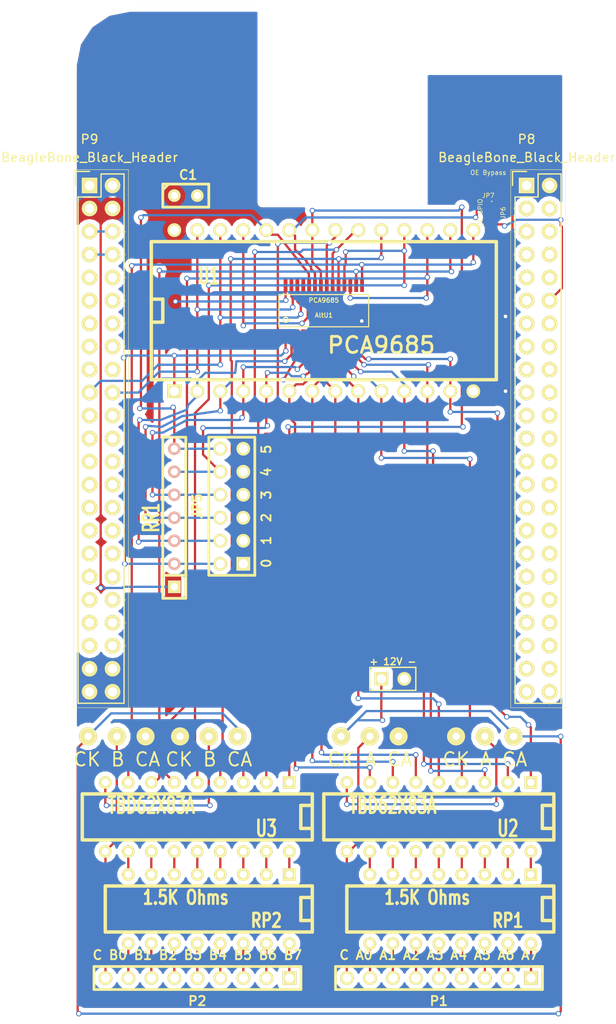
<source format=kicad_pcb>
(kicad_pcb (version 3) (host pcbnew "(22-Jun-2014 BZR 4027)-stable")

  (general
    (links 130)
    (no_connects 0)
    (area 114.463829 42.696129 169.076371 154.458671)
    (thickness 1.6)
    (drawings 9)
    (tracks 552)
    (zones 0)
    (modules 20)
    (nets 69)
  )

  (page USLetter)
  (title_block 
    (company "Deepwoods Software")
  )

  (layers
    (15 F.Cu signal)
    (0 B.Cu signal)
    (16 B.Adhes user)
    (17 F.Adhes user)
    (18 B.Paste user)
    (19 F.Paste user)
    (20 B.SilkS user)
    (21 F.SilkS user)
    (22 B.Mask user)
    (23 F.Mask user)
    (24 Dwgs.User user)
    (25 Cmts.User user)
    (26 Eco1.User user)
    (27 Eco2.User user)
    (28 Edge.Cuts user)
  )

  (setup
    (last_trace_width 0.25)
    (trace_clearance 0.2)
    (zone_clearance 0.508)
    (zone_45_only no)
    (trace_min 0.2)
    (segment_width 0.2)
    (edge_width 0.00254)
    (via_size 0.6)
    (via_drill 0.4)
    (via_min_size 0.4)
    (via_min_drill 0.3)
    (uvia_size 0.3)
    (uvia_drill 0.1)
    (uvias_allowed no)
    (uvia_min_size 0.2)
    (uvia_min_drill 0.1)
    (pcb_text_width 0.3)
    (pcb_text_size 1.5 1.5)
    (mod_edge_width 0.15)
    (mod_text_size 1 1)
    (mod_text_width 0.15)
    (pad_size 1.7272 1.7272)
    (pad_drill 1.016)
    (pad_to_mask_clearance 0)
    (aux_axis_origin 0 0)
    (visible_elements 7FFFFFFF)
    (pcbplotparams
      (layerselection 8388608)
      (usegerberextensions false)
      (excludeedgelayer true)
      (linewidth 0.100000)
      (plotframeref false)
      (viasonmask false)
      (mode 1)
      (useauxorigin false)
      (hpglpennumber 1)
      (hpglpenspeed 20)
      (hpglpendiameter 15)
      (hpglpenoverlay 2)
      (psnegative false)
      (psa4output false)
      (plotreference true)
      (plotvalue true)
      (plotothertext true)
      (plotinvisibletext false)
      (padsonsilk false)
      (subtractmaskfromsilk false)
      (outputformat 2)
      (mirror false)
      (drillshape 0)
      (scaleselection 1)
      (outputdirectory Postscript/))
  )

  (net 0 "")
  (net 1 +12V)
  (net 2 +3.3V)
  (net 3 +5V)
  (net 4 "/PCA9685 Driver/OE")
  (net 5 "/PCA9685 Driver/SCL")
  (net 6 "/PCA9685 Driver/SDA")
  (net 7 GND)
  (net 8 N-00000100)
  (net 9 N-00000101)
  (net 10 N-00000102)
  (net 11 N-00000103)
  (net 12 N-00000104)
  (net 13 N-00000105)
  (net 14 N-00000106)
  (net 15 N-00000107)
  (net 16 N-00000108)
  (net 17 N-00000109)
  (net 18 N-00000110)
  (net 19 N-00000111)
  (net 20 N-00000112)
  (net 21 N-00000113)
  (net 22 N-00000114)
  (net 23 N-00000115)
  (net 24 N-00000116)
  (net 25 N-00000117)
  (net 26 N-00000118)
  (net 27 N-00000119)
  (net 28 N-00000120)
  (net 29 N-00000122)
  (net 30 N-00000123)
  (net 31 N-00000124)
  (net 32 N-00000125)
  (net 33 N-00000126)
  (net 34 N-00000127)
  (net 35 N-00000128)
  (net 36 N-00000129)
  (net 37 N-00000130)
  (net 38 N-00000136)
  (net 39 N-00000146)
  (net 40 N-00000147)
  (net 41 N-00000148)
  (net 42 N-00000149)
  (net 43 N-00000150)
  (net 44 N-00000151)
  (net 45 N-00000152)
  (net 46 N-00000153)
  (net 47 N-00000154)
  (net 48 N-00000157)
  (net 49 N-00000162)
  (net 50 N-00000169)
  (net 51 N-0000083)
  (net 52 N-0000084)
  (net 53 N-0000085)
  (net 54 N-0000086)
  (net 55 N-0000087)
  (net 56 N-0000088)
  (net 57 N-0000089)
  (net 58 N-0000090)
  (net 59 N-0000091)
  (net 60 N-0000092)
  (net 61 N-0000093)
  (net 62 N-0000094)
  (net 63 N-0000095)
  (net 64 N-0000096)
  (net 65 N-0000097)
  (net 66 N-0000098)
  (net 67 N-0000099)
  (net 68 SYS_5V)

  (net_class Default "To jest domyślna klasa połączeń."
    (clearance 0.2)
    (trace_width 0.25)
    (via_dia 0.6)
    (via_drill 0.4)
    (uvia_dia 0.3)
    (uvia_drill 0.1)
    (add_net "")
    (add_net +12V)
    (add_net +3.3V)
    (add_net +5V)
    (add_net "/PCA9685 Driver/OE")
    (add_net "/PCA9685 Driver/SCL")
    (add_net "/PCA9685 Driver/SDA")
    (add_net GND)
    (add_net N-00000100)
    (add_net N-00000101)
    (add_net N-00000102)
    (add_net N-00000103)
    (add_net N-00000104)
    (add_net N-00000105)
    (add_net N-00000106)
    (add_net N-00000107)
    (add_net N-00000108)
    (add_net N-00000109)
    (add_net N-00000110)
    (add_net N-00000111)
    (add_net N-00000112)
    (add_net N-00000113)
    (add_net N-00000114)
    (add_net N-00000115)
    (add_net N-00000116)
    (add_net N-00000117)
    (add_net N-00000118)
    (add_net N-00000119)
    (add_net N-00000120)
    (add_net N-00000122)
    (add_net N-00000123)
    (add_net N-00000124)
    (add_net N-00000125)
    (add_net N-00000126)
    (add_net N-00000127)
    (add_net N-00000128)
    (add_net N-00000129)
    (add_net N-00000130)
    (add_net N-00000136)
    (add_net N-00000146)
    (add_net N-00000147)
    (add_net N-00000148)
    (add_net N-00000149)
    (add_net N-00000150)
    (add_net N-00000151)
    (add_net N-00000152)
    (add_net N-00000153)
    (add_net N-00000154)
    (add_net N-00000157)
    (add_net N-00000162)
    (add_net N-00000169)
    (add_net N-0000083)
    (add_net N-0000084)
    (add_net N-0000085)
    (add_net N-0000086)
    (add_net N-0000087)
    (add_net N-0000088)
    (add_net N-0000089)
    (add_net N-0000090)
    (add_net N-0000091)
    (add_net N-0000092)
    (add_net N-0000093)
    (add_net N-0000094)
    (add_net N-0000095)
    (add_net N-0000096)
    (add_net N-0000097)
    (add_net N-0000098)
    (add_net N-0000099)
    (add_net SYS_5V)
  )

  (module Closed_Jumper (layer F.Cu) (tedit 5C858B24) (tstamp 5C85EA02)
    (at 160.782 65.405 90)
    (path /5C840A32/5C857420)
    (fp_text reference JP6 (at 0 1.27 90) (layer F.SilkS)
      (effects (font (size 0.5 0.5) (thickness 0.075)))
    )
    (fp_text value "OE GPIO" (at 0 -1.27 90) (layer F.SilkS)
      (effects (font (size 0.5 0.5) (thickness 0.075)))
    )
    (fp_line (start -1.27 0) (end 1.27 0) (layer F.Mask) (width 1.27))
    (fp_line (start 1.27 0) (end 1.27 0) (layer F.SilkS) (width 0.15))
    (fp_line (start -1.27 0) (end 1.27 0) (layer F.Cu) (width 0.25))
    (pad 1 smd rect (at -1.27 0 90) (size 1.27 1.27)
      (layers F.Cu F.Mask)
      (net 4 "/PCA9685 Driver/OE")
    )
    (pad 2 smd rect (at 1.27 0 90) (size 1.27 1.27)
      (layers F.Cu F.Mask)
      (net 28 N-00000120)
    )
  )

  (module Socket_BeagleBone_Black:Socket_BeagleBone_Black (layer F.Cu) (tedit 55DF76F9) (tstamp 55DF7717)
    (at 164.6301 62.3824)
    (descr "Through hole pin header")
    (tags "pin header")
    (path /55DF7DE1)
    (fp_text reference P8 (at 0 -5.1) (layer F.SilkS)
      (effects (font (size 1 1) (thickness 0.15)))
    )
    (fp_text value BeagleBone_Black_Header (at 0 -3.1) (layer F.SilkS)
      (effects (font (size 1 1) (thickness 0.15)))
    )
    (fp_line (start -1.75 -1.75) (end -1.75 57.65) (layer F.SilkS) (width 0.05))
    (fp_line (start 4.3 -1.75) (end 4.3 57.65) (layer F.SilkS) (width 0.05))
    (fp_line (start -1.75 -1.75) (end 4.3 -1.75) (layer F.SilkS) (width 0.05))
    (fp_line (start -1.75 57.65) (end 4.3 57.65) (layer F.SilkS) (width 0.05))
    (fp_line (start 3.81 57.15) (end 3.81 -1.27) (layer F.SilkS) (width 0.15))
    (fp_line (start -1.27 57.15) (end -1.27 1.27) (layer F.SilkS) (width 0.15))
    (fp_line (start 3.81 57.15) (end -1.27 57.15) (layer F.SilkS) (width 0.15))
    (fp_line (start 3.81 -1.27) (end 1.27 -1.27) (layer F.SilkS) (width 0.15))
    (fp_line (start 0 -1.55) (end -1.55 -1.55) (layer F.SilkS) (width 0.15))
    (fp_line (start 1.27 -1.27) (end 1.27 1.27) (layer F.SilkS) (width 0.15))
    (fp_line (start 1.27 1.27) (end -1.27 1.27) (layer F.SilkS) (width 0.15))
    (fp_line (start -1.55 -1.55) (end -1.55 0) (layer F.SilkS) (width 0.15))
    (pad 1 thru_hole rect (at 0 0) (size 1.7272 1.7272) (drill 1.016)
      (layers *.Cu *.Mask F.SilkS)
      (net 7 GND)
    )
    (pad 2 thru_hole oval (at 2.54 0) (size 1.7272 1.7272) (drill 1.016)
      (layers *.Cu *.Mask F.SilkS)
      (net 7 GND)
    )
    (pad 3 thru_hole oval (at 0 2.54) (size 1.7272 1.7272) (drill 1.016)
      (layers *.Cu *.Mask F.SilkS)
    )
    (pad 4 thru_hole oval (at 2.54 2.54) (size 1.7272 1.7272) (drill 1.016)
      (layers *.Cu *.Mask F.SilkS)
    )
    (pad 5 thru_hole oval (at 0 5.08) (size 1.7272 1.7272) (drill 1.016)
      (layers *.Cu *.Mask F.SilkS)
    )
    (pad 6 thru_hole oval (at 2.54 5.08) (size 1.7272 1.7272) (drill 1.016)
      (layers *.Cu *.Mask F.SilkS)
    )
    (pad 7 thru_hole oval (at 0 7.62) (size 1.7272 1.7272) (drill 1.016)
      (layers *.Cu *.Mask F.SilkS)
    )
    (pad 8 thru_hole oval (at 2.54 7.62) (size 1.7272 1.7272) (drill 1.016)
      (layers *.Cu *.Mask F.SilkS)
    )
    (pad 9 thru_hole oval (at 0 10.16) (size 1.7272 1.7272) (drill 1.016)
      (layers *.Cu *.Mask F.SilkS)
    )
    (pad 10 thru_hole oval (at 2.54 10.16) (size 1.7272 1.7272) (drill 1.016)
      (layers *.Cu *.Mask F.SilkS)
    )
    (pad 11 thru_hole oval (at 0 12.7) (size 1.7272 1.7272) (drill 1.016)
      (layers *.Cu *.Mask F.SilkS)
    )
    (pad 12 thru_hole oval (at 2.54 12.7) (size 1.7272 1.7272) (drill 1.016)
      (layers *.Cu *.Mask F.SilkS)
      (net 4 "/PCA9685 Driver/OE")
    )
    (pad 13 thru_hole oval (at 0 15.24) (size 1.7272 1.7272) (drill 1.016)
      (layers *.Cu *.Mask F.SilkS)
    )
    (pad 14 thru_hole oval (at 2.54 15.24) (size 1.7272 1.7272) (drill 1.016)
      (layers *.Cu *.Mask F.SilkS)
    )
    (pad 15 thru_hole oval (at 0 17.78) (size 1.7272 1.7272) (drill 1.016)
      (layers *.Cu *.Mask F.SilkS)
    )
    (pad 16 thru_hole oval (at 2.54 17.78) (size 1.7272 1.7272) (drill 1.016)
      (layers *.Cu *.Mask F.SilkS)
    )
    (pad 17 thru_hole oval (at 0 20.32) (size 1.7272 1.7272) (drill 1.016)
      (layers *.Cu *.Mask F.SilkS)
    )
    (pad 18 thru_hole oval (at 2.54 20.32) (size 1.7272 1.7272) (drill 1.016)
      (layers *.Cu *.Mask F.SilkS)
    )
    (pad 19 thru_hole oval (at 0 22.86) (size 1.7272 1.7272) (drill 1.016)
      (layers *.Cu *.Mask F.SilkS)
    )
    (pad 20 thru_hole oval (at 2.54 22.86) (size 1.7272 1.7272) (drill 1.016)
      (layers *.Cu *.Mask F.SilkS)
    )
    (pad 21 thru_hole oval (at 0 25.4) (size 1.7272 1.7272) (drill 1.016)
      (layers *.Cu *.Mask F.SilkS)
    )
    (pad 22 thru_hole oval (at 2.54 25.4) (size 1.7272 1.7272) (drill 1.016)
      (layers *.Cu *.Mask F.SilkS)
    )
    (pad 23 thru_hole oval (at 0 27.94) (size 1.7272 1.7272) (drill 1.016)
      (layers *.Cu *.Mask F.SilkS)
    )
    (pad 24 thru_hole oval (at 2.54 27.94) (size 1.7272 1.7272) (drill 1.016)
      (layers *.Cu *.Mask F.SilkS)
    )
    (pad 25 thru_hole oval (at 0 30.48) (size 1.7272 1.7272) (drill 1.016)
      (layers *.Cu *.Mask F.SilkS)
    )
    (pad 26 thru_hole oval (at 2.54 30.48) (size 1.7272 1.7272) (drill 1.016)
      (layers *.Cu *.Mask F.SilkS)
    )
    (pad 27 thru_hole oval (at 0 33.02) (size 1.7272 1.7272) (drill 1.016)
      (layers *.Cu *.Mask F.SilkS)
    )
    (pad 28 thru_hole oval (at 2.54 33.02) (size 1.7272 1.7272) (drill 1.016)
      (layers *.Cu *.Mask F.SilkS)
    )
    (pad 29 thru_hole oval (at 0 35.56) (size 1.7272 1.7272) (drill 1.016)
      (layers *.Cu *.Mask F.SilkS)
    )
    (pad 30 thru_hole oval (at 2.54 35.56) (size 1.7272 1.7272) (drill 1.016)
      (layers *.Cu *.Mask F.SilkS)
    )
    (pad 31 thru_hole oval (at 0 38.1) (size 1.7272 1.7272) (drill 1.016)
      (layers *.Cu *.Mask F.SilkS)
    )
    (pad 32 thru_hole oval (at 2.54 38.1) (size 1.7272 1.7272) (drill 1.016)
      (layers *.Cu *.Mask F.SilkS)
    )
    (pad 33 thru_hole oval (at 0 40.64) (size 1.7272 1.7272) (drill 1.016)
      (layers *.Cu *.Mask F.SilkS)
    )
    (pad 34 thru_hole oval (at 2.54 40.64) (size 1.7272 1.7272) (drill 1.016)
      (layers *.Cu *.Mask F.SilkS)
    )
    (pad 35 thru_hole oval (at 0 43.18) (size 1.7272 1.7272) (drill 1.016)
      (layers *.Cu *.Mask F.SilkS)
    )
    (pad 36 thru_hole oval (at 2.54 43.18) (size 1.7272 1.7272) (drill 1.016)
      (layers *.Cu *.Mask F.SilkS)
    )
    (pad 37 thru_hole oval (at 0 45.72) (size 1.7272 1.7272) (drill 1.016)
      (layers *.Cu *.Mask F.SilkS)
    )
    (pad 38 thru_hole oval (at 2.54 45.72) (size 1.7272 1.7272) (drill 1.016)
      (layers *.Cu *.Mask F.SilkS)
    )
    (pad 39 thru_hole oval (at 0 48.26) (size 1.7272 1.7272) (drill 1.016)
      (layers *.Cu *.Mask F.SilkS)
    )
    (pad 40 thru_hole oval (at 2.54 48.26) (size 1.7272 1.7272) (drill 1.016)
      (layers *.Cu *.Mask F.SilkS)
    )
    (pad 41 thru_hole oval (at 0 50.8) (size 1.7272 1.7272) (drill 1.016)
      (layers *.Cu *.Mask F.SilkS)
    )
    (pad 42 thru_hole oval (at 2.54 50.8) (size 1.7272 1.7272) (drill 1.016)
      (layers *.Cu *.Mask F.SilkS)
    )
    (pad 43 thru_hole oval (at 0 53.34) (size 1.7272 1.7272) (drill 1.016)
      (layers *.Cu *.Mask F.SilkS)
    )
    (pad 44 thru_hole oval (at 2.54 53.34) (size 1.7272 1.7272) (drill 1.016)
      (layers *.Cu *.Mask F.SilkS)
    )
    (pad 45 thru_hole oval (at 0 55.88) (size 1.7272 1.7272) (drill 1.016)
      (layers *.Cu *.Mask F.SilkS)
    )
    (pad 46 thru_hole oval (at 2.54 55.88) (size 1.7272 1.7272) (drill 1.016)
      (layers *.Cu *.Mask F.SilkS)
    )
    (model ${KIPRJMOD}/Socket_BeagleBone_Black.3dshapes/Socket_BeagleBone_Black.wrl
      (at (xyz 0.05 -1.1 0))
      (scale (xyz 1 1 1))
      (rotate (xyz 0 0 90))
    )
  )

  (module Socket_BeagleBone_Black:Socket_BeagleBone_Black (layer F.Cu) (tedit 0) (tstamp 55DF7748)
    (at 116.3701 62.3824)
    (descr "Through hole pin header")
    (tags "pin header")
    (path /55DF7DBA)
    (fp_text reference P9 (at 0 -5.1) (layer F.SilkS)
      (effects (font (size 1 1) (thickness 0.15)))
    )
    (fp_text value BeagleBone_Black_Header (at 0 -3.1) (layer F.SilkS)
      (effects (font (size 1 1) (thickness 0.15)))
    )
    (fp_line (start -1.75 -1.75) (end -1.75 57.65) (layer F.SilkS) (width 0.05))
    (fp_line (start 4.3 -1.75) (end 4.3 57.65) (layer F.SilkS) (width 0.05))
    (fp_line (start -1.75 -1.75) (end 4.3 -1.75) (layer F.SilkS) (width 0.05))
    (fp_line (start -1.75 57.65) (end 4.3 57.65) (layer F.SilkS) (width 0.05))
    (fp_line (start 3.81 57.15) (end 3.81 -1.27) (layer F.SilkS) (width 0.15))
    (fp_line (start -1.27 57.15) (end -1.27 1.27) (layer F.SilkS) (width 0.15))
    (fp_line (start 3.81 57.15) (end -1.27 57.15) (layer F.SilkS) (width 0.15))
    (fp_line (start 3.81 -1.27) (end 1.27 -1.27) (layer F.SilkS) (width 0.15))
    (fp_line (start 0 -1.55) (end -1.55 -1.55) (layer F.SilkS) (width 0.15))
    (fp_line (start 1.27 -1.27) (end 1.27 1.27) (layer F.SilkS) (width 0.15))
    (fp_line (start 1.27 1.27) (end -1.27 1.27) (layer F.SilkS) (width 0.15))
    (fp_line (start -1.55 -1.55) (end -1.55 0) (layer F.SilkS) (width 0.15))
    (pad 1 thru_hole rect (at 0 0) (size 1.7272 1.7272) (drill 1.016)
      (layers *.Cu *.Mask F.SilkS)
      (net 7 GND)
    )
    (pad 2 thru_hole oval (at 2.54 0) (size 1.7272 1.7272) (drill 1.016)
      (layers *.Cu *.Mask F.SilkS)
      (net 7 GND)
    )
    (pad 3 thru_hole oval (at 0 2.54) (size 1.7272 1.7272) (drill 1.016)
      (layers *.Cu *.Mask F.SilkS)
      (net 2 +3.3V)
    )
    (pad 4 thru_hole oval (at 2.54 2.54) (size 1.7272 1.7272) (drill 1.016)
      (layers *.Cu *.Mask F.SilkS)
      (net 2 +3.3V)
    )
    (pad 5 thru_hole oval (at 0 5.08) (size 1.7272 1.7272) (drill 1.016)
      (layers *.Cu *.Mask F.SilkS)
      (net 3 +5V)
    )
    (pad 6 thru_hole oval (at 2.54 5.08) (size 1.7272 1.7272) (drill 1.016)
      (layers *.Cu *.Mask F.SilkS)
      (net 3 +5V)
    )
    (pad 7 thru_hole oval (at 0 7.62) (size 1.7272 1.7272) (drill 1.016)
      (layers *.Cu *.Mask F.SilkS)
      (net 68 SYS_5V)
    )
    (pad 8 thru_hole oval (at 2.54 7.62) (size 1.7272 1.7272) (drill 1.016)
      (layers *.Cu *.Mask F.SilkS)
      (net 68 SYS_5V)
    )
    (pad 9 thru_hole oval (at 0 10.16) (size 1.7272 1.7272) (drill 1.016)
      (layers *.Cu *.Mask F.SilkS)
    )
    (pad 10 thru_hole oval (at 2.54 10.16) (size 1.7272 1.7272) (drill 1.016)
      (layers *.Cu *.Mask F.SilkS)
    )
    (pad 11 thru_hole oval (at 0 12.7) (size 1.7272 1.7272) (drill 1.016)
      (layers *.Cu *.Mask F.SilkS)
    )
    (pad 12 thru_hole oval (at 2.54 12.7) (size 1.7272 1.7272) (drill 1.016)
      (layers *.Cu *.Mask F.SilkS)
    )
    (pad 13 thru_hole oval (at 0 15.24) (size 1.7272 1.7272) (drill 1.016)
      (layers *.Cu *.Mask F.SilkS)
    )
    (pad 14 thru_hole oval (at 2.54 15.24) (size 1.7272 1.7272) (drill 1.016)
      (layers *.Cu *.Mask F.SilkS)
    )
    (pad 15 thru_hole oval (at 0 17.78) (size 1.7272 1.7272) (drill 1.016)
      (layers *.Cu *.Mask F.SilkS)
    )
    (pad 16 thru_hole oval (at 2.54 17.78) (size 1.7272 1.7272) (drill 1.016)
      (layers *.Cu *.Mask F.SilkS)
    )
    (pad 17 thru_hole oval (at 0 20.32) (size 1.7272 1.7272) (drill 1.016)
      (layers *.Cu *.Mask F.SilkS)
    )
    (pad 18 thru_hole oval (at 2.54 20.32) (size 1.7272 1.7272) (drill 1.016)
      (layers *.Cu *.Mask F.SilkS)
    )
    (pad 19 thru_hole oval (at 0 22.86) (size 1.7272 1.7272) (drill 1.016)
      (layers *.Cu *.Mask F.SilkS)
      (net 5 "/PCA9685 Driver/SCL")
    )
    (pad 20 thru_hole oval (at 2.54 22.86) (size 1.7272 1.7272) (drill 1.016)
      (layers *.Cu *.Mask F.SilkS)
      (net 6 "/PCA9685 Driver/SDA")
    )
    (pad 21 thru_hole oval (at 0 25.4) (size 1.7272 1.7272) (drill 1.016)
      (layers *.Cu *.Mask F.SilkS)
    )
    (pad 22 thru_hole oval (at 2.54 25.4) (size 1.7272 1.7272) (drill 1.016)
      (layers *.Cu *.Mask F.SilkS)
    )
    (pad 23 thru_hole oval (at 0 27.94) (size 1.7272 1.7272) (drill 1.016)
      (layers *.Cu *.Mask F.SilkS)
    )
    (pad 24 thru_hole oval (at 2.54 27.94) (size 1.7272 1.7272) (drill 1.016)
      (layers *.Cu *.Mask F.SilkS)
    )
    (pad 25 thru_hole oval (at 0 30.48) (size 1.7272 1.7272) (drill 1.016)
      (layers *.Cu *.Mask F.SilkS)
    )
    (pad 26 thru_hole oval (at 2.54 30.48) (size 1.7272 1.7272) (drill 1.016)
      (layers *.Cu *.Mask F.SilkS)
    )
    (pad 27 thru_hole oval (at 0 33.02) (size 1.7272 1.7272) (drill 1.016)
      (layers *.Cu *.Mask F.SilkS)
    )
    (pad 28 thru_hole oval (at 2.54 33.02) (size 1.7272 1.7272) (drill 1.016)
      (layers *.Cu *.Mask F.SilkS)
    )
    (pad 29 thru_hole oval (at 0 35.56) (size 1.7272 1.7272) (drill 1.016)
      (layers *.Cu *.Mask F.SilkS)
    )
    (pad 30 thru_hole oval (at 2.54 35.56) (size 1.7272 1.7272) (drill 1.016)
      (layers *.Cu *.Mask F.SilkS)
    )
    (pad 31 thru_hole oval (at 0 38.1) (size 1.7272 1.7272) (drill 1.016)
      (layers *.Cu *.Mask F.SilkS)
    )
    (pad 32 thru_hole oval (at 2.54 38.1) (size 1.7272 1.7272) (drill 1.016)
      (layers *.Cu *.Mask F.SilkS)
    )
    (pad 33 thru_hole oval (at 0 40.64) (size 1.7272 1.7272) (drill 1.016)
      (layers *.Cu *.Mask F.SilkS)
    )
    (pad 34 thru_hole oval (at 2.54 40.64) (size 1.7272 1.7272) (drill 1.016)
      (layers *.Cu *.Mask F.SilkS)
    )
    (pad 35 thru_hole oval (at 0 43.18) (size 1.7272 1.7272) (drill 1.016)
      (layers *.Cu *.Mask F.SilkS)
    )
    (pad 36 thru_hole oval (at 2.54 43.18) (size 1.7272 1.7272) (drill 1.016)
      (layers *.Cu *.Mask F.SilkS)
    )
    (pad 37 thru_hole oval (at 0 45.72) (size 1.7272 1.7272) (drill 1.016)
      (layers *.Cu *.Mask F.SilkS)
    )
    (pad 38 thru_hole oval (at 2.54 45.72) (size 1.7272 1.7272) (drill 1.016)
      (layers *.Cu *.Mask F.SilkS)
    )
    (pad 39 thru_hole oval (at 0 48.26) (size 1.7272 1.7272) (drill 1.016)
      (layers *.Cu *.Mask F.SilkS)
    )
    (pad 40 thru_hole oval (at 2.54 48.26) (size 1.7272 1.7272) (drill 1.016)
      (layers *.Cu *.Mask F.SilkS)
    )
    (pad 41 thru_hole oval (at 0 50.8) (size 1.7272 1.7272) (drill 1.016)
      (layers *.Cu *.Mask F.SilkS)
    )
    (pad 42 thru_hole oval (at 2.54 50.8) (size 1.7272 1.7272) (drill 1.016)
      (layers *.Cu *.Mask F.SilkS)
    )
    (pad 43 thru_hole oval (at 0 53.34) (size 1.7272 1.7272) (drill 1.016)
      (layers *.Cu *.Mask F.SilkS)
      (net 7 GND)
    )
    (pad 44 thru_hole oval (at 2.54 53.34) (size 1.7272 1.7272) (drill 1.016)
      (layers *.Cu *.Mask F.SilkS)
      (net 7 GND)
    )
    (pad 45 thru_hole oval (at 0 55.88) (size 1.7272 1.7272) (drill 1.016)
      (layers *.Cu *.Mask F.SilkS)
      (net 7 GND)
    )
    (pad 46 thru_hole oval (at 2.54 55.88) (size 1.7272 1.7272) (drill 1.016)
      (layers *.Cu *.Mask F.SilkS)
      (net 7 GND)
    )
    (model ${KIPRJMOD}/Socket_BeagleBone_Black.3dshapes/Socket_BeagleBone_Black.wrl
      (at (xyz 0.05 -1.1 0))
      (scale (xyz 1 1 1))
      (rotate (xyz 0 0 90))
    )
  )

  (module tssop-28 (layer F.Cu) (tedit 4E57952B) (tstamp 5C851338)
    (at 142.24 76.2)
    (descr TSSOP-28)
    (path /5C840A32/5C8437D0)
    (attr smd)
    (fp_text reference AltU1 (at 0 0.508) (layer F.SilkS)
      (effects (font (size 0.50038 0.50038) (thickness 0.09906)))
    )
    (fp_text value PCA9685 (at 0 -1.143) (layer F.SilkS)
      (effects (font (size 0.50038 0.50038) (thickness 0.09906)))
    )
    (fp_line (start -4.953 -1.778) (end -4.953 1.778) (layer F.SilkS) (width 0.127))
    (fp_line (start 4.953 -1.778) (end 4.953 1.778) (layer F.SilkS) (width 0.127))
    (fp_line (start 4.953 -1.778) (end -4.953 -1.778) (layer F.SilkS) (width 0.127))
    (fp_line (start -4.953 1.778) (end 4.953 1.778) (layer F.SilkS) (width 0.127))
    (fp_circle (center -4.191 1.016) (end -4.318 1.27) (layer F.SilkS) (width 0.127))
    (pad 7 smd rect (at -0.32512 2.79908) (size 0.4191 1.47066)
      (layers F.Cu F.Paste F.Mask)
      (net 30 N-00000123)
    )
    (pad 8 smd rect (at 0.32512 2.79908) (size 0.4191 1.47066)
      (layers F.Cu F.Paste F.Mask)
      (net 49 N-00000162)
    )
    (pad 9 smd rect (at 0.97536 2.79908) (size 0.4191 1.47066)
      (layers F.Cu F.Paste F.Mask)
      (net 41 N-00000148)
    )
    (pad 10 smd rect (at 1.6256 2.79908) (size 0.4191 1.47066)
      (layers F.Cu F.Paste F.Mask)
      (net 48 N-00000157)
    )
    (pad 25 smd rect (at -2.26568 -2.794) (size 0.4191 1.47066)
      (layers F.Cu F.Paste F.Mask)
      (net 29 N-00000122)
    )
    (pad 4 smd rect (at -2.27584 2.79908) (size 0.4191 1.47066)
      (layers F.Cu F.Paste F.Mask)
      (net 32 N-00000125)
    )
    (pad 5 smd rect (at -1.6256 2.79908) (size 0.4191 1.47066)
      (layers F.Cu F.Paste F.Mask)
      (net 31 N-00000124)
    )
    (pad 6 smd rect (at -0.97536 2.79908) (size 0.4191 1.47066)
      (layers F.Cu F.Paste F.Mask)
      (net 42 N-00000149)
    )
    (pad 18 smd rect (at 2.27584 -2.79908) (size 0.4191 1.47066)
      (layers F.Cu F.Paste F.Mask)
      (net 40 N-00000147)
    )
    (pad 19 smd rect (at 1.6256 -2.79908) (size 0.4191 1.47066)
      (layers F.Cu F.Paste F.Mask)
      (net 39 N-00000146)
    )
    (pad 20 smd rect (at 0.97536 -2.79908) (size 0.4191 1.47066)
      (layers F.Cu F.Paste F.Mask)
      (net 43 N-00000150)
    )
    (pad 21 smd rect (at 0.32512 -2.79908) (size 0.4191 1.47066)
      (layers F.Cu F.Paste F.Mask)
      (net 45 N-00000152)
    )
    (pad 22 smd rect (at -0.32512 -2.79908) (size 0.4191 1.47066)
      (layers F.Cu F.Paste F.Mask)
      (net 46 N-00000153)
    )
    (pad 23 smd rect (at -0.97536 -2.79908) (size 0.4191 1.47066)
      (layers F.Cu F.Paste F.Mask)
      (net 28 N-00000120)
    )
    (pad 11 smd rect (at 2.27584 2.79908) (size 0.4191 1.47066)
      (layers F.Cu F.Paste F.Mask)
      (net 44 N-00000151)
    )
    (pad 24 smd rect (at -1.6256 -2.794) (size 0.4191 1.47066)
      (layers F.Cu F.Paste F.Mask)
      (net 60 N-0000092)
    )
    (pad 3 smd rect (at -2.92608 2.79908) (size 0.4191 1.47066)
      (layers F.Cu F.Paste F.Mask)
      (net 33 N-00000126)
    )
    (pad 12 smd rect (at 2.92608 2.79908) (size 0.4191 1.47066)
      (layers F.Cu F.Paste F.Mask)
      (net 50 N-00000169)
    )
    (pad 17 smd rect (at 2.92608 -2.79908) (size 0.4191 1.47066)
      (layers F.Cu F.Paste F.Mask)
      (net 38 N-00000136)
    )
    (pad 26 smd rect (at -2.92608 -2.79908) (size 0.4191 1.47066)
      (layers F.Cu F.Paste F.Mask)
      (net 5 "/PCA9685 Driver/SCL")
    )
    (pad 2 smd rect (at -3.57378 2.79908) (size 0.4191 1.47066)
      (layers F.Cu F.Paste F.Mask)
      (net 34 N-00000127)
    )
    (pad 13 smd rect (at 3.57378 2.79908) (size 0.4191 1.47066)
      (layers F.Cu F.Paste F.Mask)
      (net 47 N-00000154)
    )
    (pad 16 smd rect (at 3.57378 -2.79908) (size 0.4191 1.47066)
      (layers F.Cu F.Paste F.Mask)
      (net 37 N-00000130)
    )
    (pad 27 smd rect (at -3.57378 -2.79908) (size 0.4191 1.47066)
      (layers F.Cu F.Paste F.Mask)
      (net 6 "/PCA9685 Driver/SDA")
    )
    (pad 1 smd rect (at -4.22402 2.79908) (size 0.4191 1.47066)
      (layers F.Cu F.Paste F.Mask)
      (net 35 N-00000128)
    )
    (pad 14 smd rect (at 4.22402 2.79908) (size 0.4191 1.47066)
      (layers F.Cu F.Paste F.Mask)
      (net 7 GND)
    )
    (pad 15 smd rect (at 4.22402 -2.79908) (size 0.4191 1.47066)
      (layers F.Cu F.Paste F.Mask)
      (net 36 N-00000129)
    )
    (pad 28 smd rect (at -4.22402 -2.79908) (size 0.4191 1.47066)
      (layers F.Cu F.Paste F.Mask)
      (net 2 +3.3V)
    )
    (model smd/smd_dil/tssop-28.wrl
      (at (xyz 0 0 0))
      (scale (xyz 1 1 1))
      (rotate (xyz 0 0 0))
    )
  )

  (module SIL-7 (layer F.Cu) (tedit 200000) (tstamp 5C85134A)
    (at 125.73 99.06 90)
    (descr "Connecteur 7 pins")
    (tags "CONN DEV")
    (path /5C840A32/5C842863)
    (fp_text reference RR1 (at 0 -2.54 90) (layer F.SilkS)
      (effects (font (size 1.72974 1.08712) (thickness 0.3048)))
    )
    (fp_text value "10K Ohms" (at 0 -2.54 90) (layer F.SilkS) hide
      (effects (font (size 1.524 1.016) (thickness 0.3048)))
    )
    (fp_line (start -8.89 -1.27) (end -8.89 -1.27) (layer F.SilkS) (width 0.3048))
    (fp_line (start -8.89 -1.27) (end 8.89 -1.27) (layer F.SilkS) (width 0.3048))
    (fp_line (start 8.89 -1.27) (end 8.89 1.27) (layer F.SilkS) (width 0.3048))
    (fp_line (start 8.89 1.27) (end -8.89 1.27) (layer F.SilkS) (width 0.3048))
    (fp_line (start -8.89 1.27) (end -8.89 -1.27) (layer F.SilkS) (width 0.3048))
    (fp_line (start -6.35 1.27) (end -6.35 1.27) (layer F.SilkS) (width 0.3048))
    (fp_line (start -6.35 1.27) (end -6.35 -1.27) (layer F.SilkS) (width 0.3048))
    (pad 1 thru_hole rect (at -7.62 0 90) (size 1.397 1.397) (drill 0.8128)
      (layers *.Cu *.Mask F.SilkS)
      (net 2 +3.3V)
    )
    (pad 2 thru_hole circle (at -5.08 0 90) (size 1.397 1.397) (drill 0.8128)
      (layers *.Cu *.SilkS *.Mask)
      (net 35 N-00000128)
    )
    (pad 3 thru_hole circle (at -2.54 0 90) (size 1.397 1.397) (drill 0.8128)
      (layers *.Cu *.SilkS *.Mask)
      (net 34 N-00000127)
    )
    (pad 4 thru_hole circle (at 0 0 90) (size 1.397 1.397) (drill 0.8128)
      (layers *.Cu *.SilkS *.Mask)
      (net 33 N-00000126)
    )
    (pad 5 thru_hole circle (at 2.54 0 90) (size 1.397 1.397) (drill 0.8128)
      (layers *.Cu *.SilkS *.Mask)
      (net 32 N-00000125)
    )
    (pad 6 thru_hole circle (at 5.08 0 90) (size 1.397 1.397) (drill 0.8128)
      (layers *.Cu *.SilkS *.Mask)
      (net 31 N-00000124)
    )
    (pad 7 thru_hole circle (at 7.62 0 90) (size 1.397 1.397) (drill 0.8128)
      (layers *.Cu *.SilkS *.Mask)
      (net 60 N-0000092)
    )
  )

  (module ScrewTerm_2.54-9 (layer F.Cu) (tedit 5BBB9E83) (tstamp 5C85135B)
    (at 154.94 149.86 180)
    (descr "Screw Terminals on 2.54mm centers, 9 position")
    (tags CONN)
    (path /5C840A32/5C840BF6)
    (fp_text reference P1 (at 0 -2.54 180) (layer F.SilkS)
      (effects (font (size 1.016 1.016) (thickness 0.2032)))
    )
    (fp_text value "C A0 A1 A2 A3 A4 A5 A6 A7" (at 0 2.54 180) (layer F.SilkS)
      (effects (font (size 1.016 1.016) (thickness 0.2032)))
    )
    (fp_line (start -11.45 -1.27) (end -11.45 1.27) (layer F.SilkS) (width 0.3048))
    (fp_line (start 11.41 1.27) (end 11.41 -1.27) (layer F.SilkS) (width 0.3048))
    (fp_line (start -11.45 -1.27) (end 11.41 -1.27) (layer F.SilkS) (width 0.3048))
    (fp_line (start 11.41 1.27) (end -11.45 1.27) (layer F.SilkS) (width 0.3048))
    (pad 1 thru_hole rect (at -10.18 0 180) (size 1.524 1.524) (drill 1.016)
      (layers *.Cu *.Mask F.SilkS)
      (net 8 N-00000100)
    )
    (pad 2 thru_hole circle (at -7.64 0 180) (size 1.524 1.524) (drill 1.016)
      (layers *.Cu *.Mask F.SilkS)
      (net 9 N-00000101)
    )
    (pad 3 thru_hole circle (at -5.1 0 180) (size 1.524 1.524) (drill 1.016)
      (layers *.Cu *.Mask F.SilkS)
      (net 10 N-00000102)
    )
    (pad 4 thru_hole circle (at -2.56 0 180) (size 1.524 1.524) (drill 1.016)
      (layers *.Cu *.Mask F.SilkS)
      (net 15 N-00000107)
    )
    (pad 5 thru_hole circle (at -0.02 0 180) (size 1.524 1.524) (drill 1.016)
      (layers *.Cu *.Mask F.SilkS)
      (net 16 N-00000108)
    )
    (pad 6 thru_hole circle (at 2.52 0 180) (size 1.524 1.524) (drill 1.016)
      (layers *.Cu *.Mask F.SilkS)
      (net 17 N-00000109)
    )
    (pad 7 thru_hole circle (at 5.06 0 180) (size 1.524 1.524) (drill 1.016)
      (layers *.Cu *.Mask F.SilkS)
      (net 18 N-00000110)
    )
    (pad 8 thru_hole circle (at 7.6 0 180) (size 1.524 1.524) (drill 1.016)
      (layers *.Cu *.Mask F.SilkS)
      (net 19 N-00000111)
    )
    (pad 9 thru_hole circle (at 10.14 0 180) (size 1.524 1.524) (drill 1.016)
      (layers *.Cu *.Mask F.SilkS)
      (net 64 N-0000096)
    )
    (model walter/conn_screw/mors_9p.wrl
      (at (xyz 0 0 0))
      (scale (xyz 0.5 0.5 0.5))
      (rotate (xyz 0 0 180))
    )
  )

  (module ScrewTerm_2.54-9 (layer F.Cu) (tedit 5BBB9E83) (tstamp 5C85136C)
    (at 128.27 149.86 180)
    (descr "Screw Terminals on 2.54mm centers, 9 position")
    (tags CONN)
    (path /5C840A32/5C840C05)
    (fp_text reference P2 (at 0 -2.54 180) (layer F.SilkS)
      (effects (font (size 1.016 1.016) (thickness 0.2032)))
    )
    (fp_text value "C B0 B1 B2 B3 B4 B5 B6 B7" (at 0 2.54 180) (layer F.SilkS)
      (effects (font (size 1.016 1.016) (thickness 0.2032)))
    )
    (fp_line (start -11.45 -1.27) (end -11.45 1.27) (layer F.SilkS) (width 0.3048))
    (fp_line (start 11.41 1.27) (end 11.41 -1.27) (layer F.SilkS) (width 0.3048))
    (fp_line (start -11.45 -1.27) (end 11.41 -1.27) (layer F.SilkS) (width 0.3048))
    (fp_line (start 11.41 1.27) (end -11.45 1.27) (layer F.SilkS) (width 0.3048))
    (pad 1 thru_hole rect (at -10.18 0 180) (size 1.524 1.524) (drill 1.016)
      (layers *.Cu *.Mask F.SilkS)
      (net 20 N-00000112)
    )
    (pad 2 thru_hole circle (at -7.64 0 180) (size 1.524 1.524) (drill 1.016)
      (layers *.Cu *.Mask F.SilkS)
      (net 21 N-00000113)
    )
    (pad 3 thru_hole circle (at -5.1 0 180) (size 1.524 1.524) (drill 1.016)
      (layers *.Cu *.Mask F.SilkS)
      (net 22 N-00000114)
    )
    (pad 4 thru_hole circle (at -2.56 0 180) (size 1.524 1.524) (drill 1.016)
      (layers *.Cu *.Mask F.SilkS)
      (net 14 N-00000106)
    )
    (pad 5 thru_hole circle (at -0.02 0 180) (size 1.524 1.524) (drill 1.016)
      (layers *.Cu *.Mask F.SilkS)
      (net 23 N-00000115)
    )
    (pad 6 thru_hole circle (at 2.52 0 180) (size 1.524 1.524) (drill 1.016)
      (layers *.Cu *.Mask F.SilkS)
      (net 24 N-00000116)
    )
    (pad 7 thru_hole circle (at 5.06 0 180) (size 1.524 1.524) (drill 1.016)
      (layers *.Cu *.Mask F.SilkS)
      (net 25 N-00000117)
    )
    (pad 8 thru_hole circle (at 7.6 0 180) (size 1.524 1.524) (drill 1.016)
      (layers *.Cu *.Mask F.SilkS)
      (net 26 N-00000118)
    )
    (pad 9 thru_hole circle (at 10.14 0 180) (size 1.524 1.524) (drill 1.016)
      (layers *.Cu *.Mask F.SilkS)
      (net 67 N-0000099)
    )
    (model walter/conn_screw/mors_9p.wrl
      (at (xyz 0 0 0))
      (scale (xyz 0.5 0.5 0.5))
      (rotate (xyz 0 0 180))
    )
  )

  (module pin_array_6x2 (layer F.Cu) (tedit 3FB38A8B) (tstamp 5C851380)
    (at 132.08 97.79 90)
    (descr "Double rangee de contacts 2 x 6 pins")
    (tags CONN)
    (path /5C840A32/5C84277B)
    (fp_text reference JP5 (at 0 -3.81 90) (layer F.SilkS)
      (effects (font (size 1.016 1.016) (thickness 0.27432)))
    )
    (fp_text value "0  1  2  3  4  5" (at 0 3.81 90) (layer F.SilkS)
      (effects (font (size 1.016 1.016) (thickness 0.2032)))
    )
    (fp_line (start -7.62 -2.54) (end 7.62 -2.54) (layer F.SilkS) (width 0.3048))
    (fp_line (start 7.62 -2.54) (end 7.62 2.54) (layer F.SilkS) (width 0.3048))
    (fp_line (start 7.62 2.54) (end -7.62 2.54) (layer F.SilkS) (width 0.3048))
    (fp_line (start -7.62 2.54) (end -7.62 -2.54) (layer F.SilkS) (width 0.3048))
    (pad 1 thru_hole rect (at -6.35 1.27 90) (size 1.524 1.524) (drill 1.016)
      (layers *.Cu *.Mask F.SilkS)
      (net 7 GND)
    )
    (pad 2 thru_hole circle (at -6.35 -1.27 90) (size 1.524 1.524) (drill 1.016)
      (layers *.Cu *.Mask F.SilkS)
      (net 35 N-00000128)
    )
    (pad 3 thru_hole circle (at -3.81 1.27 90) (size 1.524 1.524) (drill 1.016)
      (layers *.Cu *.Mask F.SilkS)
      (net 7 GND)
    )
    (pad 4 thru_hole circle (at -3.81 -1.27 90) (size 1.524 1.524) (drill 1.016)
      (layers *.Cu *.Mask F.SilkS)
      (net 34 N-00000127)
    )
    (pad 5 thru_hole circle (at -1.27 1.27 90) (size 1.524 1.524) (drill 1.016)
      (layers *.Cu *.Mask F.SilkS)
      (net 7 GND)
    )
    (pad 6 thru_hole circle (at -1.27 -1.27 90) (size 1.524 1.524) (drill 1.016)
      (layers *.Cu *.Mask F.SilkS)
      (net 33 N-00000126)
    )
    (pad 7 thru_hole circle (at 1.27 1.27 90) (size 1.524 1.524) (drill 1.016)
      (layers *.Cu *.Mask F.SilkS)
      (net 7 GND)
    )
    (pad 8 thru_hole circle (at 1.27 -1.27 90) (size 1.524 1.524) (drill 1.016)
      (layers *.Cu *.Mask F.SilkS)
      (net 32 N-00000125)
    )
    (pad 9 thru_hole circle (at 3.81 1.27 90) (size 1.524 1.524) (drill 1.016)
      (layers *.Cu *.Mask F.SilkS)
      (net 7 GND)
    )
    (pad 10 thru_hole circle (at 3.81 -1.27 90) (size 1.524 1.524) (drill 1.016)
      (layers *.Cu *.Mask F.SilkS)
      (net 31 N-00000124)
    )
    (pad 11 thru_hole circle (at 6.35 1.27 90) (size 1.524 1.524) (drill 1.016)
      (layers *.Cu *.Mask F.SilkS)
      (net 7 GND)
    )
    (pad 12 thru_hole circle (at 6.35 -1.27 90) (size 1.524 1.524) (drill 1.016)
      (layers *.Cu *.Mask F.SilkS)
      (net 60 N-0000092)
    )
    (model pin_array/pins_array_6x2.wrl
      (at (xyz 0 0 0))
      (scale (xyz 1 1 1))
      (rotate (xyz 0 0 0))
    )
  )

  (module DIP-28__700 (layer F.Cu) (tedit 5C83FB9C) (tstamp 5C8513A8)
    (at 142.24 76.2)
    (descr "Module Dil 28 pins, pads ronds, e=700 mils")
    (tags DIL)
    (path /5C840A32/5C840A85)
    (fp_text reference U1 (at -12.7 -3.81) (layer F.SilkS)
      (effects (font (size 1.778 1.143) (thickness 0.3048)))
    )
    (fp_text value PCA9685 (at 6.35 3.81) (layer F.SilkS)
      (effects (font (size 1.778 1.778) (thickness 0.3048)))
    )
    (fp_line (start -19.05 -1.27) (end -19.05 -1.27) (layer F.SilkS) (width 0.381))
    (fp_line (start -19.05 -1.27) (end -17.78 -1.27) (layer F.SilkS) (width 0.381))
    (fp_line (start -17.78 -1.27) (end -17.78 1.27) (layer F.SilkS) (width 0.381))
    (fp_line (start -17.78 1.27) (end -19.05 1.27) (layer F.SilkS) (width 0.381))
    (fp_line (start -19.05 -7.62) (end 19.05 -7.62) (layer F.SilkS) (width 0.381))
    (fp_line (start 19.05 -7.62) (end 19.05 7.62) (layer F.SilkS) (width 0.381))
    (fp_line (start 19.05 7.62) (end -19.05 7.62) (layer F.SilkS) (width 0.381))
    (fp_line (start -19.05 7.62) (end -19.05 -7.62) (layer F.SilkS) (width 0.381))
    (pad 1 thru_hole rect (at -16.51 8.89) (size 1.524 1.524) (drill 1.016)
      (layers *.Cu *.Mask F.SilkS)
      (net 35 N-00000128)
    )
    (pad 2 thru_hole circle (at -13.97 8.89) (size 1.524 1.524) (drill 1.016)
      (layers *.Cu *.Mask F.SilkS)
      (net 34 N-00000127)
    )
    (pad 3 thru_hole circle (at -11.43 8.89) (size 1.524 1.524) (drill 1.016)
      (layers *.Cu *.Mask F.SilkS)
      (net 33 N-00000126)
    )
    (pad 4 thru_hole circle (at -8.89 8.89) (size 1.524 1.524) (drill 1.016)
      (layers *.Cu *.Mask F.SilkS)
      (net 32 N-00000125)
    )
    (pad 5 thru_hole circle (at -6.35 8.89) (size 1.524 1.524) (drill 1.016)
      (layers *.Cu *.Mask F.SilkS)
      (net 31 N-00000124)
    )
    (pad 6 thru_hole circle (at -3.81 8.89) (size 1.524 1.524) (drill 1.016)
      (layers *.Cu *.Mask F.SilkS)
      (net 42 N-00000149)
    )
    (pad 7 thru_hole circle (at -1.27 8.89) (size 1.524 1.524) (drill 1.016)
      (layers *.Cu *.Mask F.SilkS)
      (net 30 N-00000123)
    )
    (pad 8 thru_hole circle (at 1.27 8.89) (size 1.524 1.524) (drill 1.016)
      (layers *.Cu *.Mask F.SilkS)
      (net 49 N-00000162)
    )
    (pad 9 thru_hole circle (at 3.81 8.89) (size 1.524 1.524) (drill 1.016)
      (layers *.Cu *.Mask F.SilkS)
      (net 41 N-00000148)
    )
    (pad 10 thru_hole circle (at 6.35 8.89) (size 1.524 1.524) (drill 1.016)
      (layers *.Cu *.Mask F.SilkS)
      (net 48 N-00000157)
    )
    (pad 11 thru_hole circle (at 8.89 8.89) (size 1.524 1.524) (drill 1.016)
      (layers *.Cu *.Mask F.SilkS)
      (net 44 N-00000151)
    )
    (pad 12 thru_hole circle (at 11.43 8.89) (size 1.524 1.524) (drill 1.016)
      (layers *.Cu *.Mask F.SilkS)
      (net 50 N-00000169)
    )
    (pad 13 thru_hole circle (at 13.97 8.89) (size 1.524 1.524) (drill 1.016)
      (layers *.Cu *.Mask F.SilkS)
      (net 47 N-00000154)
    )
    (pad 14 thru_hole circle (at 16.51 8.89) (size 1.524 1.524) (drill 1.016)
      (layers *.Cu *.Mask F.SilkS)
      (net 7 GND)
    )
    (pad 15 thru_hole circle (at 16.51 -8.89) (size 1.524 1.524) (drill 1.016)
      (layers *.Cu *.Mask F.SilkS)
      (net 36 N-00000129)
    )
    (pad 16 thru_hole circle (at 13.97 -8.89) (size 1.524 1.524) (drill 1.016)
      (layers *.Cu *.Mask F.SilkS)
      (net 37 N-00000130)
    )
    (pad 17 thru_hole circle (at 11.43 -8.89) (size 1.524 1.524) (drill 1.016)
      (layers *.Cu *.Mask F.SilkS)
      (net 38 N-00000136)
    )
    (pad 18 thru_hole circle (at 8.89 -8.89) (size 1.524 1.524) (drill 1.016)
      (layers *.Cu *.Mask F.SilkS)
      (net 40 N-00000147)
    )
    (pad 19 thru_hole circle (at 6.35 -8.89) (size 1.524 1.524) (drill 1.016)
      (layers *.Cu *.Mask F.SilkS)
      (net 39 N-00000146)
    )
    (pad 20 thru_hole circle (at 3.81 -8.89) (size 1.524 1.524) (drill 1.016)
      (layers *.Cu *.Mask F.SilkS)
      (net 43 N-00000150)
    )
    (pad 21 thru_hole circle (at 1.27 -8.89) (size 1.524 1.524) (drill 1.016)
      (layers *.Cu *.Mask F.SilkS)
      (net 45 N-00000152)
    )
    (pad 22 thru_hole circle (at -1.27 -8.89) (size 1.524 1.524) (drill 1.016)
      (layers *.Cu *.Mask F.SilkS)
      (net 46 N-00000153)
    )
    (pad 23 thru_hole circle (at -3.81 -8.89) (size 1.524 1.524) (drill 1.016)
      (layers *.Cu *.Mask F.SilkS)
      (net 28 N-00000120)
    )
    (pad 24 thru_hole circle (at -6.35 -8.89) (size 1.524 1.524) (drill 1.016)
      (layers *.Cu *.Mask F.SilkS)
      (net 60 N-0000092)
    )
    (pad 25 thru_hole circle (at -8.89 -8.89) (size 1.524 1.524) (drill 1.016)
      (layers *.Cu *.Mask F.SilkS)
      (net 29 N-00000122)
    )
    (pad 26 thru_hole circle (at -11.43 -8.89) (size 1.524 1.524) (drill 1.016)
      (layers *.Cu *.Mask F.SilkS)
      (net 5 "/PCA9685 Driver/SCL")
    )
    (pad 27 thru_hole circle (at -13.97 -8.89) (size 1.524 1.524) (drill 1.016)
      (layers *.Cu *.Mask F.SilkS)
      (net 6 "/PCA9685 Driver/SDA")
    )
    (pad 28 thru_hole circle (at -16.51 -8.89) (size 1.524 1.524) (drill 1.016)
      (layers *.Cu *.Mask F.SilkS)
      (net 2 +3.3V)
    )
  )

  (module DIP-18__300 (layer F.Cu) (tedit 200000) (tstamp 5C8513C5)
    (at 154.94 132.08 180)
    (descr "8 pins DIL package, round pads")
    (path /5C840A32/5C840B29)
    (fp_text reference U2 (at -7.62 -1.27 180) (layer F.SilkS)
      (effects (font (size 1.778 1.143) (thickness 0.3048)))
    )
    (fp_text value TBD62X83A (at 5.08 1.27 180) (layer F.SilkS)
      (effects (font (size 1.778 1.143) (thickness 0.3048)))
    )
    (fp_line (start -12.7 -1.27) (end -11.43 -1.27) (layer F.SilkS) (width 0.381))
    (fp_line (start -11.43 -1.27) (end -11.43 1.27) (layer F.SilkS) (width 0.381))
    (fp_line (start -11.43 1.27) (end -12.7 1.27) (layer F.SilkS) (width 0.381))
    (fp_line (start -12.7 -2.54) (end 12.7 -2.54) (layer F.SilkS) (width 0.381))
    (fp_line (start 12.7 -2.54) (end 12.7 2.54) (layer F.SilkS) (width 0.381))
    (fp_line (start 12.7 2.54) (end -12.7 2.54) (layer F.SilkS) (width 0.381))
    (fp_line (start -12.7 2.54) (end -12.7 -2.54) (layer F.SilkS) (width 0.381))
    (pad 1 thru_hole rect (at -10.16 3.81 180) (size 1.397 1.397) (drill 0.8128)
      (layers *.Cu *.Mask F.SilkS)
      (net 47 N-00000154)
    )
    (pad 2 thru_hole circle (at -7.62 3.81 180) (size 1.397 1.397) (drill 0.8128)
      (layers *.Cu *.Mask F.SilkS)
      (net 50 N-00000169)
    )
    (pad 3 thru_hole circle (at -5.08 3.81 180) (size 1.397 1.397) (drill 0.8128)
      (layers *.Cu *.Mask F.SilkS)
      (net 44 N-00000151)
    )
    (pad 4 thru_hole circle (at -2.54 3.81 180) (size 1.397 1.397) (drill 0.8128)
      (layers *.Cu *.Mask F.SilkS)
      (net 48 N-00000157)
    )
    (pad 5 thru_hole circle (at 0 3.81 180) (size 1.397 1.397) (drill 0.8128)
      (layers *.Cu *.Mask F.SilkS)
      (net 41 N-00000148)
    )
    (pad 6 thru_hole circle (at 2.54 3.81 180) (size 1.397 1.397) (drill 0.8128)
      (layers *.Cu *.Mask F.SilkS)
      (net 49 N-00000162)
    )
    (pad 7 thru_hole circle (at 5.08 3.81 180) (size 1.397 1.397) (drill 0.8128)
      (layers *.Cu *.Mask F.SilkS)
      (net 30 N-00000123)
    )
    (pad 8 thru_hole circle (at 7.62 3.81 180) (size 1.397 1.397) (drill 0.8128)
      (layers *.Cu *.Mask F.SilkS)
      (net 42 N-00000149)
    )
    (pad 9 thru_hole circle (at 10.16 3.81 180) (size 1.397 1.397) (drill 0.8128)
      (layers *.Cu *.Mask F.SilkS)
      (net 66 N-0000098)
    )
    (pad 10 thru_hole circle (at 10.16 -3.81 180) (size 1.397 1.397) (drill 0.8128)
      (layers *.Cu *.Mask F.SilkS)
      (net 64 N-0000096)
    )
    (pad 11 thru_hole circle (at 7.62 -3.81 180) (size 1.397 1.397) (drill 0.8128)
      (layers *.Cu *.Mask F.SilkS)
      (net 59 N-0000091)
    )
    (pad 12 thru_hole circle (at 5.08 -3.81 180) (size 1.397 1.397) (drill 0.8128)
      (layers *.Cu *.Mask F.SilkS)
      (net 58 N-0000090)
    )
    (pad 13 thru_hole circle (at 2.54 -3.81 180) (size 1.397 1.397) (drill 0.8128)
      (layers *.Cu *.Mask F.SilkS)
      (net 57 N-0000089)
    )
    (pad 14 thru_hole circle (at 0 -3.81 180) (size 1.397 1.397) (drill 0.8128)
      (layers *.Cu *.Mask F.SilkS)
      (net 56 N-0000088)
    )
    (pad 15 thru_hole circle (at -2.54 -3.81 180) (size 1.397 1.397) (drill 0.8128)
      (layers *.Cu *.Mask F.SilkS)
      (net 13 N-00000105)
    )
    (pad 16 thru_hole circle (at -5.08 -3.81 180) (size 1.397 1.397) (drill 0.8128)
      (layers *.Cu *.Mask F.SilkS)
      (net 12 N-00000104)
    )
    (pad 17 thru_hole circle (at -7.62 -3.81 180) (size 1.397 1.397) (drill 0.8128)
      (layers *.Cu *.Mask F.SilkS)
      (net 11 N-00000103)
    )
    (pad 18 thru_hole circle (at -10.16 -3.81 180) (size 1.397 1.397) (drill 0.8128)
      (layers *.Cu *.Mask F.SilkS)
      (net 27 N-00000119)
    )
    (model dil/dil_18.wrl
      (at (xyz 0 0 0))
      (scale (xyz 1 1 1))
      (rotate (xyz 0 0 0))
    )
  )

  (module DIP-18__300 (layer F.Cu) (tedit 200000) (tstamp 5C8513E2)
    (at 128.27 132.08 180)
    (descr "8 pins DIL package, round pads")
    (path /5C840A32/5C840B60)
    (fp_text reference U3 (at -7.62 -1.27 180) (layer F.SilkS)
      (effects (font (size 1.778 1.143) (thickness 0.3048)))
    )
    (fp_text value TBD62X83A (at 5.08 1.27 180) (layer F.SilkS)
      (effects (font (size 1.778 1.143) (thickness 0.3048)))
    )
    (fp_line (start -12.7 -1.27) (end -11.43 -1.27) (layer F.SilkS) (width 0.381))
    (fp_line (start -11.43 -1.27) (end -11.43 1.27) (layer F.SilkS) (width 0.381))
    (fp_line (start -11.43 1.27) (end -12.7 1.27) (layer F.SilkS) (width 0.381))
    (fp_line (start -12.7 -2.54) (end 12.7 -2.54) (layer F.SilkS) (width 0.381))
    (fp_line (start 12.7 -2.54) (end 12.7 2.54) (layer F.SilkS) (width 0.381))
    (fp_line (start 12.7 2.54) (end -12.7 2.54) (layer F.SilkS) (width 0.381))
    (fp_line (start -12.7 2.54) (end -12.7 -2.54) (layer F.SilkS) (width 0.381))
    (pad 1 thru_hole rect (at -10.16 3.81 180) (size 1.397 1.397) (drill 0.8128)
      (layers *.Cu *.Mask F.SilkS)
      (net 46 N-00000153)
    )
    (pad 2 thru_hole circle (at -7.62 3.81 180) (size 1.397 1.397) (drill 0.8128)
      (layers *.Cu *.Mask F.SilkS)
      (net 45 N-00000152)
    )
    (pad 3 thru_hole circle (at -5.08 3.81 180) (size 1.397 1.397) (drill 0.8128)
      (layers *.Cu *.Mask F.SilkS)
      (net 43 N-00000150)
    )
    (pad 4 thru_hole circle (at -2.54 3.81 180) (size 1.397 1.397) (drill 0.8128)
      (layers *.Cu *.Mask F.SilkS)
      (net 39 N-00000146)
    )
    (pad 5 thru_hole circle (at 0 3.81 180) (size 1.397 1.397) (drill 0.8128)
      (layers *.Cu *.Mask F.SilkS)
      (net 40 N-00000147)
    )
    (pad 6 thru_hole circle (at 2.54 3.81 180) (size 1.397 1.397) (drill 0.8128)
      (layers *.Cu *.Mask F.SilkS)
      (net 38 N-00000136)
    )
    (pad 7 thru_hole circle (at 5.08 3.81 180) (size 1.397 1.397) (drill 0.8128)
      (layers *.Cu *.Mask F.SilkS)
      (net 37 N-00000130)
    )
    (pad 8 thru_hole circle (at 7.62 3.81 180) (size 1.397 1.397) (drill 0.8128)
      (layers *.Cu *.Mask F.SilkS)
      (net 36 N-00000129)
    )
    (pad 9 thru_hole circle (at 10.16 3.81 180) (size 1.397 1.397) (drill 0.8128)
      (layers *.Cu *.Mask F.SilkS)
      (net 65 N-0000097)
    )
    (pad 10 thru_hole circle (at 10.16 -3.81 180) (size 1.397 1.397) (drill 0.8128)
      (layers *.Cu *.Mask F.SilkS)
      (net 67 N-0000099)
    )
    (pad 11 thru_hole circle (at 7.62 -3.81 180) (size 1.397 1.397) (drill 0.8128)
      (layers *.Cu *.Mask F.SilkS)
      (net 63 N-0000095)
    )
    (pad 12 thru_hole circle (at 5.08 -3.81 180) (size 1.397 1.397) (drill 0.8128)
      (layers *.Cu *.Mask F.SilkS)
      (net 62 N-0000094)
    )
    (pad 13 thru_hole circle (at 2.54 -3.81 180) (size 1.397 1.397) (drill 0.8128)
      (layers *.Cu *.Mask F.SilkS)
      (net 61 N-0000093)
    )
    (pad 14 thru_hole circle (at 0 -3.81 180) (size 1.397 1.397) (drill 0.8128)
      (layers *.Cu *.Mask F.SilkS)
      (net 55 N-0000087)
    )
    (pad 15 thru_hole circle (at -2.54 -3.81 180) (size 1.397 1.397) (drill 0.8128)
      (layers *.Cu *.Mask F.SilkS)
      (net 54 N-0000086)
    )
    (pad 16 thru_hole circle (at -5.08 -3.81 180) (size 1.397 1.397) (drill 0.8128)
      (layers *.Cu *.Mask F.SilkS)
      (net 53 N-0000085)
    )
    (pad 17 thru_hole circle (at -7.62 -3.81 180) (size 1.397 1.397) (drill 0.8128)
      (layers *.Cu *.Mask F.SilkS)
      (net 52 N-0000084)
    )
    (pad 18 thru_hole circle (at -10.16 -3.81 180) (size 1.397 1.397) (drill 0.8128)
      (layers *.Cu *.Mask F.SilkS)
      (net 51 N-0000083)
    )
    (model dil/dil_18.wrl
      (at (xyz 0 0 0))
      (scale (xyz 1 1 1))
      (rotate (xyz 0 0 0))
    )
  )

  (module DIP-16__300 (layer F.Cu) (tedit 200000) (tstamp 5C8513FE)
    (at 156.21 142.24 180)
    (descr "16 pins DIL package, round pads")
    (tags DIL)
    (path /5C840A32/5C840B92)
    (fp_text reference RP1 (at -6.35 -1.27 180) (layer F.SilkS)
      (effects (font (size 1.524 1.143) (thickness 0.3048)))
    )
    (fp_text value "1.5K Ohms" (at 2.54 1.27 180) (layer F.SilkS)
      (effects (font (size 1.524 1.143) (thickness 0.3048)))
    )
    (fp_line (start -11.43 -1.27) (end -11.43 -1.27) (layer F.SilkS) (width 0.381))
    (fp_line (start -11.43 -1.27) (end -10.16 -1.27) (layer F.SilkS) (width 0.381))
    (fp_line (start -10.16 -1.27) (end -10.16 1.27) (layer F.SilkS) (width 0.381))
    (fp_line (start -10.16 1.27) (end -11.43 1.27) (layer F.SilkS) (width 0.381))
    (fp_line (start -11.43 -2.54) (end 11.43 -2.54) (layer F.SilkS) (width 0.381))
    (fp_line (start 11.43 -2.54) (end 11.43 2.54) (layer F.SilkS) (width 0.381))
    (fp_line (start 11.43 2.54) (end -11.43 2.54) (layer F.SilkS) (width 0.381))
    (fp_line (start -11.43 2.54) (end -11.43 -2.54) (layer F.SilkS) (width 0.381))
    (pad 1 thru_hole rect (at -8.89 3.81 180) (size 1.397 1.397) (drill 0.8128)
      (layers *.Cu *.Mask F.SilkS)
      (net 27 N-00000119)
    )
    (pad 2 thru_hole circle (at -6.35 3.81 180) (size 1.397 1.397) (drill 0.8128)
      (layers *.Cu *.Mask F.SilkS)
      (net 11 N-00000103)
    )
    (pad 3 thru_hole circle (at -3.81 3.81 180) (size 1.397 1.397) (drill 0.8128)
      (layers *.Cu *.Mask F.SilkS)
      (net 12 N-00000104)
    )
    (pad 4 thru_hole circle (at -1.27 3.81 180) (size 1.397 1.397) (drill 0.8128)
      (layers *.Cu *.Mask F.SilkS)
      (net 13 N-00000105)
    )
    (pad 5 thru_hole circle (at 1.27 3.81 180) (size 1.397 1.397) (drill 0.8128)
      (layers *.Cu *.Mask F.SilkS)
      (net 56 N-0000088)
    )
    (pad 6 thru_hole circle (at 3.81 3.81 180) (size 1.397 1.397) (drill 0.8128)
      (layers *.Cu *.Mask F.SilkS)
      (net 57 N-0000089)
    )
    (pad 7 thru_hole circle (at 6.35 3.81 180) (size 1.397 1.397) (drill 0.8128)
      (layers *.Cu *.Mask F.SilkS)
      (net 58 N-0000090)
    )
    (pad 8 thru_hole circle (at 8.89 3.81 180) (size 1.397 1.397) (drill 0.8128)
      (layers *.Cu *.Mask F.SilkS)
      (net 59 N-0000091)
    )
    (pad 9 thru_hole circle (at 8.89 -3.81 180) (size 1.397 1.397) (drill 0.8128)
      (layers *.Cu *.Mask F.SilkS)
      (net 19 N-00000111)
    )
    (pad 10 thru_hole circle (at 6.35 -3.81 180) (size 1.397 1.397) (drill 0.8128)
      (layers *.Cu *.Mask F.SilkS)
      (net 18 N-00000110)
    )
    (pad 11 thru_hole circle (at 3.81 -3.81 180) (size 1.397 1.397) (drill 0.8128)
      (layers *.Cu *.Mask F.SilkS)
      (net 17 N-00000109)
    )
    (pad 12 thru_hole circle (at 1.27 -3.81 180) (size 1.397 1.397) (drill 0.8128)
      (layers *.Cu *.Mask F.SilkS)
      (net 16 N-00000108)
    )
    (pad 13 thru_hole circle (at -1.27 -3.81 180) (size 1.397 1.397) (drill 0.8128)
      (layers *.Cu *.Mask F.SilkS)
      (net 15 N-00000107)
    )
    (pad 14 thru_hole circle (at -3.81 -3.81 180) (size 1.397 1.397) (drill 0.8128)
      (layers *.Cu *.Mask F.SilkS)
      (net 10 N-00000102)
    )
    (pad 15 thru_hole circle (at -6.35 -3.81 180) (size 1.397 1.397) (drill 0.8128)
      (layers *.Cu *.Mask F.SilkS)
      (net 9 N-00000101)
    )
    (pad 16 thru_hole circle (at -8.89 -3.81 180) (size 1.397 1.397) (drill 0.8128)
      (layers *.Cu *.Mask F.SilkS)
      (net 8 N-00000100)
    )
    (model dil/dil_16.wrl
      (at (xyz 0 0 0))
      (scale (xyz 1 1 1))
      (rotate (xyz 0 0 0))
    )
  )

  (module DIP-16__300 (layer F.Cu) (tedit 200000) (tstamp 5C85141A)
    (at 129.54 142.24 180)
    (descr "16 pins DIL package, round pads")
    (tags DIL)
    (path /5C840A32/5C840BA1)
    (fp_text reference RP2 (at -6.35 -1.27 180) (layer F.SilkS)
      (effects (font (size 1.524 1.143) (thickness 0.3048)))
    )
    (fp_text value "1.5K Ohms" (at 2.54 1.27 180) (layer F.SilkS)
      (effects (font (size 1.524 1.143) (thickness 0.3048)))
    )
    (fp_line (start -11.43 -1.27) (end -11.43 -1.27) (layer F.SilkS) (width 0.381))
    (fp_line (start -11.43 -1.27) (end -10.16 -1.27) (layer F.SilkS) (width 0.381))
    (fp_line (start -10.16 -1.27) (end -10.16 1.27) (layer F.SilkS) (width 0.381))
    (fp_line (start -10.16 1.27) (end -11.43 1.27) (layer F.SilkS) (width 0.381))
    (fp_line (start -11.43 -2.54) (end 11.43 -2.54) (layer F.SilkS) (width 0.381))
    (fp_line (start 11.43 -2.54) (end 11.43 2.54) (layer F.SilkS) (width 0.381))
    (fp_line (start 11.43 2.54) (end -11.43 2.54) (layer F.SilkS) (width 0.381))
    (fp_line (start -11.43 2.54) (end -11.43 -2.54) (layer F.SilkS) (width 0.381))
    (pad 1 thru_hole rect (at -8.89 3.81 180) (size 1.397 1.397) (drill 0.8128)
      (layers *.Cu *.Mask F.SilkS)
      (net 51 N-0000083)
    )
    (pad 2 thru_hole circle (at -6.35 3.81 180) (size 1.397 1.397) (drill 0.8128)
      (layers *.Cu *.Mask F.SilkS)
      (net 52 N-0000084)
    )
    (pad 3 thru_hole circle (at -3.81 3.81 180) (size 1.397 1.397) (drill 0.8128)
      (layers *.Cu *.Mask F.SilkS)
      (net 53 N-0000085)
    )
    (pad 4 thru_hole circle (at -1.27 3.81 180) (size 1.397 1.397) (drill 0.8128)
      (layers *.Cu *.Mask F.SilkS)
      (net 54 N-0000086)
    )
    (pad 5 thru_hole circle (at 1.27 3.81 180) (size 1.397 1.397) (drill 0.8128)
      (layers *.Cu *.Mask F.SilkS)
      (net 55 N-0000087)
    )
    (pad 6 thru_hole circle (at 3.81 3.81 180) (size 1.397 1.397) (drill 0.8128)
      (layers *.Cu *.Mask F.SilkS)
      (net 61 N-0000093)
    )
    (pad 7 thru_hole circle (at 6.35 3.81 180) (size 1.397 1.397) (drill 0.8128)
      (layers *.Cu *.Mask F.SilkS)
      (net 62 N-0000094)
    )
    (pad 8 thru_hole circle (at 8.89 3.81 180) (size 1.397 1.397) (drill 0.8128)
      (layers *.Cu *.Mask F.SilkS)
      (net 63 N-0000095)
    )
    (pad 9 thru_hole circle (at 8.89 -3.81 180) (size 1.397 1.397) (drill 0.8128)
      (layers *.Cu *.Mask F.SilkS)
      (net 26 N-00000118)
    )
    (pad 10 thru_hole circle (at 6.35 -3.81 180) (size 1.397 1.397) (drill 0.8128)
      (layers *.Cu *.Mask F.SilkS)
      (net 25 N-00000117)
    )
    (pad 11 thru_hole circle (at 3.81 -3.81 180) (size 1.397 1.397) (drill 0.8128)
      (layers *.Cu *.Mask F.SilkS)
      (net 24 N-00000116)
    )
    (pad 12 thru_hole circle (at 1.27 -3.81 180) (size 1.397 1.397) (drill 0.8128)
      (layers *.Cu *.Mask F.SilkS)
      (net 23 N-00000115)
    )
    (pad 13 thru_hole circle (at -1.27 -3.81 180) (size 1.397 1.397) (drill 0.8128)
      (layers *.Cu *.Mask F.SilkS)
      (net 14 N-00000106)
    )
    (pad 14 thru_hole circle (at -3.81 -3.81 180) (size 1.397 1.397) (drill 0.8128)
      (layers *.Cu *.Mask F.SilkS)
      (net 22 N-00000114)
    )
    (pad 15 thru_hole circle (at -6.35 -3.81 180) (size 1.397 1.397) (drill 0.8128)
      (layers *.Cu *.Mask F.SilkS)
      (net 21 N-00000113)
    )
    (pad 16 thru_hole circle (at -8.89 -3.81 180) (size 1.397 1.397) (drill 0.8128)
      (layers *.Cu *.Mask F.SilkS)
      (net 20 N-00000112)
    )
    (model dil/dil_16.wrl
      (at (xyz 0 0 0))
      (scale (xyz 1 1 1))
      (rotate (xyz 0 0 0))
    )
  )

  (module C1 (layer F.Cu) (tedit 3F92C496) (tstamp 5C851425)
    (at 127 63.5)
    (descr "Condensateur e = 1 pas")
    (tags C)
    (path /5C840A32/5C840AC9)
    (fp_text reference C1 (at 0.254 -2.286) (layer F.SilkS)
      (effects (font (size 1.016 1.016) (thickness 0.2032)))
    )
    (fp_text value ".1 uf" (at 0 -2.286) (layer F.SilkS) hide
      (effects (font (size 1.016 1.016) (thickness 0.2032)))
    )
    (fp_line (start -2.4892 -1.27) (end 2.54 -1.27) (layer F.SilkS) (width 0.3048))
    (fp_line (start 2.54 -1.27) (end 2.54 1.27) (layer F.SilkS) (width 0.3048))
    (fp_line (start 2.54 1.27) (end -2.54 1.27) (layer F.SilkS) (width 0.3048))
    (fp_line (start -2.54 1.27) (end -2.54 -1.27) (layer F.SilkS) (width 0.3048))
    (fp_line (start -2.54 -0.635) (end -1.905 -1.27) (layer F.SilkS) (width 0.3048))
    (pad 1 thru_hole circle (at -1.27 0) (size 1.397 1.397) (drill 0.8128)
      (layers *.Cu *.Mask F.SilkS)
      (net 2 +3.3V)
    )
    (pad 2 thru_hole circle (at 1.27 0) (size 1.397 1.397) (drill 0.8128)
      (layers *.Cu *.Mask F.SilkS)
      (net 7 GND)
    )
    (model discret/capa_1_pas.wrl
      (at (xyz 0 0 0))
      (scale (xyz 1 1 1))
      (rotate (xyz 0 0 0))
    )
  )

  (module 3PosJumper (layer F.Cu) (tedit 5C733C5D) (tstamp 5C85142C)
    (at 160.02 123.19)
    (path /5C840A32/5C840BB0)
    (fp_text reference JP2 (at 0 -2.54) (layer F.SilkS) hide
      (effects (font (size 1.524 1.524) (thickness 0.3048)))
    )
    (fp_text value "CK A CA" (at 0 2.54) (layer F.SilkS)
      (effects (font (size 1.50114 1.50114) (thickness 0.20066)))
    )
    (pad 1 thru_hole circle (at -3.175 0) (size 1.99898 1.99898) (drill 0.8001)
      (layers *.Cu *.Mask F.SilkS)
      (net 7 GND)
    )
    (pad 2 thru_hole circle (at 0 0) (size 1.99898 1.99898) (drill 0.8001)
      (layers *.Cu *.Mask F.SilkS)
      (net 66 N-0000098)
    )
    (pad 3 thru_hole circle (at 3.175 0) (size 1.99898 1.99898) (drill 0.8001)
      (layers *.Cu *.Mask F.SilkS)
      (net 1 +12V)
    )
  )

  (module 3PosJumper (layer F.Cu) (tedit 5C733C5D) (tstamp 5C851433)
    (at 129.54 123.19)
    (path /5C840A32/5C840BBF)
    (fp_text reference JP4 (at 0 -2.54) (layer F.SilkS) hide
      (effects (font (size 1.524 1.524) (thickness 0.3048)))
    )
    (fp_text value "CK B CA" (at 0 2.54) (layer F.SilkS)
      (effects (font (size 1.50114 1.50114) (thickness 0.20066)))
    )
    (pad 1 thru_hole circle (at -3.175 0) (size 1.99898 1.99898) (drill 0.8001)
      (layers *.Cu *.Mask F.SilkS)
      (net 7 GND)
    )
    (pad 2 thru_hole circle (at 0 0) (size 1.99898 1.99898) (drill 0.8001)
      (layers *.Cu *.Mask F.SilkS)
      (net 65 N-0000097)
    )
    (pad 3 thru_hole circle (at 3.175 0) (size 1.99898 1.99898) (drill 0.8001)
      (layers *.Cu *.Mask F.SilkS)
      (net 1 +12V)
    )
  )

  (module 3PosJumper (layer F.Cu) (tedit 5C733C5D) (tstamp 5C85143A)
    (at 147.32 123.19)
    (path /5C840A32/5C840BCE)
    (fp_text reference JP1 (at 0 -2.54) (layer F.SilkS) hide
      (effects (font (size 1.524 1.524) (thickness 0.3048)))
    )
    (fp_text value "CK A CA" (at 0 2.54) (layer F.SilkS)
      (effects (font (size 1.50114 1.50114) (thickness 0.20066)))
    )
    (pad 1 thru_hole circle (at -3.175 0) (size 1.99898 1.99898) (drill 0.8001)
      (layers *.Cu *.Mask F.SilkS)
      (net 1 +12V)
    )
    (pad 2 thru_hole circle (at 0 0) (size 1.99898 1.99898) (drill 0.8001)
      (layers *.Cu *.Mask F.SilkS)
      (net 64 N-0000096)
    )
    (pad 3 thru_hole circle (at 3.175 0) (size 1.99898 1.99898) (drill 0.8001)
      (layers *.Cu *.Mask F.SilkS)
      (net 7 GND)
    )
  )

  (module 3PosJumper (layer F.Cu) (tedit 5C733C5D) (tstamp 5C851441)
    (at 119.38 123.19)
    (path /5C840A32/5C840BDD)
    (fp_text reference JP3 (at 0 -2.54) (layer F.SilkS) hide
      (effects (font (size 1.524 1.524) (thickness 0.3048)))
    )
    (fp_text value "CK B CA" (at 0 2.54) (layer F.SilkS)
      (effects (font (size 1.50114 1.50114) (thickness 0.20066)))
    )
    (pad 1 thru_hole circle (at -3.175 0) (size 1.99898 1.99898) (drill 0.8001)
      (layers *.Cu *.Mask F.SilkS)
      (net 1 +12V)
    )
    (pad 2 thru_hole circle (at 0 0) (size 1.99898 1.99898) (drill 0.8001)
      (layers *.Cu *.Mask F.SilkS)
      (net 67 N-0000099)
    )
    (pad 3 thru_hole circle (at 3.175 0) (size 1.99898 1.99898) (drill 0.8001)
      (layers *.Cu *.Mask F.SilkS)
      (net 7 GND)
    )
  )

  (module Open_Jumper (layer F.Cu) (tedit 5C85840D) (tstamp 5C85E325)
    (at 160.401 62.23 180)
    (path /5C840A32/5C85742F)
    (fp_text reference JP7 (at 0 -1.27 180) (layer F.SilkS)
      (effects (font (size 0.5 0.5) (thickness 0.075)))
    )
    (fp_text value "OE Bypass" (at 0 1.27 180) (layer F.SilkS)
      (effects (font (size 0.5 0.5) (thickness 0.075)))
    )
    (fp_line (start -1.27 0) (end 1.27 0) (layer F.Mask) (width 1.27))
    (pad 1 smd rect (at 1.27 0 180) (size 1.27 1.27)
      (layers F.Cu F.Paste F.Mask)
      (net 28 N-00000120)
    )
    (pad 2 smd rect (at -1.27 0 180) (size 1.27 1.27)
      (layers F.Cu F.Paste F.Mask)
      (net 7 GND)
    )
  )

  (module ScrewTerm2.54-2 (layer F.Cu) (tedit 594CFC1E) (tstamp 5C9CC361)
    (at 149.86 116.84)
    (descr "Connecteurs 2 pins")
    (tags "CONN DEV")
    (path /5C840A32/5C9CC432)
    (fp_text reference T1 (at -2.7 -1.9) (layer F.SilkS) hide
      (effects (font (size 0.762 0.762) (thickness 0.1524)))
    )
    (fp_text value "+ 12V -" (at 0 -1.905) (layer F.SilkS)
      (effects (font (size 0.762 0.762) (thickness 0.1524)))
    )
    (fp_line (start -2.54 1.27) (end -2.54 -1.27) (layer F.SilkS) (width 0.1524))
    (fp_line (start -2.54 -1.27) (end 2.54 -1.27) (layer F.SilkS) (width 0.1524))
    (fp_line (start 2.54 -1.27) (end 2.54 1.27) (layer F.SilkS) (width 0.1524))
    (fp_line (start 2.54 1.27) (end -2.54 1.27) (layer F.SilkS) (width 0.1524))
    (pad 1 thru_hole rect (at -1.27 0 90) (size 1.524 1.524) (drill 1.016)
      (layers *.Cu *.Mask F.SilkS)
      (net 1 +12V)
    )
    (pad 2 thru_hole circle (at 1.27 0 90) (size 1.524 1.524) (drill 1.016)
      (layers *.Cu *.Mask F.SilkS)
      (net 7 GND)
    )
    (model walter/conn_screw/mors_2p.wrl
      (at (xyz 0 0 0))
      (scale (xyz 0.5 0.5 0.5))
      (rotate (xyz 0 0 180))
    )
  )

  (gr_arc (start 120.8151 49.0474) (end 114.4651 49.0474) (angle 90) (layer Edge.Cuts) (width 0.00254))
  (gr_line (start 135.4201 42.6974) (end 120.8151 42.6974) (layer Edge.Cuts) (width 0.00254))
  (gr_line (start 135.4201 64.2874) (end 135.4201 42.6974) (layer Edge.Cuts) (width 0.00254))
  (gr_line (start 153.2001 64.2874) (end 135.4201 64.2874) (layer Edge.Cuts) (width 0.00254))
  (gr_line (start 153.2001 49.6824) (end 153.2001 64.2874) (layer Edge.Cuts) (width 0.00254))
  (gr_line (start 169.0751 49.6824) (end 153.2001 49.6824) (layer Edge.Cuts) (width 0.00254))
  (gr_line (start 169.0751 154.4574) (end 169.0751 49.6824) (layer Edge.Cuts) (width 0.00254))
  (gr_line (start 114.4651 154.4574) (end 169.0751 154.4574) (layer Edge.Cuts) (width 0.00254))
  (gr_line (start 114.4651 49.0474) (end 114.4651 154.4574) (layer Edge.Cuts) (width 0.00254))

  (segment (start 148.59 116.84) (end 148.59 121.285) (width 0.25) (layer F.Cu) (net 1))
  (segment (start 145.923 121.412) (end 144.145 123.19) (width 0.25) (layer B.Cu) (net 1) (tstamp 5C9CC3CD))
  (segment (start 148.717 121.412) (end 145.923 121.412) (width 0.25) (layer B.Cu) (net 1) (tstamp 5C9CC3CC))
  (via (at 148.717 121.412) (size 0.6) (layers F.Cu B.Cu) (net 1))
  (segment (start 148.59 121.285) (end 148.717 121.412) (width 0.25) (layer F.Cu) (net 1) (tstamp 5C9CC3C5))
  (segment (start 132.715 123.19) (end 132.715 122.301) (width 0.25) (layer B.Cu) (net 1))
  (segment (start 118.745 120.65) (end 116.205 123.19) (width 0.25) (layer B.Cu) (net 1) (tstamp 5C851DD4))
  (segment (start 131.064 120.65) (end 118.745 120.65) (width 0.25) (layer B.Cu) (net 1) (tstamp 5C851DCF))
  (segment (start 132.715 122.301) (end 131.064 120.65) (width 0.25) (layer B.Cu) (net 1) (tstamp 5C851DCE))
  (segment (start 163.195 123.19) (end 163.195 122.936) (width 0.25) (layer B.Cu) (net 1))
  (segment (start 146.939 120.396) (end 144.145 123.19) (width 0.25) (layer B.Cu) (net 1) (tstamp 5C851DC5))
  (segment (start 160.655 120.396) (end 146.939 120.396) (width 0.25) (layer B.Cu) (net 1) (tstamp 5C851DBB))
  (segment (start 163.195 122.936) (end 160.655 120.396) (width 0.25) (layer B.Cu) (net 1) (tstamp 5C851DB7))
  (segment (start 116.205 123.19) (end 116.205 123.317) (width 0.25) (layer F.Cu) (net 1))
  (segment (start 168.402 123.19) (end 163.195 123.19) (width 0.25) (layer B.Cu) (net 1) (tstamp 5C851DB1))
  (via (at 168.402 123.19) (size 0.6) (layers F.Cu B.Cu) (net 1))
  (segment (start 168.402 153.543) (end 168.402 123.19) (width 0.25) (layer F.Cu) (net 1) (tstamp 5C851DA4))
  (segment (start 168.148 153.797) (end 168.402 153.543) (width 0.25) (layer F.Cu) (net 1) (tstamp 5C851DA3))
  (via (at 168.148 153.797) (size 0.6) (layers F.Cu B.Cu) (net 1))
  (segment (start 115.189 153.797) (end 168.148 153.797) (width 0.25) (layer B.Cu) (net 1) (tstamp 5C851D92))
  (via (at 115.189 153.797) (size 0.6) (layers F.Cu B.Cu) (net 1))
  (segment (start 115.062 153.67) (end 115.189 153.797) (width 0.25) (layer F.Cu) (net 1) (tstamp 5C851D89))
  (segment (start 115.062 124.46) (end 115.062 153.67) (width 0.25) (layer F.Cu) (net 1) (tstamp 5C851D83))
  (segment (start 116.205 123.317) (end 115.062 124.46) (width 0.25) (layer F.Cu) (net 1) (tstamp 5C851D7D))
  (segment (start 125.73 106.68) (end 120.142 106.68) (width 0.25) (layer B.Cu) (net 2))
  (segment (start 116.6114 64.9224) (end 116.3701 64.9224) (width 0.25) (layer F.Cu) (net 2) (tstamp 5C852F4E))
  (segment (start 117.602 65.913) (end 116.6114 64.9224) (width 0.25) (layer F.Cu) (net 2) (tstamp 5C852F3B))
  (segment (start 117.602 98.806) (end 117.602 65.913) (width 0.25) (layer F.Cu) (net 2) (tstamp 5C852F38))
  (segment (start 117.602 101.981) (end 117.602 98.806) (width 0.25) (layer F.Cu) (net 2) (tstamp 5C852F35))
  (segment (start 117.602 106.807) (end 117.602 101.981) (width 0.25) (layer F.Cu) (net 2) (tstamp 5C852F34))
  (via (at 117.602 106.807) (size 0.6) (layers F.Cu B.Cu) (net 2))
  (segment (start 120.015 106.807) (end 117.602 106.807) (width 0.25) (layer B.Cu) (net 2) (tstamp 5C852F2D))
  (segment (start 120.142 106.68) (end 120.015 106.807) (width 0.25) (layer B.Cu) (net 2) (tstamp 5C852F22))
  (segment (start 125.857 75.184) (end 125.857 67.437) (width 0.25) (layer F.Cu) (net 2))
  (segment (start 138.01598 75.02398) (end 138.049 75.057) (width 0.25) (layer F.Cu) (net 2) (tstamp 5C8524DA))
  (via (at 138.049 75.057) (size 0.6) (layers F.Cu B.Cu) (net 2))
  (segment (start 138.049 75.057) (end 137.922 75.184) (width 0.25) (layer B.Cu) (net 2) (tstamp 5C8524DF))
  (segment (start 137.922 75.184) (end 125.857 75.184) (width 0.25) (layer B.Cu) (net 2) (tstamp 5C8524E0))
  (via (at 125.857 75.184) (size 0.6) (layers F.Cu B.Cu) (net 2))
  (segment (start 138.01598 73.40092) (end 138.01598 75.02398) (width 0.25) (layer F.Cu) (net 2))
  (segment (start 125.857 67.437) (end 125.73 67.31) (width 0.25) (layer F.Cu) (net 2) (tstamp 5C852508))
  (segment (start 118.9101 67.4624) (end 116.3701 67.4624) (width 0.25) (layer B.Cu) (net 3))
  (via (at 162.2044 66.8528) (size 0.6) (layers F.Cu B.Cu) (net 4))
  (segment (start 168.402 66.167) (end 163.576 66.167) (width 0.25) (layer B.Cu) (net 4) (tstamp 5C852BFA))
  (segment (start 162.2044 66.8528) (end 163.576 66.167) (width 0.25) (layer B.Cu) (net 4) (tstamp 5C852BEB))
  (via (at 168.402 66.167) (size 0.6) (layers F.Cu B.Cu) (net 4))
  (segment (start 162.0266 66.675) (end 160.782 66.675) (width 0.25) (layer F.Cu) (net 4) (tstamp 5C85E386))
  (segment (start 162.2044 66.8528) (end 162.0266 66.675) (width 0.25) (layer F.Cu) (net 4) (tstamp 5C85E385))
  (segment (start 168.402 66.802) (end 168.529 66.929) (width 0.25) (layer F.Cu) (net 4) (tstamp 5C852C1D))
  (segment (start 168.529 66.929) (end 168.529 73.7235) (width 0.25) (layer F.Cu) (net 4) (tstamp 5C852C21))
  (segment (start 168.529 73.7235) (end 167.1701 75.0824) (width 0.25) (layer F.Cu) (net 4) (tstamp 5C852C29))
  (segment (start 168.402 66.167) (end 168.402 66.802) (width 0.25) (layer F.Cu) (net 4))
  (segment (start 168.529 66.167) (end 168.402 66.294) (width 0.25) (layer B.Cu) (net 4) (tstamp 5C852C09))
  (segment (start 168.402 66.167) (end 168.529 66.167) (width 0.25) (layer F.Cu) (net 4) (tstamp 5C852C06))
  (segment (start 116.3701 85.2424) (end 116.3701 85.1789) (width 0.25) (layer B.Cu) (net 5))
  (segment (start 130.81 82.169) (end 130.81 76.962) (width 0.25) (layer F.Cu) (net 5) (tstamp 5C85271B))
  (via (at 130.81 82.169) (size 0.6) (layers F.Cu B.Cu) (net 5))
  (segment (start 123.952 82.169) (end 130.81 82.169) (width 0.25) (layer B.Cu) (net 5) (tstamp 5C852711))
  (segment (start 122.174 83.947) (end 123.952 82.169) (width 0.25) (layer B.Cu) (net 5) (tstamp 5C85270B))
  (segment (start 117.602 83.947) (end 122.174 83.947) (width 0.25) (layer B.Cu) (net 5) (tstamp 5C852708))
  (segment (start 116.3701 85.1789) (end 117.602 83.947) (width 0.25) (layer B.Cu) (net 5) (tstamp 5C852705))
  (segment (start 139.31392 73.40092) (end 139.31392 75.17892) (width 0.25) (layer F.Cu) (net 5))
  (segment (start 130.81 76.962) (end 130.81 67.31) (width 0.25) (layer F.Cu) (net 5) (tstamp 5C852551))
  (via (at 130.81 76.962) (size 0.6) (layers F.Cu B.Cu) (net 5))
  (segment (start 139.319 76.962) (end 130.81 76.962) (width 0.25) (layer B.Cu) (net 5) (tstamp 5C852542))
  (segment (start 139.7 76.581) (end 139.319 76.962) (width 0.25) (layer B.Cu) (net 5) (tstamp 5C852541))
  (via (at 139.7 76.581) (size 0.6) (layers F.Cu B.Cu) (net 5))
  (segment (start 139.7 75.565) (end 139.7 76.581) (width 0.25) (layer F.Cu) (net 5) (tstamp 5C85253B))
  (segment (start 139.31392 75.17892) (end 139.7 75.565) (width 0.25) (layer F.Cu) (net 5) (tstamp 5C852536))
  (segment (start 118.9101 85.2424) (end 121.7676 85.2424) (width 0.25) (layer B.Cu) (net 6))
  (segment (start 128.27 82.931) (end 128.27 76.073) (width 0.25) (layer F.Cu) (net 6) (tstamp 5C8526FA))
  (via (at 128.27 82.931) (size 0.6) (layers F.Cu B.Cu) (net 6))
  (segment (start 124.079 82.931) (end 128.27 82.931) (width 0.25) (layer B.Cu) (net 6) (tstamp 5C8526F2))
  (segment (start 121.7676 85.2424) (end 124.079 82.931) (width 0.25) (layer B.Cu) (net 6) (tstamp 5C8526EB))
  (segment (start 138.66622 73.40092) (end 138.66622 74.65822) (width 0.25) (layer F.Cu) (net 6))
  (segment (start 128.27 76.073) (end 128.27 67.31) (width 0.25) (layer F.Cu) (net 6) (tstamp 5C85252B))
  (via (at 128.27 76.073) (size 0.6) (layers F.Cu B.Cu) (net 6))
  (segment (start 138.557 76.073) (end 128.27 76.073) (width 0.25) (layer B.Cu) (net 6) (tstamp 5C852524))
  (segment (start 138.811 75.819) (end 138.557 76.073) (width 0.25) (layer B.Cu) (net 6) (tstamp 5C852523))
  (via (at 138.811 75.819) (size 0.6) (layers F.Cu B.Cu) (net 6))
  (segment (start 138.811 74.803) (end 138.811 75.819) (width 0.25) (layer F.Cu) (net 6) (tstamp 5C85251C))
  (segment (start 138.66622 74.65822) (end 138.811 74.803) (width 0.25) (layer F.Cu) (net 6) (tstamp 5C852519))
  (segment (start 128.27 67.31) (end 128.27 68.072) (width 0.25) (layer F.Cu) (net 6) (tstamp 5C85252C))
  (segment (start 161.671 62.23) (end 164.4777 62.23) (width 0.25) (layer F.Cu) (net 7))
  (segment (start 164.4777 62.23) (end 164.6301 62.3824) (width 0.25) (layer F.Cu) (net 7) (tstamp 5C8573EE))
  (segment (start 146.46402 78.99908) (end 146.46402 77.37602) (width 0.25) (layer F.Cu) (net 7))
  (via (at 162.306 76.835) (size 0.6) (layers F.Cu B.Cu) (net 7))
  (segment (start 146.939 76.835) (end 162.306 76.835) (width 0.25) (layer B.Cu) (net 7) (tstamp 5C852C77))
  (segment (start 146.431 77.343) (end 146.939 76.835) (width 0.25) (layer B.Cu) (net 7) (tstamp 5C852C76))
  (via (at 146.431 77.343) (size 0.6) (layers F.Cu B.Cu) (net 7))
  (segment (start 146.46402 77.37602) (end 146.431 77.343) (width 0.25) (layer F.Cu) (net 7) (tstamp 5C852C70))
  (segment (start 164.6301 62.3824) (end 164.4396 62.3824) (width 0.25) (layer F.Cu) (net 7))
  (segment (start 162.306 85.09) (end 158.75 85.09) (width 0.25) (layer B.Cu) (net 7) (tstamp 5C852C5E))
  (via (at 162.306 85.09) (size 0.6) (layers F.Cu B.Cu) (net 7))
  (segment (start 163.077889 63.637727) (end 163.068 74.168) (width 0.25) (layer F.Cu) (net 7) (tstamp 5C852C48))
  (segment (start 163.068 74.168) (end 162.306 76.835) (width 0.25) (layer F.Cu) (net 7) (tstamp 5C85E37A))
  (segment (start 162.306 76.835) (end 162.306 85.09) (width 0.25) (layer F.Cu) (net 7) (tstamp 5C852C84))
  (segment (start 164.4396 62.3824) (end 163.077889 63.637727) (width 0.25) (layer F.Cu) (net 7) (tstamp 5C852C45))
  (segment (start 165.12 149.86) (end 165.12 146.07) (width 0.25) (layer F.Cu) (net 8))
  (segment (start 165.12 146.07) (end 165.1 146.05) (width 0.25) (layer F.Cu) (net 8) (tstamp 5C851E49))
  (segment (start 162.58 149.86) (end 162.58 146.07) (width 0.25) (layer F.Cu) (net 9))
  (segment (start 162.58 146.07) (end 162.56 146.05) (width 0.25) (layer F.Cu) (net 9) (tstamp 5C851E46))
  (segment (start 160.02 146.05) (end 160.02 149.84) (width 0.25) (layer F.Cu) (net 10))
  (segment (start 160.02 149.84) (end 160.04 149.86) (width 0.25) (layer F.Cu) (net 10) (tstamp 5C851E43))
  (segment (start 162.56 135.89) (end 162.56 138.43) (width 0.25) (layer F.Cu) (net 11))
  (segment (start 160.02 138.43) (end 160.02 135.89) (width 0.25) (layer F.Cu) (net 12))
  (segment (start 157.48 135.89) (end 157.48 138.43) (width 0.25) (layer F.Cu) (net 13))
  (segment (start 130.81 146.05) (end 130.81 149.84) (width 0.25) (layer F.Cu) (net 14))
  (segment (start 130.81 149.84) (end 130.83 149.86) (width 0.25) (layer F.Cu) (net 14) (tstamp 5C851E19))
  (segment (start 157.5 149.86) (end 157.5 146.07) (width 0.25) (layer F.Cu) (net 15))
  (segment (start 157.5 146.07) (end 157.48 146.05) (width 0.25) (layer F.Cu) (net 15) (tstamp 5C851E40))
  (segment (start 154.94 146.05) (end 154.94 149.84) (width 0.25) (layer F.Cu) (net 16))
  (segment (start 154.94 149.84) (end 154.96 149.86) (width 0.25) (layer F.Cu) (net 16) (tstamp 5C851E3D))
  (segment (start 152.42 149.86) (end 152.42 146.07) (width 0.25) (layer F.Cu) (net 17))
  (segment (start 152.42 146.07) (end 152.4 146.05) (width 0.25) (layer F.Cu) (net 17) (tstamp 5C851E3A))
  (segment (start 149.86 146.05) (end 149.86 149.84) (width 0.25) (layer F.Cu) (net 18))
  (segment (start 149.86 149.84) (end 149.88 149.86) (width 0.25) (layer F.Cu) (net 18) (tstamp 5C851E37))
  (segment (start 147.34 149.86) (end 147.34 146.07) (width 0.25) (layer F.Cu) (net 19))
  (segment (start 147.34 146.07) (end 147.32 146.05) (width 0.25) (layer F.Cu) (net 19) (tstamp 5C851E34))
  (segment (start 138.43 146.05) (end 138.43 149.84) (width 0.25) (layer F.Cu) (net 20))
  (segment (start 138.43 149.84) (end 138.45 149.86) (width 0.25) (layer F.Cu) (net 20) (tstamp 5C851E10))
  (segment (start 135.89 146.05) (end 135.89 149.84) (width 0.25) (layer F.Cu) (net 21))
  (segment (start 135.89 149.84) (end 135.91 149.86) (width 0.25) (layer F.Cu) (net 21) (tstamp 5C851E13))
  (segment (start 133.35 146.05) (end 133.35 149.84) (width 0.25) (layer F.Cu) (net 22))
  (segment (start 133.35 149.84) (end 133.37 149.86) (width 0.25) (layer F.Cu) (net 22) (tstamp 5C851E16))
  (segment (start 128.27 146.05) (end 128.27 149.84) (width 0.25) (layer F.Cu) (net 23))
  (segment (start 128.27 149.84) (end 128.29 149.86) (width 0.25) (layer F.Cu) (net 23) (tstamp 5C851E1D))
  (segment (start 125.73 146.05) (end 125.73 149.84) (width 0.25) (layer F.Cu) (net 24))
  (segment (start 125.73 149.84) (end 125.75 149.86) (width 0.25) (layer F.Cu) (net 24) (tstamp 5C851E20))
  (segment (start 123.19 146.05) (end 123.19 149.84) (width 0.25) (layer F.Cu) (net 25))
  (segment (start 123.19 149.84) (end 123.21 149.86) (width 0.25) (layer F.Cu) (net 25) (tstamp 5C851E23))
  (segment (start 120.65 146.05) (end 120.65 149.84) (width 0.25) (layer F.Cu) (net 26))
  (segment (start 120.65 149.84) (end 120.67 149.86) (width 0.25) (layer F.Cu) (net 26) (tstamp 5C851E28))
  (segment (start 165.1 135.89) (end 165.1 138.43) (width 0.25) (layer F.Cu) (net 27))
  (via (at 159.004 65.913) (size 0.6) (layers F.Cu B.Cu) (net 28))
  (segment (start 140.208 65.913) (end 159.004 65.913) (width 0.25) (layer B.Cu) (net 28))
  (segment (start 159.131 65.786) (end 159.131 62.23) (width 0.25) (layer F.Cu) (net 28) (tstamp 5C85E36D))
  (segment (start 159.004 65.913) (end 159.131 65.786) (width 0.25) (layer F.Cu) (net 28) (tstamp 5C85E36C))
  (segment (start 159.131 62.23) (end 159.131 62.484) (width 0.25) (layer F.Cu) (net 28))
  (segment (start 159.131 62.484) (end 160.782 64.135) (width 0.25) (layer F.Cu) (net 28) (tstamp 5C85E368))
  (segment (start 140.208 65.913) (end 140.081 66.04) (width 0.25) (layer B.Cu) (net 28) (tstamp 5C857419))
  (segment (start 138.43 67.31) (end 138.811 67.31) (width 0.25) (layer B.Cu) (net 28))
  (segment (start 138.811 67.31) (end 140.081 66.04) (width 0.25) (layer B.Cu) (net 28) (tstamp 5C852BE2))
  (segment (start 140.081 66.04) (end 140.208 65.913) (width 0.25) (layer B.Cu) (net 28) (tstamp 5C857421))
  (segment (start 141.26464 73.40092) (end 141.26464 72.04964) (width 0.25) (layer F.Cu) (net 28))
  (segment (start 139.065 67.945) (end 138.43 67.31) (width 0.25) (layer F.Cu) (net 28) (tstamp 5C852BC3))
  (segment (start 139.065 69.469) (end 139.065 67.945) (width 0.25) (layer F.Cu) (net 28) (tstamp 5C852BBD))
  (segment (start 140.335 70.739) (end 139.065 69.469) (width 0.25) (layer F.Cu) (net 28) (tstamp 5C852BBA))
  (segment (start 140.335 70.867398) (end 140.335 70.739) (width 0.25) (layer F.Cu) (net 28) (tstamp 5C852BB6))
  (segment (start 140.842301 71.374699) (end 140.335 70.867398) (width 0.25) (layer F.Cu) (net 28) (tstamp 5C852BA2))
  (segment (start 140.842301 71.627301) (end 140.842301 71.374699) (width 0.25) (layer F.Cu) (net 28) (tstamp 5C852B96))
  (segment (start 141.26464 72.04964) (end 140.842301 71.627301) (width 0.25) (layer F.Cu) (net 28) (tstamp 5C852B90))
  (segment (start 133.35 67.31) (end 133.35 77.851) (width 0.25) (layer F.Cu) (net 29))
  (segment (start 139.97432 74.69632) (end 139.97432 73.406) (width 0.25) (layer F.Cu) (net 29) (tstamp 5C8525B0))
  (segment (start 140.335 75.057) (end 139.97432 74.69632) (width 0.25) (layer F.Cu) (net 29) (tstamp 5C8525AB))
  (segment (start 140.335 75.692) (end 140.335 75.057) (width 0.25) (layer F.Cu) (net 29) (tstamp 5C8525A5))
  (segment (start 140.462 75.819) (end 140.335 75.692) (width 0.25) (layer F.Cu) (net 29) (tstamp 5C8525A4))
  (segment (start 140.462 76.962) (end 140.462 75.819) (width 0.25) (layer F.Cu) (net 29) (tstamp 5C8525A3))
  (segment (start 139.827 77.597) (end 140.462 76.962) (width 0.25) (layer F.Cu) (net 29) (tstamp 5C8525A2))
  (via (at 139.827 77.597) (size 0.6) (layers F.Cu B.Cu) (net 29))
  (segment (start 133.604 77.597) (end 139.827 77.597) (width 0.25) (layer B.Cu) (net 29) (tstamp 5C85259B))
  (segment (start 133.35 77.851) (end 133.604 77.597) (width 0.25) (layer B.Cu) (net 29) (tstamp 5C85259A))
  (via (at 133.35 77.851) (size 0.6) (layers F.Cu B.Cu) (net 29))
  (segment (start 140.97 85.09) (end 140.97 125.857) (width 0.25) (layer F.Cu) (net 30))
  (segment (start 149.86 125.984) (end 149.86 128.27) (width 0.25) (layer F.Cu) (net 30) (tstamp 5C852CF2))
  (via (at 149.86 125.984) (size 0.6) (layers F.Cu B.Cu) (net 30))
  (segment (start 141.097 125.984) (end 149.86 125.984) (width 0.25) (layer B.Cu) (net 30) (tstamp 5C852CE3))
  (segment (start 140.97 125.857) (end 141.097 125.984) (width 0.25) (layer B.Cu) (net 30) (tstamp 5C852CE2))
  (via (at 140.97 125.857) (size 0.6) (layers F.Cu B.Cu) (net 30))
  (segment (start 141.91488 78.99908) (end 141.91488 83.74888) (width 0.25) (layer F.Cu) (net 30))
  (segment (start 140.97 84.69376) (end 140.97 85.09) (width 0.25) (layer F.Cu) (net 30) (tstamp 5C852AB8))
  (segment (start 141.91488 83.74888) (end 140.97 84.69376) (width 0.25) (layer F.Cu) (net 30) (tstamp 5C852AB5))
  (segment (start 128.905 89.154) (end 128.905 92.075) (width 0.25) (layer F.Cu) (net 31))
  (segment (start 135.89 88.773) (end 136.017 88.9) (width 0.25) (layer F.Cu) (net 31) (tstamp 5C852455))
  (via (at 136.017 88.9) (size 0.6) (layers F.Cu B.Cu) (net 31))
  (segment (start 136.017 88.9) (end 135.763 89.154) (width 0.25) (layer B.Cu) (net 31) (tstamp 5C85245F))
  (segment (start 135.763 89.154) (end 128.905 89.154) (width 0.25) (layer B.Cu) (net 31) (tstamp 5C852460))
  (via (at 128.905 89.154) (size 0.6) (layers F.Cu B.Cu) (net 31))
  (segment (start 135.89 85.09) (end 135.89 88.773) (width 0.25) (layer F.Cu) (net 31))
  (segment (start 128.905 92.075) (end 130.81 93.98) (width 0.25) (layer F.Cu) (net 31) (tstamp 5C852A9C))
  (segment (start 140.6144 78.99908) (end 140.6144 83.0326) (width 0.25) (layer F.Cu) (net 31))
  (segment (start 135.89 83.185) (end 135.89 85.09) (width 0.25) (layer F.Cu) (net 31) (tstamp 5C8529DC))
  (segment (start 136.017 83.058) (end 135.89 83.185) (width 0.25) (layer F.Cu) (net 31) (tstamp 5C8529DB))
  (via (at 136.017 83.058) (size 0.6) (layers F.Cu B.Cu) (net 31))
  (segment (start 138.303 83.058) (end 136.017 83.058) (width 0.25) (layer B.Cu) (net 31) (tstamp 5C8529D4))
  (segment (start 138.684 83.439) (end 138.303 83.058) (width 0.25) (layer B.Cu) (net 31) (tstamp 5C8529D2))
  (segment (start 139.446 83.439) (end 138.684 83.439) (width 0.25) (layer B.Cu) (net 31) (tstamp 5C8529CF))
  (segment (start 139.954 83.439) (end 139.446 83.439) (width 0.25) (layer B.Cu) (net 31) (tstamp 5C8529CE))
  (via (at 139.954 83.439) (size 0.6) (layers F.Cu B.Cu) (net 31))
  (segment (start 140.6144 83.0326) (end 139.954 83.439) (width 0.25) (layer F.Cu) (net 31) (tstamp 5C8529BE))
  (segment (start 130.81 93.98) (end 125.73 93.98) (width 0.25) (layer B.Cu) (net 31))
  (segment (start 139.96416 81.52384) (end 139.96416 82.03184) (width 0.25) (layer F.Cu) (net 32))
  (segment (start 139.96416 78.99908) (end 139.96416 81.52384) (width 0.25) (layer F.Cu) (net 32))
  (segment (start 133.35 82.423) (end 133.35 85.09) (width 0.25) (layer F.Cu) (net 32) (tstamp 5C85299F))
  (via (at 133.35 82.423) (size 0.6) (layers F.Cu B.Cu) (net 32))
  (segment (start 139.065 82.423) (end 133.35 82.423) (width 0.25) (layer B.Cu) (net 32) (tstamp 5C852993))
  (segment (start 139.319 82.677) (end 139.065 82.423) (width 0.25) (layer B.Cu) (net 32) (tstamp 5C852992))
  (via (at 139.319 82.677) (size 0.6) (layers F.Cu B.Cu) (net 32))
  (segment (start 139.96416 82.03184) (end 139.319 82.677) (width 0.25) (layer F.Cu) (net 32) (tstamp 5C852985))
  (segment (start 133.35 85.09) (end 133.35 87.884) (width 0.25) (layer F.Cu) (net 32))
  (segment (start 123.317 96.52) (end 125.73 96.52) (width 0.25) (layer B.Cu) (net 32) (tstamp 5C852408))
  (via (at 123.317 96.52) (size 0.6) (layers F.Cu B.Cu) (net 32))
  (segment (start 123.317 89.662) (end 123.317 96.52) (width 0.25) (layer F.Cu) (net 32) (tstamp 5C8523FD))
  (via (at 123.317 89.662) (size 0.6) (layers F.Cu B.Cu) (net 32))
  (segment (start 132.969 88.265) (end 127.127 88.265) (width 0.25) (layer B.Cu) (net 32) (tstamp 5C8523F7))
  (segment (start 127.127 88.265) (end 124.46 89.662) (width 0.25) (layer B.Cu) (net 32) (tstamp 5C8525FE))
  (segment (start 124.46 89.662) (end 123.317 89.662) (width 0.25) (layer B.Cu) (net 32) (tstamp 5C852604))
  (segment (start 133.223 88.011) (end 132.969 88.265) (width 0.25) (layer B.Cu) (net 32) (tstamp 5C8523F6))
  (via (at 133.223 88.011) (size 0.6) (layers F.Cu B.Cu) (net 32))
  (segment (start 133.35 87.884) (end 133.223 88.011) (width 0.25) (layer F.Cu) (net 32) (tstamp 5C8523F0))
  (segment (start 130.81 96.52) (end 125.73 96.52) (width 0.25) (layer B.Cu) (net 32))
  (segment (start 130.81 85.09) (end 130.937 85.09) (width 0.25) (layer B.Cu) (net 33))
  (segment (start 139.31392 81.28508) (end 139.31392 78.99908) (width 0.25) (layer F.Cu) (net 33) (tstamp 5C85286A))
  (segment (start 137.795 83.82) (end 139.31392 81.28508) (width 0.25) (layer F.Cu) (net 33) (tstamp 5C852869))
  (via (at 137.795 83.82) (size 0.6) (layers F.Cu B.Cu) (net 33))
  (segment (start 136.779 83.82) (end 137.795 83.82) (width 0.25) (layer B.Cu) (net 33) (tstamp 5C85285D))
  (segment (start 132.207 83.82) (end 136.779 83.82) (width 0.25) (layer B.Cu) (net 33) (tstamp 5C85284D))
  (segment (start 130.937 85.09) (end 132.207 83.82) (width 0.25) (layer B.Cu) (net 33) (tstamp 5C85284A))
  (segment (start 125.73 99.06) (end 122.555 99.06) (width 0.25) (layer B.Cu) (net 33))
  (segment (start 130.81 87.249) (end 130.81 85.09) (width 0.25) (layer F.Cu) (net 33) (tstamp 5C8523ED))
  (via (at 130.81 87.249) (size 0.6) (layers F.Cu B.Cu) (net 33))
  (segment (start 122.682 88.9) (end 124.333 89.027) (width 0.25) (layer B.Cu) (net 33) (tstamp 5C8523E6))
  (segment (start 124.333 89.027) (end 126.619 87.838359) (width 0.25) (layer B.Cu) (net 33) (tstamp 5C85265F))
  (segment (start 126.619 87.838359) (end 130.81 87.249) (width 0.25) (layer B.Cu) (net 33) (tstamp 5C852654))
  (segment (start 122.555 89.027) (end 122.682 88.9) (width 0.25) (layer B.Cu) (net 33) (tstamp 5C8523E5))
  (via (at 122.555 89.027) (size 0.6) (layers F.Cu B.Cu) (net 33))
  (segment (start 122.555 99.06) (end 122.555 89.027) (width 0.25) (layer F.Cu) (net 33) (tstamp 5C8523DD))
  (via (at 122.555 99.06) (size 0.6) (layers F.Cu B.Cu) (net 33))
  (segment (start 130.81 99.06) (end 125.73 99.06) (width 0.25) (layer B.Cu) (net 33))
  (segment (start 137.922 81.788) (end 132.588 81.788) (width 0.25) (layer B.Cu) (net 34) (tstamp 5C852831))
  (segment (start 138.66622 78.99908) (end 138.66622 80.50022) (width 0.25) (layer F.Cu) (net 34))
  (segment (start 128.27 83.947) (end 128.27 85.09) (width 0.25) (layer B.Cu) (net 34) (tstamp 5C852840))
  (segment (start 129.159 83.058) (end 128.27 83.947) (width 0.25) (layer B.Cu) (net 34) (tstamp 5C85283E))
  (segment (start 132.588 81.788) (end 132.461 83.058) (width 0.25) (layer B.Cu) (net 34) (tstamp 5C852832))
  (segment (start 132.461 83.058) (end 129.159 83.058) (width 0.25) (layer B.Cu) (net 34) (tstamp 5C85292B))
  (via (at 137.922 81.788) (size 0.6) (layers F.Cu B.Cu) (net 34))
  (segment (start 138.684 81.026) (end 138.3665 81.3435) (width 0.25) (layer F.Cu) (net 34) (tstamp 5C852828))
  (segment (start 138.3665 81.3435) (end 137.922 81.788) (width 0.25) (layer F.Cu) (net 34) (tstamp 5C852890))
  (segment (start 138.684 80.518) (end 138.684 81.026) (width 0.25) (layer F.Cu) (net 34) (tstamp 5C852823))
  (segment (start 138.66622 80.50022) (end 138.684 80.518) (width 0.25) (layer F.Cu) (net 34) (tstamp 5C85281F))
  (segment (start 128.27 85.09) (end 128.27 85.598) (width 0.25) (layer B.Cu) (net 34))
  (segment (start 121.92 101.6) (end 125.73 101.6) (width 0.25) (layer B.Cu) (net 34) (tstamp 5C8523D8))
  (segment (start 121.793 101.727) (end 121.92 101.6) (width 0.25) (layer B.Cu) (net 34) (tstamp 5C8523D7))
  (via (at 121.793 101.727) (size 0.6) (layers F.Cu B.Cu) (net 34))
  (segment (start 121.793 88.392) (end 121.793 101.727) (width 0.25) (layer F.Cu) (net 34) (tstamp 5C8523D0))
  (segment (start 121.92 88.265) (end 121.793 88.392) (width 0.25) (layer F.Cu) (net 34) (tstamp 5C8523CF))
  (via (at 121.92 88.265) (size 0.6) (layers F.Cu B.Cu) (net 34))
  (segment (start 127.254 86.614) (end 127.127 87.122) (width 0.25) (layer B.Cu) (net 34) (tstamp 5C8523C2))
  (segment (start 127.127 87.122) (end 124.206 88.265) (width 0.25) (layer B.Cu) (net 34) (tstamp 5C852672))
  (segment (start 124.206 88.265) (end 121.92 88.265) (width 0.25) (layer B.Cu) (net 34) (tstamp 5C852675))
  (segment (start 128.27 85.598) (end 127.254 86.614) (width 0.25) (layer B.Cu) (net 34) (tstamp 5C8523BE))
  (segment (start 130.81 101.6) (end 125.73 101.6) (width 0.25) (layer B.Cu) (net 34))
  (segment (start 125.73 81.153) (end 120.396 81.153) (width 0.25) (layer B.Cu) (net 35))
  (segment (start 120.269 104.14) (end 125.73 104.14) (width 0.25) (layer B.Cu) (net 35) (tstamp 5C8527EB))
  (via (at 120.269 104.14) (size 0.6) (layers F.Cu B.Cu) (net 35))
  (segment (start 120.269 81.534) (end 120.269 104.14) (width 0.25) (layer F.Cu) (net 35) (tstamp 5C8527D9))
  (segment (start 120.142 81.407) (end 120.269 81.534) (width 0.25) (layer F.Cu) (net 35) (tstamp 5C8527D8))
  (via (at 120.142 81.407) (size 0.6) (layers F.Cu B.Cu) (net 35))
  (segment (start 120.396 81.153) (end 120.142 81.407) (width 0.25) (layer B.Cu) (net 35) (tstamp 5C8527CA))
  (segment (start 138.01598 78.99908) (end 138.01598 80.61198) (width 0.25) (layer F.Cu) (net 35))
  (segment (start 125.73 81.153) (end 125.73 85.09) (width 0.25) (layer F.Cu) (net 35) (tstamp 5C852756))
  (via (at 125.73 81.153) (size 0.6) (layers F.Cu B.Cu) (net 35))
  (segment (start 137.541 81.153) (end 125.73 81.153) (width 0.25) (layer B.Cu) (net 35) (tstamp 5C852746))
  (segment (start 138.049 80.645) (end 137.541 81.153) (width 0.25) (layer B.Cu) (net 35) (tstamp 5C852745))
  (via (at 138.049 80.645) (size 0.6) (layers F.Cu B.Cu) (net 35))
  (segment (start 138.01598 80.61198) (end 138.049 80.645) (width 0.25) (layer F.Cu) (net 35) (tstamp 5C85273D))
  (segment (start 130.81 104.14) (end 125.73 104.14) (width 0.25) (layer B.Cu) (net 35))
  (segment (start 146.46402 73.40092) (end 146.46402 71.15302) (width 0.25) (layer F.Cu) (net 36))
  (via (at 146.431 71.12) (size 0.6) (layers F.Cu B.Cu) (net 36))
  (segment (start 146.46402 71.15302) (end 146.431 71.12) (width 0.25) (layer F.Cu) (net 36) (tstamp 5C852095))
  (segment (start 120.65 128.27) (end 120.65 124.46) (width 0.25) (layer F.Cu) (net 36))
  (segment (start 158.75 70.866) (end 158.75 67.31) (width 0.25) (layer F.Cu) (net 36) (tstamp 5C851F23))
  (via (at 158.75 70.866) (size 0.6) (layers F.Cu B.Cu) (net 36))
  (segment (start 158.496 71.12) (end 158.75 70.866) (width 0.25) (layer B.Cu) (net 36) (tstamp 5C851F1A))
  (segment (start 121.158 71.12) (end 146.431 71.12) (width 0.25) (layer B.Cu) (net 36) (tstamp 5C851F17))
  (segment (start 146.431 71.12) (end 148.082 71.12) (width 0.25) (layer B.Cu) (net 36) (tstamp 5C85209E))
  (segment (start 148.082 71.12) (end 158.496 71.12) (width 0.25) (layer B.Cu) (net 36) (tstamp 5C851F3A))
  (segment (start 121.031 71.247) (end 121.158 71.12) (width 0.25) (layer B.Cu) (net 36) (tstamp 5C851F16))
  (via (at 121.031 71.247) (size 0.6) (layers F.Cu B.Cu) (net 36))
  (segment (start 121.031 124.079) (end 121.031 71.247) (width 0.25) (layer F.Cu) (net 36) (tstamp 5C851EF0))
  (segment (start 120.65 124.46) (end 121.031 124.079) (width 0.25) (layer F.Cu) (net 36) (tstamp 5C851EED))
  (segment (start 145.81378 73.40092) (end 145.81378 71.89978) (width 0.25) (layer F.Cu) (net 37))
  (via (at 145.796 71.882) (size 0.6) (layers F.Cu B.Cu) (net 37))
  (segment (start 145.81378 71.89978) (end 145.796 71.882) (width 0.25) (layer F.Cu) (net 37) (tstamp 5C85200A))
  (segment (start 123.19 128.27) (end 123.571 128.27) (width 0.25) (layer F.Cu) (net 37))
  (segment (start 156.21 71.755) (end 156.21 67.31) (width 0.25) (layer F.Cu) (net 37) (tstamp 5C851F81))
  (segment (start 156.337 71.882) (end 156.21 71.755) (width 0.25) (layer F.Cu) (net 37) (tstamp 5C851F80))
  (via (at 156.337 71.882) (size 0.6) (layers F.Cu B.Cu) (net 37))
  (segment (start 124.206 71.882) (end 145.796 71.882) (width 0.25) (layer B.Cu) (net 37) (tstamp 5C851F6E))
  (segment (start 145.796 71.882) (end 156.337 71.882) (width 0.25) (layer B.Cu) (net 37) (tstamp 5C85201D))
  (segment (start 124.079 71.755) (end 124.206 71.882) (width 0.25) (layer B.Cu) (net 37) (tstamp 5C851F6D))
  (via (at 124.079 71.755) (size 0.6) (layers F.Cu B.Cu) (net 37))
  (segment (start 124.079 127.762) (end 124.079 71.755) (width 0.25) (layer F.Cu) (net 37) (tstamp 5C851F57))
  (segment (start 123.571 128.27) (end 124.079 127.762) (width 0.25) (layer F.Cu) (net 37) (tstamp 5C851F4C))
  (segment (start 145.16608 73.40092) (end 145.16608 74.79792) (width 0.25) (layer F.Cu) (net 38))
  (segment (start 153.67 74.676) (end 153.67 72.517) (width 0.25) (layer F.Cu) (net 38) (tstamp 5C852058))
  (segment (start 153.543 74.803) (end 153.67 74.676) (width 0.25) (layer F.Cu) (net 38) (tstamp 5C852057))
  (via (at 153.543 74.803) (size 0.6) (layers F.Cu B.Cu) (net 38))
  (segment (start 145.161 74.803) (end 153.543 74.803) (width 0.25) (layer B.Cu) (net 38) (tstamp 5C852048))
  (via (at 145.161 74.803) (size 0.6) (layers F.Cu B.Cu) (net 38))
  (segment (start 145.16608 74.79792) (end 145.161 74.803) (width 0.25) (layer F.Cu) (net 38) (tstamp 5C852039))
  (segment (start 153.67 67.31) (end 153.67 72.517) (width 0.25) (layer F.Cu) (net 38))
  (segment (start 124.714 127.254) (end 125.73 128.27) (width 0.25) (layer F.Cu) (net 38) (tstamp 5C851FC8))
  (segment (start 124.714 122.047) (end 124.714 127.254) (width 0.25) (layer F.Cu) (net 38) (tstamp 5C851FC6))
  (segment (start 127.127 119.634) (end 124.714 122.047) (width 0.25) (layer F.Cu) (net 38) (tstamp 5C851FB4))
  (segment (start 127.127 74.041) (end 127.127 119.634) (width 0.25) (layer F.Cu) (net 38) (tstamp 5C851FA9))
  (segment (start 127.127 72.644) (end 127.127 74.041) (width 0.25) (layer F.Cu) (net 38) (tstamp 5C851FA8))
  (via (at 127.127 72.644) (size 0.6) (layers F.Cu B.Cu) (net 38))
  (segment (start 153.543 72.644) (end 127.127 72.644) (width 0.25) (layer B.Cu) (net 38) (tstamp 5C851F8D))
  (segment (start 153.67 72.517) (end 153.543 72.644) (width 0.25) (layer B.Cu) (net 38) (tstamp 5C851F8C))
  (via (at 153.67 72.517) (size 0.6) (layers F.Cu B.Cu) (net 38))
  (segment (start 131.953 70.485) (end 131.953 70.612) (width 0.25) (layer F.Cu) (net 39))
  (segment (start 130.81 124.587) (end 131.064 124.333) (width 0.25) (layer F.Cu) (net 39) (tstamp 5C8521A9))
  (segment (start 131.064 124.333) (end 131.064 106.426) (width 0.25) (layer F.Cu) (net 39) (tstamp 5C8521AC))
  (segment (start 131.064 106.426) (end 132.08 105.41) (width 0.25) (layer F.Cu) (net 39) (tstamp 5C8521AE))
  (segment (start 132.08 105.41) (end 132.08 85.852) (width 0.25) (layer F.Cu) (net 39) (tstamp 5C8521B7))
  (segment (start 132.08 85.852) (end 132.08 81.915) (width 0.25) (layer F.Cu) (net 39) (tstamp 5C8521BB))
  (segment (start 132.08 81.915) (end 132.08 81.788) (width 0.25) (layer F.Cu) (net 39) (tstamp 5C8521C8))
  (segment (start 132.08 81.788) (end 131.953 81.661) (width 0.25) (layer F.Cu) (net 39) (tstamp 5C8521CB))
  (segment (start 131.953 81.661) (end 131.953 70.612) (width 0.25) (layer F.Cu) (net 39) (tstamp 5C8521CF))
  (segment (start 130.81 124.587) (end 130.81 128.27) (width 0.25) (layer F.Cu) (net 39))
  (via (at 131.953 70.485) (size 0.6) (layers F.Cu B.Cu) (net 39))
  (segment (start 143.891 70.485) (end 131.953 70.485) (width 0.25) (layer B.Cu) (net 39))
  (segment (start 131.953 70.485) (end 131.953 70.485) (width 0.25) (layer B.Cu) (net 39) (tstamp 5C8521F2))
  (segment (start 148.59 67.31) (end 148.59 70.358) (width 0.25) (layer F.Cu) (net 39))
  (segment (start 143.8656 70.5104) (end 143.8656 73.40092) (width 0.25) (layer F.Cu) (net 39) (tstamp 5C8520C0))
  (segment (start 143.891 70.485) (end 143.8656 70.5104) (width 0.25) (layer F.Cu) (net 39) (tstamp 5C8520BF))
  (via (at 143.891 70.485) (size 0.6) (layers F.Cu B.Cu) (net 39))
  (segment (start 148.463 70.485) (end 143.891 70.485) (width 0.25) (layer B.Cu) (net 39) (tstamp 5C8520B7))
  (segment (start 148.59 70.358) (end 148.463 70.485) (width 0.25) (layer B.Cu) (net 39) (tstamp 5C8520B6))
  (via (at 148.59 70.358) (size 0.6) (layers F.Cu B.Cu) (net 39))
  (segment (start 144.51584 73.40092) (end 144.51584 71.25716) (width 0.25) (layer F.Cu) (net 40))
  (via (at 151.13 69.596) (size 0.6) (layers F.Cu B.Cu) (net 40))
  (segment (start 144.78 69.596) (end 151.13 69.596) (width 0.25) (layer B.Cu) (net 40) (tstamp 5C852176))
  (segment (start 144.653 69.723) (end 144.78 69.596) (width 0.25) (layer B.Cu) (net 40) (tstamp 5C852175))
  (via (at 144.653 69.723) (size 0.6) (layers F.Cu B.Cu) (net 40))
  (segment (start 144.653 71.12) (end 144.653 69.723) (width 0.25) (layer F.Cu) (net 40) (tstamp 5C852170))
  (segment (start 144.51584 71.25716) (end 144.653 71.12) (width 0.25) (layer F.Cu) (net 40) (tstamp 5C85215C))
  (segment (start 128.27 128.27) (end 128.27 124.587) (width 0.25) (layer F.Cu) (net 40))
  (segment (start 151.13 73.406) (end 151.13 69.596) (width 0.25) (layer F.Cu) (net 40) (tstamp 5C852003))
  (segment (start 151.13 69.596) (end 151.13 67.31) (width 0.25) (layer F.Cu) (net 40) (tstamp 5C852180))
  (via (at 151.13 73.406) (size 0.6) (layers F.Cu B.Cu) (net 40))
  (segment (start 129.54 73.406) (end 151.13 73.406) (width 0.25) (layer B.Cu) (net 40) (tstamp 5C851FF4))
  (via (at 129.54 73.406) (size 0.6) (layers F.Cu B.Cu) (net 40))
  (segment (start 129.54 85.979) (end 129.54 73.406) (width 0.25) (layer F.Cu) (net 40) (tstamp 5C851FE7))
  (segment (start 128.016 87.503) (end 129.54 85.979) (width 0.25) (layer F.Cu) (net 40) (tstamp 5C851FDC))
  (segment (start 128.016 124.333) (end 128.016 87.503) (width 0.25) (layer F.Cu) (net 40) (tstamp 5C851FD8))
  (segment (start 128.27 124.587) (end 128.016 124.333) (width 0.25) (layer F.Cu) (net 40) (tstamp 5C851FD3))
  (via (at 146.05 118.999) (size 0.6) (layers F.Cu B.Cu) (net 41))
  (segment (start 146.05 85.09) (end 146.05 118.999) (width 0.25) (layer F.Cu) (net 41))
  (via (at 154.94 119.634) (size 0.6) (layers F.Cu B.Cu) (net 41))
  (segment (start 154.94 119.634) (end 154.305 118.999) (width 0.25) (layer B.Cu) (net 41) (tstamp 5C852D67))
  (segment (start 154.305 118.999) (end 146.05 118.999) (width 0.25) (layer B.Cu) (net 41) (tstamp 5C852D68))
  (segment (start 154.94 119.634) (end 154.94 128.27) (width 0.25) (layer F.Cu) (net 41))
  (segment (start 143.21536 78.99908) (end 143.21536 82.25536) (width 0.25) (layer F.Cu) (net 41))
  (segment (start 143.21536 82.25536) (end 146.05 85.09) (width 0.25) (layer F.Cu) (net 41) (tstamp 5C852AC0))
  (segment (start 138.43 85.09) (end 138.43 88.011) (width 0.25) (layer F.Cu) (net 42))
  (segment (start 147.32 126.619) (end 147.32 128.27) (width 0.25) (layer F.Cu) (net 42) (tstamp 5C852CC5))
  (via (at 147.32 126.619) (size 0.6) (layers F.Cu B.Cu) (net 42))
  (segment (start 139.319 126.619) (end 147.32 126.619) (width 0.25) (layer B.Cu) (net 42) (tstamp 5C852CBE))
  (segment (start 139.192 126.746) (end 139.319 126.619) (width 0.25) (layer B.Cu) (net 42) (tstamp 5C852CBD))
  (via (at 139.192 126.746) (size 0.6) (layers F.Cu B.Cu) (net 42))
  (segment (start 139.065 126.619) (end 139.192 126.746) (width 0.25) (layer F.Cu) (net 42) (tstamp 5C852CAE))
  (segment (start 139.065 88.646) (end 139.065 126.619) (width 0.25) (layer F.Cu) (net 42) (tstamp 5C852CA9))
  (segment (start 138.43 88.011) (end 139.065 88.646) (width 0.25) (layer F.Cu) (net 42) (tstamp 5C852CA5))
  (segment (start 141.26464 83.22564) (end 141.26464 83.39836) (width 0.25) (layer F.Cu) (net 42))
  (segment (start 141.26464 78.99908) (end 141.26464 83.22564) (width 0.25) (layer F.Cu) (net 42))
  (segment (start 139.192 84.328) (end 138.43 85.09) (width 0.25) (layer F.Cu) (net 42) (tstamp 5C852A54))
  (segment (start 139.954 84.328) (end 139.192 84.328) (width 0.25) (layer F.Cu) (net 42) (tstamp 5C852A52))
  (segment (start 140.208 84.074) (end 139.954 84.328) (width 0.25) (layer F.Cu) (net 42) (tstamp 5C852A51))
  (segment (start 140.589 83.82) (end 140.208 84.074) (width 0.25) (layer F.Cu) (net 42) (tstamp 5C852A4F))
  (segment (start 141.26464 83.39836) (end 140.589 83.82) (width 0.25) (layer F.Cu) (net 42) (tstamp 5C852A4D))
  (segment (start 143.21536 73.40092) (end 143.21536 69.89064) (width 0.25) (layer F.Cu) (net 43))
  (segment (start 143.21536 69.89064) (end 143.637 69.469) (width 0.25) (layer F.Cu) (net 43) (tstamp 5C852272))
  (segment (start 133.35 128.27) (end 133.35 124.968) (width 0.25) (layer F.Cu) (net 43))
  (segment (start 145.796 67.31) (end 146.05 67.31) (width 0.25) (layer F.Cu) (net 43) (tstamp 5C852254))
  (segment (start 143.637 69.469) (end 145.796 67.31) (width 0.25) (layer F.Cu) (net 43) (tstamp 5C852253))
  (via (at 143.637 69.469) (size 0.6) (layers F.Cu B.Cu) (net 43))
  (segment (start 139.954 69.469) (end 143.637 69.469) (width 0.25) (layer B.Cu) (net 43) (tstamp 5C852245))
  (segment (start 139.7 69.723) (end 139.954 69.469) (width 0.25) (layer B.Cu) (net 43) (tstamp 5C852244))
  (segment (start 134.62 69.723) (end 139.7 69.723) (width 0.25) (layer B.Cu) (net 43) (tstamp 5C852243))
  (via (at 134.62 69.723) (size 0.6) (layers F.Cu B.Cu) (net 43))
  (segment (start 134.62 85.979) (end 134.62 69.723) (width 0.25) (layer F.Cu) (net 43) (tstamp 5C852238))
  (segment (start 135.001 86.36) (end 134.62 85.979) (width 0.25) (layer F.Cu) (net 43) (tstamp 5C852231))
  (segment (start 135.001 105.029) (end 135.001 86.36) (width 0.25) (layer F.Cu) (net 43) (tstamp 5C85222E))
  (segment (start 134.366 105.664) (end 135.001 105.029) (width 0.25) (layer F.Cu) (net 43) (tstamp 5C852229))
  (segment (start 134.366 123.952) (end 134.366 105.664) (width 0.25) (layer F.Cu) (net 43) (tstamp 5C852227))
  (segment (start 133.35 124.968) (end 134.366 123.952) (width 0.25) (layer F.Cu) (net 43) (tstamp 5C852221))
  (segment (start 160.02 128.27) (end 160.02 126.873) (width 0.25) (layer F.Cu) (net 44))
  (segment (start 151.13 91.694) (end 151.13 85.09) (width 0.25) (layer F.Cu) (net 44) (tstamp 5C852DED))
  (via (at 151.13 91.694) (size 0.6) (layers F.Cu B.Cu) (net 44))
  (segment (start 154.305 91.694) (end 151.13 91.694) (width 0.25) (layer B.Cu) (net 44) (tstamp 5C852DE2))
  (via (at 154.305 91.694) (size 0.6) (layers F.Cu B.Cu) (net 44))
  (segment (start 154.305 116.84) (end 154.305 91.694) (width 0.25) (layer F.Cu) (net 44) (tstamp 5C852DD5))
  (segment (start 154.051 117.094) (end 154.305 116.84) (width 0.25) (layer F.Cu) (net 44) (tstamp 5C852DD4))
  (segment (start 154.051 127) (end 154.051 117.094) (width 0.25) (layer F.Cu) (net 44) (tstamp 5C852DD3))
  (via (at 154.051 127) (size 0.6) (layers F.Cu B.Cu) (net 44))
  (segment (start 159.893 127) (end 154.051 127) (width 0.25) (layer B.Cu) (net 44) (tstamp 5C852DCB))
  (segment (start 160.02 126.873) (end 159.893 127) (width 0.25) (layer B.Cu) (net 44) (tstamp 5C852DCA))
  (via (at 160.02 126.873) (size 0.6) (layers F.Cu B.Cu) (net 44))
  (segment (start 151.13 85.09) (end 151.13 84.328) (width 0.25) (layer B.Cu) (net 44))
  (segment (start 144.51584 80.25384) (end 144.51584 78.99908) (width 0.25) (layer F.Cu) (net 44) (tstamp 5C852AEA))
  (segment (start 144.526 80.391) (end 144.51584 80.25384) (width 0.25) (layer F.Cu) (net 44) (tstamp 5C852AE5))
  (segment (start 144.526 81.28) (end 144.526 80.391) (width 0.25) (layer F.Cu) (net 44) (tstamp 5C852AE4))
  (segment (start 146.304 82.931) (end 144.526 81.28) (width 0.25) (layer F.Cu) (net 44) (tstamp 5C852AE3))
  (via (at 146.304 82.931) (size 0.6) (layers F.Cu B.Cu) (net 44))
  (segment (start 149.733 82.931) (end 146.304 82.931) (width 0.25) (layer B.Cu) (net 44) (tstamp 5C852ADC))
  (segment (start 151.13 84.328) (end 149.733 82.931) (width 0.25) (layer B.Cu) (net 44) (tstamp 5C852AD8))
  (segment (start 135.89 128.27) (end 135.763 89.789) (width 0.25) (layer F.Cu) (net 45))
  (segment (start 137.16 68.834) (end 137.16 68.961) (width 0.25) (layer B.Cu) (net 45) (tstamp 5C8522E5))
  (via (at 137.16 68.834) (size 0.6) (layers F.Cu B.Cu) (net 45))
  (segment (start 137.16 70.104) (end 137.16 68.834) (width 0.25) (layer F.Cu) (net 45) (tstamp 5C8522D5))
  (segment (start 137.16 89.789) (end 137.16 70.104) (width 0.25) (layer F.Cu) (net 45) (tstamp 5C8522D2))
  (segment (start 135.763 89.789) (end 137.16 89.789) (width 0.25) (layer F.Cu) (net 45) (tstamp 5C8522C3))
  (segment (start 143.002 68.58) (end 142.875 68.707) (width 0.25) (layer F.Cu) (net 45))
  (segment (start 137.795 68.707) (end 137.16 68.707) (width 0.25) (layer B.Cu) (net 45) (tstamp 5C8522A0))
  (segment (start 142.875 68.707) (end 137.795 68.707) (width 0.25) (layer B.Cu) (net 45) (tstamp 5C85229F))
  (via (at 142.875 68.707) (size 0.6) (layers F.Cu B.Cu) (net 45))
  (segment (start 143.51 67.31) (end 143.51 68.072) (width 0.25) (layer F.Cu) (net 45))
  (segment (start 142.56512 69.01688) (end 142.56512 73.40092) (width 0.25) (layer F.Cu) (net 45) (tstamp 5C85228B))
  (segment (start 143.51 68.072) (end 143.002 68.58) (width 0.25) (layer F.Cu) (net 45) (tstamp 5C852285))
  (segment (start 143.002 68.58) (end 142.56512 69.01688) (width 0.25) (layer F.Cu) (net 45) (tstamp 5C852299))
  (segment (start 138.43 128.27) (end 138.43 89.154) (width 0.25) (layer F.Cu) (net 46))
  (segment (start 140.97 65.151) (end 140.97 67.31) (width 0.25) (layer F.Cu) (net 46) (tstamp 5C852378))
  (via (at 140.97 65.151) (size 0.6) (layers F.Cu B.Cu) (net 46))
  (segment (start 157.099 65.151) (end 140.97 65.151) (width 0.25) (layer B.Cu) (net 46) (tstamp 5C852370))
  (segment (start 157.48 64.77) (end 157.099 65.151) (width 0.25) (layer B.Cu) (net 46) (tstamp 5C85236F))
  (via (at 157.48 64.77) (size 0.6) (layers F.Cu B.Cu) (net 46))
  (segment (start 157.48 88.9) (end 157.48 64.77) (width 0.25) (layer F.Cu) (net 46) (tstamp 5C852363))
  (segment (start 157.607 89.027) (end 157.48 88.9) (width 0.25) (layer F.Cu) (net 46) (tstamp 5C852362))
  (via (at 157.607 89.027) (size 0.6) (layers F.Cu B.Cu) (net 46))
  (segment (start 138.303 89.027) (end 157.607 89.027) (width 0.25) (layer B.Cu) (net 46) (tstamp 5C852350))
  (via (at 138.303 89.027) (size 0.6) (layers F.Cu B.Cu) (net 46))
  (segment (start 138.43 89.154) (end 138.303 89.027) (width 0.25) (layer F.Cu) (net 46) (tstamp 5C85232B))
  (segment (start 140.97 67.31) (end 140.97 70.866) (width 0.25) (layer F.Cu) (net 46))
  (segment (start 141.91488 71.81088) (end 141.91488 73.40092) (width 0.25) (layer F.Cu) (net 46) (tstamp 5C85231A))
  (segment (start 140.97 70.866) (end 141.91488 71.81088) (width 0.25) (layer F.Cu) (net 46) (tstamp 5C85230F))
  (segment (start 165.1 128.27) (end 165.1 122.174) (width 0.25) (layer F.Cu) (net 47))
  (segment (start 156.21 87.376) (end 156.21 85.09) (width 0.25) (layer F.Cu) (net 47) (tstamp 5C852E4E))
  (via (at 156.21 87.376) (size 0.6) (layers F.Cu B.Cu) (net 47))
  (segment (start 161.29 87.376) (end 156.21 87.376) (width 0.25) (layer B.Cu) (net 47) (tstamp 5C852E4A))
  (segment (start 161.417 87.503) (end 161.29 87.376) (width 0.25) (layer B.Cu) (net 47) (tstamp 5C852E49))
  (via (at 161.417 87.503) (size 0.6) (layers F.Cu B.Cu) (net 47))
  (segment (start 161.417 120.015) (end 161.417 87.503) (width 0.25) (layer F.Cu) (net 47) (tstamp 5C852E3E))
  (segment (start 162.433 121.031) (end 161.417 120.015) (width 0.25) (layer F.Cu) (net 47) (tstamp 5C852E3D))
  (via (at 162.433 121.031) (size 0.6) (layers F.Cu B.Cu) (net 47))
  (segment (start 163.957 121.031) (end 162.433 121.031) (width 0.25) (layer B.Cu) (net 47) (tstamp 5C852E3A))
  (segment (start 164.846 121.92) (end 163.957 121.031) (width 0.25) (layer B.Cu) (net 47) (tstamp 5C852E39))
  (via (at 164.846 121.92) (size 0.6) (layers F.Cu B.Cu) (net 47))
  (segment (start 165.1 122.174) (end 164.846 121.92) (width 0.25) (layer F.Cu) (net 47) (tstamp 5C852E31))
  (segment (start 145.81378 78.99908) (end 145.81378 80.53578) (width 0.25) (layer F.Cu) (net 47))
  (segment (start 156.21 81.534) (end 156.21 85.09) (width 0.25) (layer F.Cu) (net 47) (tstamp 5C852B37))
  (via (at 156.21 81.534) (size 0.6) (layers F.Cu B.Cu) (net 47))
  (segment (start 147.193 81.534) (end 156.21 81.534) (width 0.25) (layer B.Cu) (net 47) (tstamp 5C852B27))
  (via (at 147.193 81.534) (size 0.6) (layers F.Cu B.Cu) (net 47))
  (segment (start 146.812 81.534) (end 147.193 81.534) (width 0.25) (layer F.Cu) (net 47) (tstamp 5C852B21))
  (segment (start 145.81378 80.53578) (end 146.812 81.534) (width 0.25) (layer F.Cu) (net 47) (tstamp 5C852B1F))
  (segment (start 157.48 128.27) (end 157.48 125.095) (width 0.25) (layer F.Cu) (net 48))
  (segment (start 148.59 92.456) (end 148.59 85.09) (width 0.25) (layer F.Cu) (net 48) (tstamp 5C852D9B))
  (via (at 148.59 92.456) (size 0.6) (layers F.Cu B.Cu) (net 48))
  (segment (start 158.242 92.456) (end 148.59 92.456) (width 0.25) (layer B.Cu) (net 48) (tstamp 5C852D94))
  (segment (start 158.369 92.583) (end 158.242 92.456) (width 0.25) (layer B.Cu) (net 48) (tstamp 5C852D93))
  (via (at 158.369 92.583) (size 0.6) (layers F.Cu B.Cu) (net 48))
  (segment (start 158.369 124.206) (end 158.369 92.583) (width 0.25) (layer F.Cu) (net 48) (tstamp 5C852D82))
  (segment (start 157.48 125.095) (end 158.369 124.206) (width 0.25) (layer F.Cu) (net 48) (tstamp 5C852D7E))
  (segment (start 143.8656 78.99908) (end 143.8656 81.7626) (width 0.25) (layer F.Cu) (net 48))
  (segment (start 147.32 83.82) (end 148.59 85.09) (width 0.25) (layer B.Cu) (net 48) (tstamp 5C852AD4))
  (segment (start 145.923 83.82) (end 147.32 83.82) (width 0.25) (layer B.Cu) (net 48) (tstamp 5C852AD3))
  (segment (start 145.542 83.439) (end 145.923 83.82) (width 0.25) (layer B.Cu) (net 48) (tstamp 5C852AD2))
  (via (at 145.542 83.439) (size 0.6) (layers F.Cu B.Cu) (net 48))
  (segment (start 143.8656 81.7626) (end 145.542 83.439) (width 0.25) (layer F.Cu) (net 48) (tstamp 5C852AC9))
  (segment (start 143.51 85.09) (end 143.51 118.364) (width 0.25) (layer F.Cu) (net 49))
  (segment (start 152.4 125.222) (end 152.4 128.27) (width 0.25) (layer F.Cu) (net 49) (tstamp 5C852D1D))
  (via (at 152.4 125.222) (size 0.6) (layers F.Cu B.Cu) (net 49))
  (segment (start 142.24 125.222) (end 152.4 125.222) (width 0.25) (layer B.Cu) (net 49) (tstamp 5C852D19))
  (segment (start 141.986 124.968) (end 142.24 125.222) (width 0.25) (layer B.Cu) (net 49) (tstamp 5C852D18))
  (via (at 141.986 124.968) (size 0.6) (layers F.Cu B.Cu) (net 49))
  (segment (start 141.986 119.888) (end 141.986 124.968) (width 0.25) (layer F.Cu) (net 49) (tstamp 5C852D0F))
  (segment (start 143.51 118.364) (end 141.986 119.888) (width 0.25) (layer F.Cu) (net 49) (tstamp 5C852D02))
  (segment (start 142.56512 78.99908) (end 142.56512 84.14512) (width 0.25) (layer F.Cu) (net 49))
  (segment (start 142.56512 84.14512) (end 143.51 85.09) (width 0.25) (layer F.Cu) (net 49) (tstamp 5C852ABC))
  (segment (start 162.56 128.27) (end 162.56 126.238) (width 0.25) (layer F.Cu) (net 50))
  (segment (start 153.67 116.078) (end 153.67 85.09) (width 0.25) (layer F.Cu) (net 50) (tstamp 5C852E14))
  (segment (start 153.289 116.459) (end 153.67 116.078) (width 0.25) (layer F.Cu) (net 50) (tstamp 5C852E12))
  (segment (start 153.289 126.238) (end 153.289 116.459) (width 0.25) (layer F.Cu) (net 50) (tstamp 5C852E11))
  (via (at 153.289 126.238) (size 0.6) (layers F.Cu B.Cu) (net 50))
  (segment (start 162.56 126.238) (end 153.289 126.238) (width 0.25) (layer B.Cu) (net 50) (tstamp 5C852E05))
  (via (at 162.56 126.238) (size 0.6) (layers F.Cu B.Cu) (net 50))
  (segment (start 145.288 81.026) (end 145.161 80.899) (width 0.25) (layer F.Cu) (net 50))
  (segment (start 153.67 82.296) (end 153.797 82.169) (width 0.25) (layer F.Cu) (net 50) (tstamp 5C852AF4))
  (via (at 153.797 82.169) (size 0.6) (layers F.Cu B.Cu) (net 50))
  (segment (start 153.797 82.169) (end 146.685 82.169) (width 0.25) (layer B.Cu) (net 50) (tstamp 5C852AF8))
  (via (at 146.685 82.169) (size 0.6) (layers F.Cu B.Cu) (net 50))
  (segment (start 146.685 82.169) (end 145.542 81.026) (width 0.25) (layer F.Cu) (net 50) (tstamp 5C852AFF))
  (segment (start 145.542 81.026) (end 145.288 81.026) (width 0.25) (layer F.Cu) (net 50) (tstamp 5C852B00))
  (segment (start 153.67 85.09) (end 153.67 82.296) (width 0.25) (layer F.Cu) (net 50))
  (segment (start 145.161 79.00416) (end 145.16608 78.99908) (width 0.25) (layer F.Cu) (net 50) (tstamp 5C852B1B))
  (segment (start 145.161 80.899) (end 145.161 79.00416) (width 0.25) (layer F.Cu) (net 50) (tstamp 5C852B16))
  (segment (start 138.43 135.89) (end 138.43 138.43) (width 0.25) (layer F.Cu) (net 51))
  (segment (start 135.89 135.89) (end 135.89 138.43) (width 0.25) (layer F.Cu) (net 52))
  (segment (start 133.35 135.89) (end 133.35 138.43) (width 0.25) (layer F.Cu) (net 53))
  (segment (start 130.81 135.89) (end 130.81 138.43) (width 0.25) (layer F.Cu) (net 54))
  (segment (start 128.27 135.89) (end 128.27 138.43) (width 0.25) (layer F.Cu) (net 55))
  (segment (start 154.94 138.43) (end 154.94 135.89) (width 0.25) (layer F.Cu) (net 56))
  (segment (start 152.4 135.89) (end 152.4 138.43) (width 0.25) (layer F.Cu) (net 57))
  (segment (start 149.86 138.43) (end 149.86 135.89) (width 0.25) (layer F.Cu) (net 58))
  (segment (start 147.32 135.89) (end 147.32 138.43) (width 0.25) (layer F.Cu) (net 59))
  (segment (start 125.73 91.44) (end 125.73 86.995) (width 0.25) (layer F.Cu) (net 60))
  (segment (start 134.239 65.659) (end 135.89 67.31) (width 0.25) (layer B.Cu) (net 60) (tstamp 5C8526D0))
  (segment (start 122.301 65.659) (end 134.239 65.659) (width 0.25) (layer B.Cu) (net 60) (tstamp 5C8526CC))
  (segment (start 122.047 65.913) (end 122.301 65.659) (width 0.25) (layer B.Cu) (net 60) (tstamp 5C8526CB))
  (via (at 122.047 65.913) (size 0.6) (layers F.Cu B.Cu) (net 60))
  (segment (start 122.047 86.868) (end 122.047 65.913) (width 0.25) (layer F.Cu) (net 60) (tstamp 5C8526B6))
  (segment (start 121.92 86.995) (end 122.047 86.868) (width 0.25) (layer F.Cu) (net 60) (tstamp 5C8526B5))
  (via (at 121.92 86.995) (size 0.6) (layers F.Cu B.Cu) (net 60))
  (segment (start 125.476 86.995) (end 121.92 86.995) (width 0.25) (layer B.Cu) (net 60) (tstamp 5C8526B0))
  (segment (start 125.603 86.868) (end 125.476 86.995) (width 0.25) (layer B.Cu) (net 60) (tstamp 5C8526AF))
  (via (at 125.603 86.868) (size 0.6) (layers F.Cu B.Cu) (net 60))
  (segment (start 125.73 86.995) (end 125.603 86.868) (width 0.25) (layer F.Cu) (net 60) (tstamp 5C8526A9))
  (segment (start 140.6144 73.406) (end 140.589 72.136) (width 0.25) (layer F.Cu) (net 60))
  (segment (start 140.589 72.136) (end 137.16 67.818) (width 0.25) (layer F.Cu) (net 60) (tstamp 5C8525BB))
  (segment (start 137.16 67.818) (end 136.398 67.818) (width 0.25) (layer F.Cu) (net 60) (tstamp 5C8525C9))
  (segment (start 136.398 67.818) (end 135.89 67.31) (width 0.25) (layer F.Cu) (net 60) (tstamp 5C8525CC))
  (segment (start 130.81 91.44) (end 125.73 91.44) (width 0.25) (layer B.Cu) (net 60))
  (segment (start 125.73 135.89) (end 125.73 138.43) (width 0.25) (layer F.Cu) (net 61))
  (segment (start 123.19 135.89) (end 123.19 138.43) (width 0.25) (layer F.Cu) (net 62))
  (segment (start 120.65 135.89) (end 120.65 138.43) (width 0.25) (layer F.Cu) (net 63))
  (segment (start 144.78 135.89) (end 145.034 135.89) (width 0.25) (layer F.Cu) (net 64))
  (segment (start 146.05 124.46) (end 147.32 123.19) (width 0.25) (layer F.Cu) (net 64) (tstamp 5C851EB1))
  (segment (start 146.05 134.874) (end 146.05 124.46) (width 0.25) (layer F.Cu) (net 64) (tstamp 5C851EAD))
  (segment (start 145.034 135.89) (end 146.05 134.874) (width 0.25) (layer F.Cu) (net 64) (tstamp 5C851EA5))
  (segment (start 144.78 135.89) (end 144.78 149.84) (width 0.25) (layer F.Cu) (net 64))
  (segment (start 144.78 149.84) (end 144.8 149.86) (width 0.25) (layer F.Cu) (net 64) (tstamp 5C851E65))
  (segment (start 118.11 128.27) (end 118.11 130.683) (width 0.25) (layer F.Cu) (net 65))
  (segment (start 129.54 130.683) (end 129.54 123.19) (width 0.25) (layer F.Cu) (net 65) (tstamp 5C851ED2))
  (segment (start 129.667 130.81) (end 129.54 130.683) (width 0.25) (layer F.Cu) (net 65) (tstamp 5C851ED1))
  (via (at 129.667 130.81) (size 0.6) (layers F.Cu B.Cu) (net 65))
  (segment (start 118.237 130.81) (end 129.667 130.81) (width 0.25) (layer B.Cu) (net 65) (tstamp 5C851EC7))
  (via (at 118.237 130.81) (size 0.6) (layers F.Cu B.Cu) (net 65))
  (segment (start 118.11 130.683) (end 118.237 130.81) (width 0.25) (layer F.Cu) (net 65) (tstamp 5C851EC0))
  (segment (start 160.02 123.19) (end 160.02 123.317) (width 0.25) (layer F.Cu) (net 66))
  (segment (start 144.78 130.683) (end 144.78 128.27) (width 0.25) (layer F.Cu) (net 66) (tstamp 5C851EA2))
  (via (at 144.78 130.683) (size 0.6) (layers F.Cu B.Cu) (net 66))
  (segment (start 161.29 130.683) (end 144.78 130.683) (width 0.25) (layer B.Cu) (net 66) (tstamp 5C851E98))
  (via (at 161.29 130.683) (size 0.6) (layers F.Cu B.Cu) (net 66))
  (segment (start 161.29 124.587) (end 161.29 130.683) (width 0.25) (layer F.Cu) (net 66) (tstamp 5C851E8F))
  (segment (start 160.02 123.317) (end 161.29 124.587) (width 0.25) (layer F.Cu) (net 66) (tstamp 5C851E87))
  (segment (start 119.38 123.19) (end 119.38 134.62) (width 0.25) (layer F.Cu) (net 67))
  (segment (start 119.38 134.62) (end 118.11 135.89) (width 0.25) (layer F.Cu) (net 67) (tstamp 5C851ED7))
  (segment (start 118.13 149.86) (end 118.13 135.91) (width 0.25) (layer F.Cu) (net 67))
  (segment (start 118.13 135.91) (end 118.11 135.89) (width 0.25) (layer F.Cu) (net 67) (tstamp 5C851DED))
  (segment (start 118.9101 70.0024) (end 116.3701 70.0024) (width 0.25) (layer B.Cu) (net 68))

  (zone (net 7) (net_name GND) (layer B.Cu) (tstamp 5C851BF3) (hatch edge 0.508)
    (connect_pads yes (clearance 0.508))
    (min_thickness 0.254)
    (fill (arc_segments 16) (thermal_gap 0.508) (thermal_bridge_width 0.508))
    (polygon
      (pts
        (xy 168.91 154.94) (xy 168.91 41.91) (xy 114.3 41.91) (xy 114.3 154.94)
      )
    )
    (filled_polygon
      (pts
        (xy 168.43883 152.905359) (xy 168.334799 152.862162) (xy 167.962833 152.861838) (xy 167.619057 153.003883) (xy 167.585882 153.037)
        (xy 166.51711 153.037) (xy 166.51711 150.496245) (xy 166.51711 148.972245) (xy 166.43373 148.770448) (xy 166.43373 145.785914)
        (xy 166.43373 135.625914) (xy 166.231145 135.13562) (xy 165.856353 134.760174) (xy 165.366413 134.556733) (xy 164.835914 134.55627)
        (xy 164.34562 134.758855) (xy 163.970174 135.133647) (xy 163.829906 135.471448) (xy 163.691145 135.13562) (xy 163.316353 134.760174)
        (xy 162.826413 134.556733) (xy 162.295914 134.55627) (xy 162.225162 134.585504) (xy 162.225162 130.497833) (xy 162.083117 130.154057)
        (xy 161.820327 129.890808) (xy 161.476799 129.748162) (xy 161.104833 129.747838) (xy 160.761057 129.889883) (xy 160.727882 129.923)
        (xy 145.342462 129.923) (xy 145.310327 129.890808) (xy 144.966799 129.748162) (xy 144.594833 129.747838) (xy 144.251057 129.889883)
        (xy 143.987808 130.152673) (xy 143.845162 130.496201) (xy 143.844838 130.868167) (xy 143.986883 131.211943) (xy 144.249673 131.475192)
        (xy 144.593201 131.617838) (xy 144.965167 131.618162) (xy 145.308943 131.476117) (xy 145.342117 131.443) (xy 160.727537 131.443)
        (xy 160.759673 131.475192) (xy 161.103201 131.617838) (xy 161.475167 131.618162) (xy 161.818943 131.476117) (xy 162.082192 131.213327)
        (xy 162.224838 130.869799) (xy 162.225162 130.497833) (xy 162.225162 134.585504) (xy 161.80562 134.758855) (xy 161.430174 135.133647)
        (xy 161.289906 135.471448) (xy 161.151145 135.13562) (xy 160.776353 134.760174) (xy 160.286413 134.556733) (xy 159.755914 134.55627)
        (xy 159.26562 134.758855) (xy 158.890174 135.133647) (xy 158.749906 135.471448) (xy 158.611145 135.13562) (xy 158.236353 134.760174)
        (xy 157.746413 134.556733) (xy 157.215914 134.55627) (xy 156.72562 134.758855) (xy 156.350174 135.133647) (xy 156.209906 135.471448)
        (xy 156.071145 135.13562) (xy 155.696353 134.760174) (xy 155.206413 134.556733) (xy 154.675914 134.55627) (xy 154.18562 134.758855)
        (xy 153.810174 135.133647) (xy 153.669906 135.471448) (xy 153.531145 135.13562) (xy 153.156353 134.760174) (xy 152.666413 134.556733)
        (xy 152.135914 134.55627) (xy 151.64562 134.758855) (xy 151.270174 135.133647) (xy 151.129906 135.471448) (xy 150.991145 135.13562)
        (xy 150.616353 134.760174) (xy 150.126413 134.556733) (xy 149.595914 134.55627) (xy 149.10562 134.758855) (xy 148.730174 135.133647)
        (xy 148.589906 135.471448) (xy 148.451145 135.13562) (xy 148.076353 134.760174) (xy 147.586413 134.556733) (xy 147.055914 134.55627)
        (xy 146.56562 134.758855) (xy 146.190174 135.133647) (xy 146.049906 135.471448) (xy 145.911145 135.13562) (xy 145.536353 134.760174)
        (xy 145.046413 134.556733) (xy 144.515914 134.55627) (xy 144.02562 134.758855) (xy 143.650174 135.133647) (xy 143.446733 135.623587)
        (xy 143.44627 136.154086) (xy 143.648855 136.64438) (xy 144.023647 137.019826) (xy 144.513587 137.223267) (xy 145.044086 137.22373)
        (xy 145.53438 137.021145) (xy 145.909826 136.646353) (xy 146.050093 136.308551) (xy 146.188855 136.64438) (xy 146.563647 137.019826)
        (xy 146.901448 137.160093) (xy 146.56562 137.298855) (xy 146.190174 137.673647) (xy 145.986733 138.163587) (xy 145.98627 138.694086)
        (xy 146.188855 139.18438) (xy 146.563647 139.559826) (xy 147.053587 139.763267) (xy 147.584086 139.76373) (xy 148.07438 139.561145)
        (xy 148.449826 139.186353) (xy 148.590093 138.848551) (xy 148.728855 139.18438) (xy 149.103647 139.559826) (xy 149.593587 139.763267)
        (xy 150.124086 139.76373) (xy 150.61438 139.561145) (xy 150.989826 139.186353) (xy 151.130093 138.848551) (xy 151.268855 139.18438)
        (xy 151.643647 139.559826) (xy 152.133587 139.763267) (xy 152.664086 139.76373) (xy 153.15438 139.561145) (xy 153.529826 139.186353)
        (xy 153.670093 138.848551) (xy 153.808855 139.18438) (xy 154.183647 139.559826) (xy 154.673587 139.763267) (xy 155.204086 139.76373)
        (xy 155.69438 139.561145) (xy 156.069826 139.186353) (xy 156.210093 138.848551) (xy 156.348855 139.18438) (xy 156.723647 139.559826)
        (xy 157.213587 139.763267) (xy 157.744086 139.76373) (xy 158.23438 139.561145) (xy 158.609826 139.186353) (xy 158.750093 138.848551)
        (xy 158.888855 139.18438) (xy 159.263647 139.559826) (xy 159.753587 139.763267) (xy 160.284086 139.76373) (xy 160.77438 139.561145)
        (xy 161.149826 139.186353) (xy 161.290093 138.848551) (xy 161.428855 139.18438) (xy 161.803647 139.559826) (xy 162.293587 139.763267)
        (xy 162.824086 139.76373) (xy 163.31438 139.561145) (xy 163.689826 139.186353) (xy 163.76639 139.001966) (xy 163.76639 139.254255)
        (xy 163.862859 139.487729) (xy 164.041332 139.666513) (xy 164.274636 139.763389) (xy 164.527255 139.76361) (xy 165.924255 139.76361)
        (xy 166.157729 139.667141) (xy 166.336513 139.488668) (xy 166.433389 139.255364) (xy 166.43361 139.002745) (xy 166.43361 137.605745)
        (xy 166.337141 137.372271) (xy 166.158668 137.193487) (xy 165.925364 137.096611) (xy 165.672745 137.09639) (xy 165.672272 137.09639)
        (xy 165.85438 137.021145) (xy 166.229826 136.646353) (xy 166.433267 136.156413) (xy 166.43373 135.625914) (xy 166.43373 145.785914)
        (xy 166.231145 145.29562) (xy 165.856353 144.920174) (xy 165.366413 144.716733) (xy 164.835914 144.71627) (xy 164.34562 144.918855)
        (xy 163.970174 145.293647) (xy 163.829906 145.631448) (xy 163.691145 145.29562) (xy 163.316353 144.920174) (xy 162.826413 144.716733)
        (xy 162.295914 144.71627) (xy 161.80562 144.918855) (xy 161.430174 145.293647) (xy 161.289906 145.631448) (xy 161.151145 145.29562)
        (xy 160.776353 144.920174) (xy 160.286413 144.716733) (xy 159.755914 144.71627) (xy 159.26562 144.918855) (xy 158.890174 145.293647)
        (xy 158.749906 145.631448) (xy 158.611145 145.29562) (xy 158.236353 144.920174) (xy 157.746413 144.716733) (xy 157.215914 144.71627)
        (xy 156.72562 144.918855) (xy 156.350174 145.293647) (xy 156.209906 145.631448) (xy 156.071145 145.29562) (xy 155.696353 144.920174)
        (xy 155.206413 144.716733) (xy 154.675914 144.71627) (xy 154.18562 144.918855) (xy 153.810174 145.293647) (xy 153.669906 145.631448)
        (xy 153.531145 145.29562) (xy 153.156353 144.920174) (xy 152.666413 144.716733) (xy 152.135914 144.71627) (xy 151.64562 144.918855)
        (xy 151.270174 145.293647) (xy 151.129906 145.631448) (xy 150.991145 145.29562) (xy 150.616353 144.920174) (xy 150.126413 144.716733)
        (xy 149.595914 144.71627) (xy 149.10562 144.918855) (xy 148.730174 145.293647) (xy 148.589906 145.631448) (xy 148.451145 145.29562)
        (xy 148.076353 144.920174) (xy 147.586413 144.716733) (xy 147.055914 144.71627) (xy 146.56562 144.918855) (xy 146.190174 145.293647)
        (xy 145.986733 145.783587) (xy 145.98627 146.314086) (xy 146.188855 146.80438) (xy 146.563647 147.179826) (xy 147.053587 147.383267)
        (xy 147.584086 147.38373) (xy 148.07438 147.181145) (xy 148.449826 146.806353) (xy 148.590093 146.468551) (xy 148.728855 146.80438)
        (xy 149.103647 147.179826) (xy 149.593587 147.383267) (xy 150.124086 147.38373) (xy 150.61438 147.181145) (xy 150.989826 146.806353)
        (xy 151.130093 146.468551) (xy 151.268855 146.80438) (xy 151.643647 147.179826) (xy 152.133587 147.383267) (xy 152.664086 147.38373)
        (xy 153.15438 147.181145) (xy 153.529826 146.806353) (xy 153.670093 146.468551) (xy 153.808855 146.80438) (xy 154.183647 147.179826)
        (xy 154.673587 147.383267) (xy 155.204086 147.38373) (xy 155.69438 147.181145) (xy 156.069826 146.806353) (xy 156.210093 146.468551)
        (xy 156.348855 146.80438) (xy 156.723647 147.179826) (xy 157.213587 147.383267) (xy 157.744086 147.38373) (xy 158.23438 147.181145)
        (xy 158.609826 146.806353) (xy 158.750093 146.468551) (xy 158.888855 146.80438) (xy 159.263647 147.179826) (xy 159.753587 147.383267)
        (xy 160.284086 147.38373) (xy 160.77438 147.181145) (xy 161.149826 146.806353) (xy 161.290093 146.468551) (xy 161.428855 146.80438)
        (xy 161.803647 147.179826) (xy 162.293587 147.383267) (xy 162.824086 147.38373) (xy 163.31438 147.181145) (xy 163.689826 146.806353)
        (xy 163.830093 146.468551) (xy 163.968855 146.80438) (xy 164.343647 147.179826) (xy 164.833587 147.383267) (xy 165.364086 147.38373)
        (xy 165.85438 147.181145) (xy 166.229826 146.806353) (xy 166.433267 146.316413) (xy 166.43373 145.785914) (xy 166.43373 148.770448)
        (xy 166.420641 148.738771) (xy 166.242168 148.559987) (xy 166.008864 148.463111) (xy 165.756245 148.46289) (xy 164.232245 148.46289)
        (xy 163.998771 148.559359) (xy 163.819987 148.737832) (xy 163.723111 148.971136) (xy 163.723061 149.027676) (xy 163.37237 148.676372)
        (xy 162.859099 148.463244) (xy 162.303339 148.462759) (xy 161.789697 148.674991) (xy 161.396372 149.06763) (xy 161.31005 149.275514)
        (xy 161.225009 149.069697) (xy 160.83237 148.676372) (xy 160.319099 148.463244) (xy 159.763339 148.462759) (xy 159.249697 148.674991)
        (xy 158.856372 149.06763) (xy 158.77005 149.275514) (xy 158.685009 149.069697) (xy 158.29237 148.676372) (xy 157.779099 148.463244)
        (xy 157.223339 148.462759) (xy 156.709697 148.674991) (xy 156.316372 149.06763) (xy 156.23005 149.275514) (xy 156.145009 149.069697)
        (xy 155.75237 148.676372) (xy 155.239099 148.463244) (xy 154.683339 148.462759) (xy 154.169697 148.674991) (xy 153.776372 149.06763)
        (xy 153.69005 149.275514) (xy 153.605009 149.069697) (xy 153.21237 148.676372) (xy 152.699099 148.463244) (xy 152.143339 148.462759)
        (xy 151.629697 148.674991) (xy 151.236372 149.06763) (xy 151.15005 149.275514) (xy 151.065009 149.069697) (xy 150.67237 148.676372)
        (xy 150.159099 148.463244) (xy 149.603339 148.462759) (xy 149.089697 148.674991) (xy 148.696372 149.06763) (xy 148.61005 149.275514)
        (xy 148.525009 149.069697) (xy 148.13237 148.676372) (xy 147.619099 148.463244) (xy 147.063339 148.462759) (xy 146.549697 148.674991)
        (xy 146.156372 149.06763) (xy 146.07005 149.275514) (xy 145.985009 149.069697) (xy 145.59237 148.676372) (xy 145.079099 148.463244)
        (xy 144.523339 148.462759) (xy 144.009697 148.674991) (xy 143.616372 149.06763) (xy 143.403244 149.580901) (xy 143.402759 150.136661)
        (xy 143.614991 150.650303) (xy 144.00763 151.043628) (xy 144.520901 151.256756) (xy 145.076661 151.257241) (xy 145.590303 151.045009)
        (xy 145.983628 150.65237) (xy 146.069949 150.444485) (xy 146.154991 150.650303) (xy 146.54763 151.043628) (xy 147.060901 151.256756)
        (xy 147.616661 151.257241) (xy 148.130303 151.045009) (xy 148.523628 150.65237) (xy 148.609949 150.444485) (xy 148.694991 150.650303)
        (xy 149.08763 151.043628) (xy 149.600901 151.256756) (xy 150.156661 151.257241) (xy 150.670303 151.045009) (xy 151.063628 150.65237)
        (xy 151.149949 150.444485) (xy 151.234991 150.650303) (xy 151.62763 151.043628) (xy 152.140901 151.256756) (xy 152.696661 151.257241)
        (xy 153.210303 151.045009) (xy 153.603628 150.65237) (xy 153.689949 150.444485) (xy 153.774991 150.650303) (xy 154.16763 151.043628)
        (xy 154.680901 151.256756) (xy 155.236661 151.257241) (xy 155.750303 151.045009) (xy 156.143628 150.65237) (xy 156.229949 150.444485)
        (xy 156.314991 150.650303) (xy 156.70763 151.043628) (xy 157.220901 151.256756) (xy 157.776661 151.257241) (xy 158.290303 151.045009)
        (xy 158.683628 150.65237) (xy 158.769949 150.444485) (xy 158.854991 150.650303) (xy 159.24763 151.043628) (xy 159.760901 151.256756)
        (xy 160.316661 151.257241) (xy 160.830303 151.045009) (xy 161.223628 150.65237) (xy 161.309949 150.444485) (xy 161.394991 150.650303)
        (xy 161.78763 151.043628) (xy 162.300901 151.256756) (xy 162.856661 151.257241) (xy 163.370303 151.045009) (xy 163.72289 150.693036)
        (xy 163.72289 150.747755) (xy 163.819359 150.981229) (xy 163.997832 151.160013) (xy 164.231136 151.256889) (xy 164.483755 151.25711)
        (xy 166.007755 151.25711) (xy 166.241229 151.160641) (xy 166.420013 150.982168) (xy 166.516889 150.748864) (xy 166.51711 150.496245)
        (xy 166.51711 153.037) (xy 139.84711 153.037) (xy 139.84711 150.496245) (xy 139.84711 148.972245) (xy 139.76373 148.770448)
        (xy 139.76373 145.785914) (xy 139.76373 135.625914) (xy 139.561145 135.13562) (xy 139.186353 134.760174) (xy 138.696413 134.556733)
        (xy 138.165914 134.55627) (xy 137.67562 134.758855) (xy 137.300174 135.133647) (xy 137.159906 135.471448) (xy 137.021145 135.13562)
        (xy 136.646353 134.760174) (xy 136.156413 134.556733) (xy 135.625914 134.55627) (xy 135.13562 134.758855) (xy 134.760174 135.133647)
        (xy 134.619906 135.471448) (xy 134.481145 135.13562) (xy 134.106353 134.760174) (xy 133.616413 134.556733) (xy 133.085914 134.55627)
        (xy 132.59562 134.758855) (xy 132.220174 135.133647) (xy 132.079906 135.471448) (xy 131.941145 135.13562) (xy 131.566353 134.760174)
        (xy 131.076413 134.556733) (xy 130.602162 134.556319) (xy 130.602162 130.624833) (xy 130.460117 130.281057) (xy 130.197327 130.017808)
        (xy 129.853799 129.875162) (xy 129.481833 129.874838) (xy 129.138057 130.016883) (xy 129.104882 130.05) (xy 118.799462 130.05)
        (xy 118.767327 130.017808) (xy 118.423799 129.875162) (xy 118.051833 129.874838) (xy 117.708057 130.016883) (xy 117.444808 130.279673)
        (xy 117.302162 130.623201) (xy 117.301838 130.995167) (xy 117.443883 131.338943) (xy 117.706673 131.602192) (xy 118.050201 131.744838)
        (xy 118.422167 131.745162) (xy 118.765943 131.603117) (xy 118.799117 131.57) (xy 129.104537 131.57) (xy 129.136673 131.602192)
        (xy 129.480201 131.744838) (xy 129.852167 131.745162) (xy 130.195943 131.603117) (xy 130.459192 131.340327) (xy 130.601838 130.996799)
        (xy 130.602162 130.624833) (xy 130.602162 134.556319) (xy 130.545914 134.55627) (xy 130.05562 134.758855) (xy 129.680174 135.133647)
        (xy 129.539906 135.471448) (xy 129.401145 135.13562) (xy 129.026353 134.760174) (xy 128.536413 134.556733) (xy 128.005914 134.55627)
        (xy 127.51562 134.758855) (xy 127.140174 135.133647) (xy 126.999906 135.471448) (xy 126.861145 135.13562) (xy 126.486353 134.760174)
        (xy 125.996413 134.556733) (xy 125.465914 134.55627) (xy 124.97562 134.758855) (xy 124.600174 135.133647) (xy 124.459906 135.471448)
        (xy 124.321145 135.13562) (xy 123.946353 134.760174) (xy 123.456413 134.556733) (xy 122.925914 134.55627) (xy 122.43562 134.758855)
        (xy 122.060174 135.133647) (xy 121.919906 135.471448) (xy 121.781145 135.13562) (xy 121.406353 134.760174) (xy 120.916413 134.556733)
        (xy 120.385914 134.55627) (xy 119.89562 134.758855) (xy 119.520174 135.133647) (xy 119.379906 135.471448) (xy 119.241145 135.13562)
        (xy 118.866353 134.760174) (xy 118.376413 134.556733) (xy 117.845914 134.55627) (xy 117.35562 134.758855) (xy 116.980174 135.133647)
        (xy 116.776733 135.623587) (xy 116.77627 136.154086) (xy 116.978855 136.64438) (xy 117.353647 137.019826) (xy 117.843587 137.223267)
        (xy 118.374086 137.22373) (xy 118.86438 137.021145) (xy 119.239826 136.646353) (xy 119.380093 136.308551) (xy 119.518855 136.64438)
        (xy 119.893647 137.019826) (xy 120.231448 137.160093) (xy 119.89562 137.298855) (xy 119.520174 137.673647) (xy 119.316733 138.163587)
        (xy 119.31627 138.694086) (xy 119.518855 139.18438) (xy 119.893647 139.559826) (xy 120.383587 139.763267) (xy 120.914086 139.76373)
        (xy 121.40438 139.561145) (xy 121.779826 139.186353) (xy 121.920093 138.848551) (xy 122.058855 139.18438) (xy 122.433647 139.559826)
        (xy 122.923587 139.763267) (xy 123.454086 139.76373) (xy 123.94438 139.561145) (xy 124.319826 139.186353) (xy 124.460093 138.848551)
        (xy 124.598855 139.18438) (xy 124.973647 139.559826) (xy 125.463587 139.763267) (xy 125.994086 139.76373) (xy 126.48438 139.561145)
        (xy 126.859826 139.186353) (xy 127.000093 138.848551) (xy 127.138855 139.18438) (xy 127.513647 139.559826) (xy 128.003587 139.763267)
        (xy 128.534086 139.76373) (xy 129.02438 139.561145) (xy 129.399826 139.186353) (xy 129.540093 138.848551) (xy 129.678855 139.18438)
        (xy 130.053647 139.559826) (xy 130.543587 139.763267) (xy 131.074086 139.76373) (xy 131.56438 139.561145) (xy 131.939826 139.186353)
        (xy 132.080093 138.848551) (xy 132.218855 139.18438) (xy 132.593647 139.559826) (xy 133.083587 139.763267) (xy 133.614086 139.76373)
        (xy 134.10438 139.561145) (xy 134.479826 139.186353) (xy 134.620093 138.848551) (xy 134.758855 139.18438) (xy 135.133647 139.559826)
        (xy 135.623587 139.763267) (xy 136.154086 139.76373) (xy 136.64438 139.561145) (xy 137.019826 139.186353) (xy 137.09639 139.001966)
        (xy 137.09639 139.254255) (xy 137.192859 139.487729) (xy 137.371332 139.666513) (xy 137.604636 139.763389) (xy 137.857255 139.76361)
        (xy 139.254255 139.76361) (xy 139.487729 139.667141) (xy 139.666513 139.488668) (xy 139.763389 139.255364) (xy 139.76361 139.002745)
        (xy 139.76361 137.605745) (xy 139.667141 137.372271) (xy 139.488668 137.193487) (xy 139.255364 137.096611) (xy 139.002745 137.09639)
        (xy 139.002272 137.09639) (xy 139.18438 137.021145) (xy 139.559826 136.646353) (xy 139.763267 136.156413) (xy 139.76373 135.625914)
        (xy 139.76373 145.785914) (xy 139.561145 145.29562) (xy 139.186353 144.920174) (xy 138.696413 144.716733) (xy 138.165914 144.71627)
        (xy 137.67562 144.918855) (xy 137.300174 145.293647) (xy 137.159906 145.631448) (xy 137.021145 145.29562) (xy 136.646353 144.920174)
        (xy 136.156413 144.716733) (xy 135.625914 144.71627) (xy 135.13562 144.918855) (xy 134.760174 145.293647) (xy 134.619906 145.631448)
        (xy 134.481145 145.29562) (xy 134.106353 144.920174) (xy 133.616413 144.716733) (xy 133.085914 144.71627) (xy 132.59562 144.918855)
        (xy 132.220174 145.293647) (xy 132.079906 145.631448) (xy 131.941145 145.29562) (xy 131.566353 144.920174) (xy 131.076413 144.716733)
        (xy 130.545914 144.71627) (xy 130.05562 144.918855) (xy 129.680174 145.293647) (xy 129.539906 145.631448) (xy 129.401145 145.29562)
        (xy 129.026353 144.920174) (xy 128.536413 144.716733) (xy 128.005914 144.71627) (xy 127.51562 144.918855) (xy 127.140174 145.293647)
        (xy 126.999906 145.631448) (xy 126.861145 145.29562) (xy 126.486353 144.920174) (xy 125.996413 144.716733) (xy 125.465914 144.71627)
        (xy 124.97562 144.918855) (xy 124.600174 145.293647) (xy 124.459906 145.631448) (xy 124.321145 145.29562) (xy 123.946353 144.920174)
        (xy 123.456413 144.716733) (xy 122.925914 144.71627) (xy 122.43562 144.918855) (xy 122.060174 145.293647) (xy 121.919906 145.631448)
        (xy 121.781145 145.29562) (xy 121.406353 144.920174) (xy 120.916413 144.716733) (xy 120.385914 144.71627) (xy 119.89562 144.918855)
        (xy 119.520174 145.293647) (xy 119.316733 145.783587) (xy 119.31627 146.314086) (xy 119.518855 146.80438) (xy 119.893647 147.179826)
        (xy 120.383587 147.383267) (xy 120.914086 147.38373) (xy 121.40438 147.181145) (xy 121.779826 146.806353) (xy 121.920093 146.468551)
        (xy 122.058855 146.80438) (xy 122.433647 147.179826) (xy 122.923587 147.383267) (xy 123.454086 147.38373) (xy 123.94438 147.181145)
        (xy 124.319826 146.806353) (xy 124.460093 146.468551) (xy 124.598855 146.80438) (xy 124.973647 147.179826) (xy 125.463587 147.383267)
        (xy 125.994086 147.38373) (xy 126.48438 147.181145) (xy 126.859826 146.806353) (xy 127.000093 146.468551) (xy 127.138855 146.80438)
        (xy 127.513647 147.179826) (xy 128.003587 147.383267) (xy 128.534086 147.38373) (xy 129.02438 147.181145) (xy 129.399826 146.806353)
        (xy 129.540093 146.468551) (xy 129.678855 146.80438) (xy 130.053647 147.179826) (xy 130.543587 147.383267) (xy 131.074086 147.38373)
        (xy 131.56438 147.181145) (xy 131.939826 146.806353) (xy 132.080093 146.468551) (xy 132.218855 146.80438) (xy 132.593647 147.179826)
        (xy 133.083587 147.383267) (xy 133.614086 147.38373) (xy 134.10438 147.181145) (xy 134.479826 146.806353) (xy 134.620093 146.468551)
        (xy 134.758855 146.80438) (xy 135.133647 147.179826) (xy 135.623587 147.383267) (xy 136.154086 147.38373) (xy 136.64438 147.181145)
        (xy 137.019826 146.806353) (xy 137.160093 146.468551) (xy 137.298855 146.80438) (xy 137.673647 147.179826) (xy 138.163587 147.383267)
        (xy 138.694086 147.38373) (xy 139.18438 147.181145) (xy 139.559826 146.806353) (xy 139.763267 146.316413) (xy 139.76373 145.785914)
        (xy 139.76373 148.770448) (xy 139.750641 148.738771) (xy 139.572168 148.559987) (xy 139.338864 148.463111) (xy 139.086245 148.46289)
        (xy 137.562245 148.46289) (xy 137.328771 148.559359) (xy 137.149987 148.737832) (xy 137.053111 148.971136) (xy 137.053061 149.027676)
        (xy 136.70237 148.676372) (xy 136.189099 148.463244) (xy 135.633339 148.462759) (xy 135.119697 148.674991) (xy 134.726372 149.06763)
        (xy 134.64005 149.275514) (xy 134.555009 149.069697) (xy 134.16237 148.676372) (xy 133.649099 148.463244) (xy 133.093339 148.462759)
        (xy 132.579697 148.674991) (xy 132.186372 149.06763) (xy 132.10005 149.275514) (xy 132.015009 149.069697) (xy 131.62237 148.676372)
        (xy 131.109099 148.463244) (xy 130.553339 148.462759) (xy 130.039697 148.674991) (xy 129.646372 149.06763) (xy 129.56005 149.275514)
        (xy 129.475009 149.069697) (xy 129.08237 148.676372) (xy 128.569099 148.463244) (xy 128.013339 148.462759) (xy 127.499697 148.674991)
        (xy 127.106372 149.06763) (xy 127.02005 149.275514) (xy 126.935009 149.069697) (xy 126.54237 148.676372) (xy 126.029099 148.463244)
        (xy 125.473339 148.462759) (xy 124.959697 148.674991) (xy 124.566372 149.06763) (xy 124.48005 149.275514) (xy 124.395009 149.069697)
        (xy 124.00237 148.676372) (xy 123.489099 148.463244) (xy 122.933339 148.462759) (xy 122.419697 148.674991) (xy 122.026372 149.06763)
        (xy 121.94005 149.275514) (xy 121.855009 149.069697) (xy 121.46237 148.676372) (xy 120.949099 148.463244) (xy 120.393339 148.462759)
        (xy 119.879697 148.674991) (xy 119.486372 149.06763) (xy 119.40005 149.275514) (xy 119.315009 149.069697) (xy 118.92237 148.676372)
        (xy 118.409099 148.463244) (xy 117.853339 148.462759) (xy 117.339697 148.674991) (xy 116.946372 149.06763) (xy 116.733244 149.580901)
        (xy 116.732759 150.136661) (xy 116.944991 150.650303) (xy 117.33763 151.043628) (xy 117.850901 151.256756) (xy 118.406661 151.257241)
        (xy 118.920303 151.045009) (xy 119.313628 150.65237) (xy 119.399949 150.444485) (xy 119.484991 150.650303) (xy 119.87763 151.043628)
        (xy 120.390901 151.256756) (xy 120.946661 151.257241) (xy 121.460303 151.045009) (xy 121.853628 150.65237) (xy 121.939949 150.444485)
        (xy 122.024991 150.650303) (xy 122.41763 151.043628) (xy 122.930901 151.256756) (xy 123.486661 151.257241) (xy 124.000303 151.045009)
        (xy 124.393628 150.65237) (xy 124.479949 150.444485) (xy 124.564991 150.650303) (xy 124.95763 151.043628) (xy 125.470901 151.256756)
        (xy 126.026661 151.257241) (xy 126.540303 151.045009) (xy 126.933628 150.65237) (xy 127.019949 150.444485) (xy 127.104991 150.650303)
        (xy 127.49763 151.043628) (xy 128.010901 151.256756) (xy 128.566661 151.257241) (xy 129.080303 151.045009) (xy 129.473628 150.65237)
        (xy 129.559949 150.444485) (xy 129.644991 150.650303) (xy 130.03763 151.043628) (xy 130.550901 151.256756) (xy 131.106661 151.257241)
        (xy 131.620303 151.045009) (xy 132.013628 150.65237) (xy 132.099949 150.444485) (xy 132.184991 150.650303) (xy 132.57763 151.043628)
        (xy 133.090901 151.256756) (xy 133.646661 151.257241) (xy 134.160303 151.045009) (xy 134.553628 150.65237) (xy 134.639949 150.444485)
        (xy 134.724991 150.650303) (xy 135.11763 151.043628) (xy 135.630901 151.256756) (xy 136.186661 151.257241) (xy 136.700303 151.045009)
        (xy 137.05289 150.693036) (xy 137.05289 150.747755) (xy 137.149359 150.981229) (xy 137.327832 151.160013) (xy 137.561136 151.256889)
        (xy 137.813755 151.25711) (xy 139.337755 151.25711) (xy 139.571229 151.160641) (xy 139.750013 150.982168) (xy 139.846889 150.748864)
        (xy 139.84711 150.496245) (xy 139.84711 153.037) (xy 115.751462 153.037) (xy 115.719327 153.004808) (xy 115.375799 152.862162)
        (xy 115.10137 152.861922) (xy 115.10137 124.397979) (xy 115.277927 124.574845) (xy 115.878454 124.824205) (xy 116.528694 124.824773)
        (xy 117.129654 124.576461) (xy 117.589845 124.117073) (xy 117.79269 123.628564) (xy 117.993539 124.114654) (xy 118.452927 124.574845)
        (xy 119.053454 124.824205) (xy 119.703694 124.824773) (xy 120.304654 124.576461) (xy 120.764845 124.117073) (xy 121.014205 123.516546)
        (xy 121.014773 122.866306) (xy 120.766461 122.265346) (xy 120.307073 121.805155) (xy 119.706546 121.555795) (xy 119.056306 121.555227)
        (xy 118.814777 121.655024) (xy 119.059802 121.41) (xy 130.749197 121.41) (xy 131.466258 122.127061) (xy 131.330155 122.262927)
        (xy 131.127309 122.751435) (xy 130.926461 122.265346) (xy 130.467073 121.805155) (xy 129.866546 121.555795) (xy 129.216306 121.555227)
        (xy 128.615346 121.803539) (xy 128.155155 122.262927) (xy 127.905795 122.863454) (xy 127.905227 123.513694) (xy 128.153539 124.114654)
        (xy 128.612927 124.574845) (xy 129.213454 124.824205) (xy 129.863694 124.824773) (xy 130.464654 124.576461) (xy 130.924845 124.117073)
        (xy 131.12769 123.628564) (xy 131.328539 124.114654) (xy 131.787927 124.574845) (xy 132.388454 124.824205) (xy 133.038694 124.824773)
        (xy 133.639654 124.576461) (xy 134.099845 124.117073) (xy 134.349205 123.516546) (xy 134.349773 122.866306) (xy 134.101461 122.265346)
        (xy 133.642073 121.805155) (xy 133.046764 121.557962) (xy 131.601401 120.112599) (xy 131.354839 119.947852) (xy 131.064 119.89)
        (xy 118.745 119.89) (xy 118.502413 119.938253) (xy 118.45416 119.947852) (xy 118.207599 120.112599) (xy 116.696081 121.624116)
        (xy 116.531546 121.555795) (xy 115.881306 121.555227) (xy 115.280346 121.803539) (xy 115.10137 121.982202) (xy 115.10137 113.973128)
        (xy 115.281071 114.24207) (xy 115.767252 114.566926) (xy 116.340741 114.681) (xy 116.399459 114.681) (xy 116.972948 114.566926)
        (xy 117.459129 114.24207) (xy 117.6401 113.971227) (xy 117.821071 114.24207) (xy 118.307252 114.566926) (xy 118.880741 114.681)
        (xy 118.939459 114.681) (xy 119.512948 114.566926) (xy 119.999129 114.24207) (xy 120.323985 113.755889) (xy 120.438059 113.1824)
        (xy 120.323985 112.608911) (xy 119.999129 112.12273) (xy 119.684348 111.912399) (xy 119.999129 111.70207) (xy 120.323985 111.215889)
        (xy 120.438059 110.6424) (xy 120.323985 110.068911) (xy 119.999129 109.58273) (xy 119.684348 109.3724) (xy 119.999129 109.16207)
        (xy 120.323985 108.675889) (xy 120.438059 108.1024) (xy 120.323985 107.528911) (xy 120.309254 107.506865) (xy 120.409326 107.44)
        (xy 124.39639 107.44) (xy 124.39639 107.504255) (xy 124.492859 107.737729) (xy 124.671332 107.916513) (xy 124.904636 108.013389)
        (xy 125.157255 108.01361) (xy 126.554255 108.01361) (xy 126.787729 107.917141) (xy 126.966513 107.738668) (xy 127.063389 107.505364)
        (xy 127.06361 107.252745) (xy 127.06361 105.855745) (xy 126.967141 105.622271) (xy 126.788668 105.443487) (xy 126.555364 105.346611)
        (xy 126.302745 105.34639) (xy 126.302272 105.34639) (xy 126.48438 105.271145) (xy 126.856172 104.9) (xy 129.61247 104.9)
        (xy 129.624991 104.930303) (xy 130.01763 105.323628) (xy 130.530901 105.536756) (xy 131.086661 105.537241) (xy 131.600303 105.325009)
        (xy 131.993628 104.93237) (xy 132.206756 104.419099) (xy 132.207241 103.863339) (xy 131.995009 103.349697) (xy 131.60237 102.956372)
        (xy 131.394485 102.87005) (xy 131.600303 102.785009) (xy 131.993628 102.39237) (xy 132.206756 101.879099) (xy 132.207241 101.323339)
        (xy 131.995009 100.809697) (xy 131.60237 100.416372) (xy 131.394485 100.33005) (xy 131.600303 100.245009) (xy 131.993628 99.85237)
        (xy 132.206756 99.339099) (xy 132.207241 98.783339) (xy 131.995009 98.269697) (xy 131.60237 97.876372) (xy 131.394485 97.79005)
        (xy 131.600303 97.705009) (xy 131.993628 97.31237) (xy 132.206756 96.799099) (xy 132.207241 96.243339) (xy 131.995009 95.729697)
        (xy 131.60237 95.336372) (xy 131.394485 95.25005) (xy 131.600303 95.165009) (xy 131.993628 94.77237) (xy 132.206756 94.259099)
        (xy 132.207241 93.703339) (xy 131.995009 93.189697) (xy 131.60237 92.796372) (xy 131.394485 92.71005) (xy 131.600303 92.625009)
        (xy 131.993628 92.23237) (xy 132.206756 91.719099) (xy 132.207241 91.163339) (xy 131.995009 90.649697) (xy 131.60237 90.256372)
        (xy 131.089099 90.043244) (xy 130.533339 90.042759) (xy 130.019697 90.254991) (xy 129.626372 90.64763) (xy 129.61293 90.68)
        (xy 126.855534 90.68) (xy 126.486353 90.310174) (xy 125.996413 90.106733) (xy 125.465914 90.10627) (xy 124.97562 90.308855)
        (xy 124.600174 90.683647) (xy 124.396733 91.173587) (xy 124.39627 91.704086) (xy 124.598855 92.19438) (xy 124.973647 92.569826)
        (xy 125.311448 92.710093) (xy 124.97562 92.848855) (xy 124.600174 93.223647) (xy 124.396733 93.713587) (xy 124.39627 94.244086)
        (xy 124.598855 94.73438) (xy 124.973647 95.109826) (xy 125.311448 95.250093) (xy 124.97562 95.388855) (xy 124.603827 95.76)
        (xy 123.879462 95.76) (xy 123.847327 95.727808) (xy 123.503799 95.585162) (xy 123.131833 95.584838) (xy 122.788057 95.726883)
        (xy 122.524808 95.989673) (xy 122.382162 96.333201) (xy 122.381838 96.705167) (xy 122.523883 97.048943) (xy 122.786673 97.312192)
        (xy 123.130201 97.454838) (xy 123.502167 97.455162) (xy 123.845943 97.313117) (xy 123.879117 97.28) (xy 124.604465 97.28)
        (xy 124.973647 97.649826) (xy 125.311448 97.790093) (xy 124.97562 97.928855) (xy 124.603827 98.3) (xy 123.117462 98.3)
        (xy 123.085327 98.267808) (xy 122.741799 98.125162) (xy 122.369833 98.124838) (xy 122.026057 98.266883) (xy 121.762808 98.529673)
        (xy 121.620162 98.873201) (xy 121.619838 99.245167) (xy 121.761883 99.588943) (xy 122.024673 99.852192) (xy 122.368201 99.994838)
        (xy 122.740167 99.995162) (xy 123.083943 99.853117) (xy 123.117117 99.82) (xy 124.604465 99.82) (xy 124.973647 100.189826)
        (xy 125.311448 100.330093) (xy 124.97562 100.468855) (xy 124.603827 100.84) (xy 122.095005 100.84) (xy 121.979799 100.792162)
        (xy 121.607833 100.791838) (xy 121.264057 100.933883) (xy 121.000808 101.196673) (xy 120.858162 101.540201) (xy 120.857838 101.912167)
        (xy 120.999883 102.255943) (xy 121.262673 102.519192) (xy 121.606201 102.661838) (xy 121.978167 102.662162) (xy 122.321943 102.520117)
        (xy 122.482339 102.36) (xy 124.604465 102.36) (xy 124.973647 102.729826) (xy 125.311448 102.870093) (xy 124.97562 103.008855)
        (xy 124.603827 103.38) (xy 120.831462 103.38) (xy 120.799327 103.347808) (xy 120.455799 103.205162) (xy 120.401714 103.205114)
        (xy 120.438059 103.0224) (xy 120.323985 102.448911) (xy 119.999129 101.96273) (xy 119.684348 101.7524) (xy 119.999129 101.54207)
        (xy 120.323985 101.055889) (xy 120.438059 100.4824) (xy 120.323985 99.908911) (xy 119.999129 99.42273) (xy 119.684348 99.2124)
        (xy 119.999129 99.00207) (xy 120.323985 98.515889) (xy 120.438059 97.9424) (xy 120.323985 97.368911) (xy 119.999129 96.88273)
        (xy 119.684348 96.672399) (xy 119.999129 96.46207) (xy 120.323985 95.975889) (xy 120.438059 95.4024) (xy 120.323985 94.828911)
        (xy 119.999129 94.34273) (xy 119.684348 94.1324) (xy 119.999129 93.92207) (xy 120.323985 93.435889) (xy 120.438059 92.8624)
        (xy 120.323985 92.288911) (xy 119.999129 91.80273) (xy 119.684348 91.5924) (xy 119.999129 91.38207) (xy 120.323985 90.895889)
        (xy 120.438059 90.3224) (xy 120.323985 89.748911) (xy 119.999129 89.26273) (xy 119.684348 89.052399) (xy 119.999129 88.84207)
        (xy 120.323985 88.355889) (xy 120.438059 87.7824) (xy 120.323985 87.208911) (xy 119.999129 86.72273) (xy 119.684348 86.5124)
        (xy 119.999129 86.30207) (xy 120.199362 86.0024) (xy 121.7676 86.0024) (xy 122.058439 85.944548) (xy 122.305001 85.779801)
        (xy 124.393802 83.691) (xy 127.560922 83.691) (xy 127.521818 83.887586) (xy 127.479697 83.904991) (xy 127.12711 84.256963)
        (xy 127.12711 84.202245) (xy 127.030641 83.968771) (xy 126.852168 83.789987) (xy 126.618864 83.693111) (xy 126.366245 83.69289)
        (xy 124.842245 83.69289) (xy 124.608771 83.789359) (xy 124.429987 83.967832) (xy 124.333111 84.201136) (xy 124.33289 84.453755)
        (xy 124.33289 85.977755) (xy 124.429359 86.211229) (xy 124.453088 86.235) (xy 122.482462 86.235) (xy 122.450327 86.202808)
        (xy 122.106799 86.060162) (xy 121.734833 86.059838) (xy 121.391057 86.201883) (xy 121.127808 86.464673) (xy 120.985162 86.808201)
        (xy 120.984838 87.180167) (xy 121.126883 87.523943) (xy 121.232709 87.629954) (xy 121.127808 87.734673) (xy 120.985162 88.078201)
        (xy 120.984838 88.450167) (xy 121.126883 88.793943) (xy 121.389673 89.057192) (xy 121.619889 89.152786) (xy 121.619838 89.212167)
        (xy 121.761883 89.555943) (xy 122.024673 89.819192) (xy 122.368201 89.961838) (xy 122.42924 89.961891) (xy 122.523883 90.190943)
        (xy 122.786673 90.454192) (xy 123.130201 90.596838) (xy 123.502167 90.597162) (xy 123.845943 90.455117) (xy 123.879117 90.422)
        (xy 124.46 90.422) (xy 124.49355 90.415326) (xy 124.52756 90.418991) (xy 124.637982 90.386596) (xy 124.750839 90.364148)
        (xy 124.779279 90.345145) (xy 124.812105 90.335515) (xy 127.318887 89.025) (xy 127.970111 89.025) (xy 127.969838 89.339167)
        (xy 128.111883 89.682943) (xy 128.374673 89.946192) (xy 128.718201 90.088838) (xy 129.090167 90.089162) (xy 129.433943 89.947117)
        (xy 129.467117 89.914) (xy 135.763 89.914) (xy 136.053839 89.856148) (xy 136.085399 89.83506) (xy 136.202167 89.835162)
        (xy 136.545943 89.693117) (xy 136.809192 89.430327) (xy 136.951838 89.086799) (xy 136.952162 88.714833) (xy 136.810117 88.371057)
        (xy 136.547327 88.107808) (xy 136.203799 87.965162) (xy 135.831833 87.964838) (xy 135.488057 88.106883) (xy 135.224808 88.369673)
        (xy 135.214706 88.394) (xy 134.076367 88.394) (xy 134.157838 88.197799) (xy 134.158162 87.825833) (xy 134.016117 87.482057)
        (xy 133.753327 87.218808) (xy 133.409799 87.076162) (xy 133.037833 87.075838) (xy 132.694057 87.217883) (xy 132.430808 87.480673)
        (xy 132.420706 87.505) (xy 131.716103 87.505) (xy 131.744838 87.435799) (xy 131.745162 87.063833) (xy 131.603117 86.720057)
        (xy 131.340327 86.456808) (xy 131.250543 86.419526) (xy 131.600303 86.275009) (xy 131.993628 85.88237) (xy 132.079949 85.674485)
        (xy 132.164991 85.880303) (xy 132.55763 86.273628) (xy 133.070901 86.486756) (xy 133.626661 86.487241) (xy 134.140303 86.275009)
        (xy 134.533628 85.88237) (xy 134.619949 85.674485) (xy 134.704991 85.880303) (xy 135.09763 86.273628) (xy 135.610901 86.486756)
        (xy 136.166661 86.487241) (xy 136.680303 86.275009) (xy 137.073628 85.88237) (xy 137.159949 85.674485) (xy 137.244991 85.880303)
        (xy 137.63763 86.273628) (xy 138.150901 86.486756) (xy 138.706661 86.487241) (xy 139.220303 86.275009) (xy 139.613628 85.88237)
        (xy 139.699949 85.674485) (xy 139.784991 85.880303) (xy 140.17763 86.273628) (xy 140.690901 86.486756) (xy 141.246661 86.487241)
        (xy 141.760303 86.275009) (xy 142.153628 85.88237) (xy 142.239949 85.674485) (xy 142.324991 85.880303) (xy 142.71763 86.273628)
        (xy 143.230901 86.486756) (xy 143.786661 86.487241) (xy 144.300303 86.275009) (xy 144.693628 85.88237) (xy 144.779949 85.674485)
        (xy 144.864991 85.880303) (xy 145.25763 86.273628) (xy 145.770901 86.486756) (xy 146.326661 86.487241) (xy 146.840303 86.275009)
        (xy 147.233628 85.88237) (xy 147.319949 85.674485) (xy 147.404991 85.880303) (xy 147.79763 86.273628) (xy 148.310901 86.486756)
        (xy 148.866661 86.487241) (xy 149.380303 86.275009) (xy 149.773628 85.88237) (xy 149.859949 85.674485) (xy 149.944991 85.880303)
        (xy 150.33763 86.273628) (xy 150.850901 86.486756) (xy 151.406661 86.487241) (xy 151.920303 86.275009) (xy 152.313628 85.88237)
        (xy 152.399949 85.674485) (xy 152.484991 85.880303) (xy 152.87763 86.273628) (xy 153.390901 86.486756) (xy 153.946661 86.487241)
        (xy 154.460303 86.275009) (xy 154.853628 85.88237) (xy 154.939949 85.674485) (xy 155.024991 85.880303) (xy 155.41763 86.273628)
        (xy 155.922323 86.483194) (xy 155.681057 86.582883) (xy 155.417808 86.845673) (xy 155.275162 87.189201) (xy 155.274838 87.561167)
        (xy 155.416883 87.904943) (xy 155.679673 88.168192) (xy 155.917627 88.267) (xy 138.865462 88.267) (xy 138.833327 88.234808)
        (xy 138.489799 88.092162) (xy 138.117833 88.091838) (xy 137.774057 88.233883) (xy 137.510808 88.496673) (xy 137.368162 88.840201)
        (xy 137.367838 89.212167) (xy 137.509883 89.555943) (xy 137.772673 89.819192) (xy 138.116201 89.961838) (xy 138.488167 89.962162)
        (xy 138.831943 89.820117) (xy 138.865117 89.787) (xy 157.044537 89.787) (xy 157.076673 89.819192) (xy 157.420201 89.961838)
        (xy 157.792167 89.962162) (xy 158.135943 89.820117) (xy 158.399192 89.557327) (xy 158.541838 89.213799) (xy 158.542162 88.841833)
        (xy 158.400117 88.498057) (xy 158.137327 88.234808) (xy 157.899372 88.136) (xy 160.727758 88.136) (xy 160.886673 88.295192)
        (xy 161.230201 88.437838) (xy 161.602167 88.438162) (xy 161.945943 88.296117) (xy 162.209192 88.033327) (xy 162.351838 87.689799)
        (xy 162.352162 87.317833) (xy 162.210117 86.974057) (xy 161.947327 86.710808) (xy 161.603799 86.568162) (xy 161.231833 86.567838)
        (xy 161.115271 86.616) (xy 156.772462 86.616) (xy 156.740327 86.583808) (xy 156.497241 86.482869) (xy 157.000303 86.275009)
        (xy 157.393628 85.88237) (xy 157.606756 85.369099) (xy 157.607241 84.813339) (xy 157.395009 84.299697) (xy 157.00237 83.906372)
        (xy 156.489099 83.693244) (xy 155.933339 83.692759) (xy 155.419697 83.904991) (xy 155.026372 84.29763) (xy 154.94005 84.505514)
        (xy 154.855009 84.299697) (xy 154.46237 83.906372) (xy 153.949099 83.693244) (xy 153.393339 83.692759) (xy 152.879697 83.904991)
        (xy 152.486372 84.29763) (xy 152.40005 84.505514) (xy 152.315009 84.299697) (xy 151.92237 83.906372) (xy 151.676556 83.804301)
        (xy 151.667401 83.790599) (xy 150.805802 82.929) (xy 153.234537 82.929) (xy 153.266673 82.961192) (xy 153.610201 83.103838)
        (xy 153.982167 83.104162) (xy 154.325943 82.962117) (xy 154.589192 82.699327) (xy 154.731838 82.355799) (xy 154.731891 82.294)
        (xy 155.647537 82.294) (xy 155.679673 82.326192) (xy 156.023201 82.468838) (xy 156.395167 82.469162) (xy 156.738943 82.327117)
        (xy 157.002192 82.064327) (xy 157.144838 81.720799) (xy 157.145162 81.348833) (xy 157.003117 81.005057) (xy 156.740327 80.741808)
        (xy 156.396799 80.599162) (xy 156.024833 80.598838) (xy 155.681057 80.740883) (xy 155.647882 80.774) (xy 147.755462 80.774)
        (xy 147.723327 80.741808) (xy 147.379799 80.599162) (xy 147.007833 80.598838) (xy 146.664057 80.740883) (xy 146.400808 81.003673)
        (xy 146.264932 81.330896) (xy 146.156057 81.375883) (xy 145.892808 81.638673) (xy 145.750162 81.982201) (xy 145.750004 82.162891)
        (xy 145.511808 82.400673) (xy 145.468929 82.503935) (xy 145.356833 82.503838) (xy 145.013057 82.645883) (xy 144.749808 82.908673)
        (xy 144.607162 83.252201) (xy 144.606838 83.624167) (xy 144.748883 83.967943) (xy 144.972368 84.191818) (xy 144.866372 84.29763)
        (xy 144.78005 84.505514) (xy 144.695009 84.299697) (xy 144.30237 83.906372) (xy 143.789099 83.693244) (xy 143.233339 83.692759)
        (xy 142.719697 83.904991) (xy 142.326372 84.29763) (xy 142.24005 84.505514) (xy 142.155009 84.299697) (xy 141.76237 83.906372)
        (xy 141.249099 83.693244) (xy 140.860972 83.692905) (xy 140.888838 83.625799) (xy 140.889162 83.253833) (xy 140.747117 82.910057)
        (xy 140.484327 82.646808) (xy 140.25411 82.551213) (xy 140.254162 82.491833) (xy 140.112117 82.148057) (xy 139.849327 81.884808)
        (xy 139.505799 81.742162) (xy 139.387577 81.742059) (xy 139.355839 81.720852) (xy 139.065 81.663) (xy 138.857109 81.663)
        (xy 138.857162 81.602833) (xy 138.727439 81.28888) (xy 138.841192 81.175327) (xy 138.983838 80.831799) (xy 138.984162 80.459833)
        (xy 138.842117 80.116057) (xy 138.579327 79.852808) (xy 138.235799 79.710162) (xy 137.863833 79.709838) (xy 137.520057 79.851883)
        (xy 137.256808 80.114673) (xy 137.141235 80.393) (xy 126.292462 80.393) (xy 126.260327 80.360808) (xy 125.916799 80.218162)
        (xy 125.544833 80.217838) (xy 125.201057 80.359883) (xy 125.167882 80.393) (xy 120.396 80.393) (xy 120.392032 80.393789)
        (xy 120.438059 80.1624) (xy 120.323985 79.588911) (xy 119.999129 79.10273) (xy 119.684348 78.8924) (xy 119.999129 78.68207)
        (xy 120.323985 78.195889) (xy 120.438059 77.6224) (xy 120.323985 77.048911) (xy 119.999129 76.56273) (xy 119.684348 76.3524)
        (xy 119.999129 76.14207) (xy 120.323985 75.655889) (xy 120.438059 75.0824) (xy 120.323985 74.508911) (xy 119.999129 74.02273)
        (xy 119.684348 73.8124) (xy 119.999129 73.60207) (xy 120.323985 73.115889) (xy 120.438059 72.5424) (xy 120.323985 71.968911)
        (xy 119.999129 71.48273) (xy 119.684348 71.2724) (xy 119.999129 71.06207) (xy 120.323985 70.575889) (xy 120.438059 70.0024)
        (xy 120.323985 69.428911) (xy 119.999129 68.94273) (xy 119.684348 68.7324) (xy 119.999129 68.52207) (xy 120.323985 68.035889)
        (xy 120.438059 67.4624) (xy 120.323985 66.888911) (xy 119.999129 66.40273) (xy 119.684348 66.1924) (xy 119.999129 65.98207)
        (xy 120.323985 65.495889) (xy 120.438059 64.9224) (xy 120.323985 64.348911) (xy 119.999129 63.86273) (xy 119.512948 63.537874)
        (xy 118.939459 63.4238) (xy 118.880741 63.4238) (xy 118.307252 63.537874) (xy 117.821071 63.86273) (xy 117.640099 64.133572)
        (xy 117.459129 63.86273) (xy 116.972948 63.537874) (xy 116.399459 63.4238) (xy 116.340741 63.4238) (xy 115.767252 63.537874)
        (xy 115.281071 63.86273) (xy 115.10137 64.131671) (xy 115.10137 49.109784) (xy 115.544792 46.870338) (xy 116.788332 45.01276)
        (xy 118.627846 43.781314) (xy 120.888617 43.33367) (xy 134.78383 43.33367) (xy 134.78383 64.2874) (xy 134.832263 64.53089)
        (xy 134.970189 64.737311) (xy 135.17661 64.875237) (xy 135.4201 64.92367) (xy 140.051992 64.92367) (xy 140.035162 64.964201)
        (xy 140.034967 65.187418) (xy 139.917161 65.210852) (xy 139.670599 65.375599) (xy 139.543599 65.502599) (xy 139.008593 66.037604)
        (xy 138.709099 65.913244) (xy 138.153339 65.912759) (xy 137.639697 66.124991) (xy 137.246372 66.51763) (xy 137.16005 66.725514)
        (xy 137.075009 66.519697) (xy 136.68237 66.126372) (xy 136.169099 65.913244) (xy 135.613339 65.912759) (xy 135.580945 65.926143)
        (xy 134.776401 65.121599) (xy 134.529839 64.956852) (xy 134.239 64.899) (xy 127.06373 64.899) (xy 127.06373 63.235914)
        (xy 126.861145 62.74562) (xy 126.486353 62.370174) (xy 125.996413 62.166733) (xy 125.465914 62.16627) (xy 124.97562 62.368855)
        (xy 124.600174 62.743647) (xy 124.396733 63.233587) (xy 124.39627 63.764086) (xy 124.598855 64.25438) (xy 124.973647 64.629826)
        (xy 125.463587 64.833267) (xy 125.994086 64.83373) (xy 126.48438 64.631145) (xy 126.859826 64.256353) (xy 127.063267 63.766413)
        (xy 127.06373 63.235914) (xy 127.06373 64.899) (xy 122.301 64.899) (xy 122.01016 64.956852) (xy 121.9786 64.977939)
        (xy 121.861833 64.977838) (xy 121.518057 65.119883) (xy 121.254808 65.382673) (xy 121.112162 65.726201) (xy 121.111838 66.098167)
        (xy 121.253883 66.441943) (xy 121.516673 66.705192) (xy 121.860201 66.847838) (xy 122.232167 66.848162) (xy 122.575943 66.706117)
        (xy 122.839192 66.443327) (xy 122.849293 66.419) (xy 124.645174 66.419) (xy 124.546372 66.51763) (xy 124.333244 67.030901)
        (xy 124.332759 67.586661) (xy 124.544991 68.100303) (xy 124.93763 68.493628) (xy 125.450901 68.706756) (xy 126.006661 68.707241)
        (xy 126.520303 68.495009) (xy 126.913628 68.10237) (xy 126.999949 67.894485) (xy 127.084991 68.100303) (xy 127.47763 68.493628)
        (xy 127.990901 68.706756) (xy 128.546661 68.707241) (xy 129.060303 68.495009) (xy 129.453628 68.10237) (xy 129.539949 67.894485)
        (xy 129.624991 68.100303) (xy 130.01763 68.493628) (xy 130.530901 68.706756) (xy 131.086661 68.707241) (xy 131.600303 68.495009)
        (xy 131.993628 68.10237) (xy 132.079949 67.894485) (xy 132.164991 68.100303) (xy 132.55763 68.493628) (xy 133.070901 68.706756)
        (xy 133.626661 68.707241) (xy 134.140303 68.495009) (xy 134.533628 68.10237) (xy 134.619949 67.894485) (xy 134.704991 68.100303)
        (xy 135.09763 68.493628) (xy 135.610901 68.706756) (xy 136.166661 68.707241) (xy 136.22513 68.683081) (xy 136.224886 68.963)
        (xy 135.182462 68.963) (xy 135.150327 68.930808) (xy 134.806799 68.788162) (xy 134.434833 68.787838) (xy 134.091057 68.929883)
        (xy 133.827808 69.192673) (xy 133.685162 69.536201) (xy 133.684997 69.725) (xy 132.515462 69.725) (xy 132.483327 69.692808)
        (xy 132.139799 69.550162) (xy 131.767833 69.549838) (xy 131.424057 69.691883) (xy 131.160808 69.954673) (xy 131.018162 70.298201)
        (xy 131.018108 70.36) (xy 121.333005 70.36) (xy 121.217799 70.312162) (xy 120.845833 70.311838) (xy 120.502057 70.453883)
        (xy 120.238808 70.716673) (xy 120.096162 71.060201) (xy 120.095838 71.432167) (xy 120.237883 71.775943) (xy 120.500673 72.039192)
        (xy 120.844201 72.181838) (xy 121.216167 72.182162) (xy 121.559943 72.040117) (xy 121.720339 71.88) (xy 123.14389 71.88)
        (xy 123.143838 71.940167) (xy 123.285883 72.283943) (xy 123.548673 72.547192) (xy 123.892201 72.689838) (xy 124.264167 72.690162)
        (xy 124.380728 72.642) (xy 126.192001 72.642) (xy 126.191838 72.829167) (xy 126.333883 73.172943) (xy 126.596673 73.436192)
        (xy 126.940201 73.578838) (xy 127.312167 73.579162) (xy 127.655943 73.437117) (xy 127.689117 73.404) (xy 128.605001 73.404)
        (xy 128.604838 73.591167) (xy 128.746883 73.934943) (xy 129.009673 74.198192) (xy 129.353201 74.340838) (xy 129.725167 74.341162)
        (xy 130.068943 74.199117) (xy 130.102117 74.166) (xy 137.756952 74.166) (xy 137.520057 74.263883) (xy 137.35966 74.424)
        (xy 126.419462 74.424) (xy 126.387327 74.391808) (xy 126.043799 74.249162) (xy 125.671833 74.248838) (xy 125.328057 74.390883)
        (xy 125.064808 74.653673) (xy 124.922162 74.997201) (xy 124.921838 75.369167) (xy 125.063883 75.712943) (xy 125.326673 75.976192)
        (xy 125.670201 76.118838) (xy 126.042167 76.119162) (xy 126.385943 75.977117) (xy 126.419117 75.944) (xy 127.335111 75.944)
        (xy 127.334838 76.258167) (xy 127.476883 76.601943) (xy 127.739673 76.865192) (xy 128.083201 77.007838) (xy 128.455167 77.008162)
        (xy 128.798943 76.866117) (xy 128.832117 76.833) (xy 129.875111 76.833) (xy 129.874838 77.147167) (xy 130.016883 77.490943)
        (xy 130.279673 77.754192) (xy 130.623201 77.896838) (xy 130.995167 77.897162) (xy 131.338943 77.755117) (xy 131.372117 77.722)
        (xy 132.415111 77.722) (xy 132.414838 78.036167) (xy 132.556883 78.379943) (xy 132.819673 78.643192) (xy 133.163201 78.785838)
        (xy 133.535167 78.786162) (xy 133.878943 78.644117) (xy 134.142192 78.381327) (xy 134.152293 78.357) (xy 139.264537 78.357)
        (xy 139.296673 78.389192) (xy 139.640201 78.531838) (xy 140.012167 78.532162) (xy 140.355943 78.390117) (xy 140.619192 78.127327)
        (xy 140.761838 77.783799) (xy 140.762162 77.411833) (xy 140.620117 77.068057) (xy 140.542461 76.990265) (xy 140.634838 76.767799)
        (xy 140.635162 76.395833) (xy 140.493117 76.052057) (xy 140.230327 75.788808) (xy 139.886799 75.646162) (xy 139.746151 75.646039)
        (xy 139.746162 75.633833) (xy 139.604117 75.290057) (xy 139.341327 75.026808) (xy 138.997799 74.884162) (xy 138.984151 74.88415)
        (xy 138.984162 74.871833) (xy 138.842117 74.528057) (xy 138.579327 74.264808) (xy 138.341372 74.166) (xy 144.475667 74.166)
        (xy 144.368808 74.272673) (xy 144.226162 74.616201) (xy 144.225838 74.988167) (xy 144.367883 75.331943) (xy 144.630673 75.595192)
        (xy 144.974201 75.737838) (xy 145.346167 75.738162) (xy 145.689943 75.596117) (xy 145.723117 75.563) (xy 152.980537 75.563)
        (xy 153.012673 75.595192) (xy 153.356201 75.737838) (xy 153.728167 75.738162) (xy 154.071943 75.596117) (xy 154.335192 75.333327)
        (xy 154.477838 74.989799) (xy 154.478162 74.617833) (xy 154.336117 74.274057) (xy 154.073327 74.010808) (xy 153.729799 73.868162)
        (xy 153.357833 73.867838) (xy 153.014057 74.009883) (xy 152.980882 74.043) (xy 151.815332 74.043) (xy 151.922192 73.936327)
        (xy 152.064838 73.592799) (xy 152.065002 73.404) (xy 153.367994 73.404) (xy 153.483201 73.451838) (xy 153.855167 73.452162)
        (xy 154.198943 73.310117) (xy 154.462192 73.047327) (xy 154.604838 72.703799) (xy 154.604891 72.642) (xy 155.774537 72.642)
        (xy 155.806673 72.674192) (xy 156.150201 72.816838) (xy 156.522167 72.817162) (xy 156.865943 72.675117) (xy 157.129192 72.412327)
        (xy 157.271838 72.068799) (xy 157.272002 71.88) (xy 158.496 71.88) (xy 158.786839 71.822148) (xy 158.818399 71.80106)
        (xy 158.935167 71.801162) (xy 159.278943 71.659117) (xy 159.542192 71.396327) (xy 159.684838 71.052799) (xy 159.685162 70.680833)
        (xy 159.543117 70.337057) (xy 159.280327 70.073808) (xy 158.936799 69.931162) (xy 158.564833 69.930838) (xy 158.221057 70.072883)
        (xy 157.957808 70.335673) (xy 157.947706 70.36) (xy 151.68811 70.36) (xy 151.922192 70.126327) (xy 152.064838 69.782799)
        (xy 152.065162 69.410833) (xy 151.923117 69.067057) (xy 151.660327 68.803808) (xy 151.417241 68.702869) (xy 151.920303 68.495009)
        (xy 152.313628 68.10237) (xy 152.399949 67.894485) (xy 152.484991 68.100303) (xy 152.87763 68.493628) (xy 153.390901 68.706756)
        (xy 153.946661 68.707241) (xy 154.460303 68.495009) (xy 154.853628 68.10237) (xy 154.939949 67.894485) (xy 155.024991 68.100303)
        (xy 155.41763 68.493628) (xy 155.930901 68.706756) (xy 156.486661 68.707241) (xy 157.000303 68.495009) (xy 157.393628 68.10237)
        (xy 157.479949 67.894485) (xy 157.564991 68.100303) (xy 157.95763 68.493628) (xy 158.470901 68.706756) (xy 159.026661 68.707241)
        (xy 159.540303 68.495009) (xy 159.933628 68.10237) (xy 160.146756 67.589099) (xy 160.147241 67.033339) (xy 159.935009 66.519697)
        (xy 159.814576 66.399053) (xy 159.938838 66.099799) (xy 159.939162 65.727833) (xy 159.797117 65.384057) (xy 159.534327 65.120808)
        (xy 159.190799 64.978162) (xy 158.818833 64.977838) (xy 158.475057 65.119883) (xy 158.441882 65.153) (xy 158.333367 65.153)
        (xy 158.414838 64.956799) (xy 158.415162 64.584833) (xy 158.273117 64.241057) (xy 158.010327 63.977808) (xy 157.666799 63.835162)
        (xy 157.294833 63.834838) (xy 156.951057 63.976883) (xy 156.687808 64.239673) (xy 156.624971 64.391) (xy 153.815762 64.391)
        (xy 153.83637 64.2874) (xy 153.83637 50.31867) (xy 168.43883 50.31867) (xy 168.43883 64.131671) (xy 168.259129 63.86273)
        (xy 167.772948 63.537874) (xy 167.199459 63.4238) (xy 167.140741 63.4238) (xy 166.567252 63.537874) (xy 166.081071 63.86273)
        (xy 165.900099 64.133572) (xy 165.719129 63.86273) (xy 165.232948 63.537874) (xy 164.659459 63.4238) (xy 164.600741 63.4238)
        (xy 164.027252 63.537874) (xy 163.541071 63.86273) (xy 163.216215 64.348911) (xy 163.102141 64.9224) (xy 163.216215 65.495889)
        (xy 163.216348 65.496088) (xy 162.373916 65.917946) (xy 162.019233 65.917638) (xy 161.675457 66.059683) (xy 161.412208 66.322473)
        (xy 161.269562 66.666001) (xy 161.269238 67.037967) (xy 161.411283 67.381743) (xy 161.674073 67.644992) (xy 162.017601 67.787638)
        (xy 162.389567 67.787962) (xy 162.733343 67.645917) (xy 162.996592 67.383127) (xy 163.036991 67.285834) (xy 163.148354 67.230067)
        (xy 163.102141 67.4624) (xy 163.216215 68.035889) (xy 163.541071 68.52207) (xy 163.855851 68.7324) (xy 163.541071 68.94273)
        (xy 163.216215 69.428911) (xy 163.102141 70.0024) (xy 163.216215 70.575889) (xy 163.541071 71.06207) (xy 163.855851 71.2724)
        (xy 163.541071 71.48273) (xy 163.216215 71.968911) (xy 163.102141 72.5424) (xy 163.216215 73.115889) (xy 163.541071 73.60207)
        (xy 163.855851 73.8124) (xy 163.541071 74.02273) (xy 163.216215 74.508911) (xy 163.102141 75.0824) (xy 163.216215 75.655889)
        (xy 163.541071 76.14207) (xy 163.855851 76.3524) (xy 163.541071 76.56273) (xy 163.216215 77.048911) (xy 163.102141 77.6224)
        (xy 163.216215 78.195889) (xy 163.541071 78.68207) (xy 163.855851 78.8924) (xy 163.541071 79.10273) (xy 163.216215 79.588911)
        (xy 163.102141 80.1624) (xy 163.216215 80.735889) (xy 163.541071 81.22207) (xy 163.855851 81.432399) (xy 163.541071 81.64273)
        (xy 163.216215 82.128911) (xy 163.102141 82.7024) (xy 163.216215 83.275889) (xy 163.541071 83.76207) (xy 163.855851 83.9724)
        (xy 163.541071 84.18273) (xy 163.216215 84.668911) (xy 163.102141 85.2424) (xy 163.216215 85.815889) (xy 163.541071 86.30207)
        (xy 163.855851 86.5124) (xy 163.541071 86.72273) (xy 163.216215 87.208911) (xy 163.102141 87.7824) (xy 163.216215 88.355889)
        (xy 163.541071 88.84207) (xy 163.855851 89.052399) (xy 163.541071 89.26273) (xy 163.216215 89.748911) (xy 163.102141 90.3224)
        (xy 163.216215 90.895889) (xy 163.541071 91.38207) (xy 163.855851 91.5924) (xy 163.541071 91.80273) (xy 163.216215 92.288911)
        (xy 163.102141 92.8624) (xy 163.216215 93.435889) (xy 163.541071 93.92207) (xy 163.855851 94.1324) (xy 163.541071 94.34273)
        (xy 163.216215 94.828911) (xy 163.102141 95.4024) (xy 163.216215 95.975889) (xy 163.541071 96.46207) (xy 163.855851 96.672399)
        (xy 163.541071 96.88273) (xy 163.216215 97.368911) (xy 163.102141 97.9424) (xy 163.216215 98.515889) (xy 163.541071 99.00207)
        (xy 163.855851 99.2124) (xy 163.541071 99.42273) (xy 163.216215 99.908911) (xy 163.102141 100.4824) (xy 163.216215 101.055889)
        (xy 163.541071 101.54207) (xy 163.855851 101.7524) (xy 163.541071 101.96273) (xy 163.216215 102.448911) (xy 163.102141 103.0224)
        (xy 163.216215 103.595889) (xy 163.541071 104.08207) (xy 163.855851 104.292399) (xy 163.541071 104.50273) (xy 163.216215 104.988911)
        (xy 163.102141 105.5624) (xy 163.216215 106.135889) (xy 163.541071 106.62207) (xy 163.855851 106.8324) (xy 163.541071 107.04273)
        (xy 163.216215 107.528911) (xy 163.102141 108.1024) (xy 163.216215 108.675889) (xy 163.541071 109.16207) (xy 163.855851 109.3724)
        (xy 163.541071 109.58273) (xy 163.216215 110.068911) (xy 163.102141 110.6424) (xy 163.216215 111.215889) (xy 163.541071 111.70207)
        (xy 163.855851 111.912399) (xy 163.541071 112.12273) (xy 163.216215 112.608911) (xy 163.102141 113.1824) (xy 163.216215 113.755889)
        (xy 163.541071 114.24207) (xy 163.855851 114.4524) (xy 163.541071 114.66273) (xy 163.216215 115.148911) (xy 163.102141 115.7224)
        (xy 163.216215 116.295889) (xy 163.541071 116.78207) (xy 163.855851 116.9924) (xy 163.541071 117.20273) (xy 163.216215 117.688911)
        (xy 163.102141 118.2624) (xy 163.216215 118.835889) (xy 163.541071 119.32207) (xy 164.027252 119.646926) (xy 164.600741 119.761)
        (xy 164.659459 119.761) (xy 165.232948 119.646926) (xy 165.719129 119.32207) (xy 165.9001 119.051227) (xy 166.081071 119.32207)
        (xy 166.567252 119.646926) (xy 167.140741 119.761) (xy 167.199459 119.761) (xy 167.772948 119.646926) (xy 168.259129 119.32207)
        (xy 168.43883 119.053128) (xy 168.43883 122.255031) (xy 168.216833 122.254838) (xy 167.873057 122.396883) (xy 167.839882 122.43)
        (xy 165.646632 122.43) (xy 165.780838 122.106799) (xy 165.781162 121.734833) (xy 165.639117 121.391057) (xy 165.376327 121.127808)
        (xy 165.032799 120.985162) (xy 164.985923 120.985121) (xy 164.494401 120.493599) (xy 164.247839 120.328852) (xy 163.957 120.271)
        (xy 162.995462 120.271) (xy 162.963327 120.238808) (xy 162.619799 120.096162) (xy 162.247833 120.095838) (xy 161.904057 120.237883)
        (xy 161.737725 120.403923) (xy 161.192401 119.858599) (xy 160.945839 119.693852) (xy 160.655 119.636) (xy 159.304162 119.636)
        (xy 159.304162 92.397833) (xy 159.162117 92.054057) (xy 158.899327 91.790808) (xy 158.555799 91.648162) (xy 158.183833 91.647838)
        (xy 158.067271 91.696) (xy 155.239998 91.696) (xy 155.240162 91.508833) (xy 155.098117 91.165057) (xy 154.835327 90.901808)
        (xy 154.491799 90.759162) (xy 154.119833 90.758838) (xy 153.776057 90.900883) (xy 153.742882 90.934) (xy 151.692462 90.934)
        (xy 151.660327 90.901808) (xy 151.316799 90.759162) (xy 150.944833 90.758838) (xy 150.601057 90.900883) (xy 150.337808 91.163673)
        (xy 150.195162 91.507201) (xy 150.194997 91.696) (xy 149.152462 91.696) (xy 149.120327 91.663808) (xy 148.776799 91.521162)
        (xy 148.404833 91.520838) (xy 148.061057 91.662883) (xy 147.797808 91.925673) (xy 147.655162 92.269201) (xy 147.654838 92.641167)
        (xy 147.796883 92.984943) (xy 148.059673 93.248192) (xy 148.403201 93.390838) (xy 148.775167 93.391162) (xy 149.118943 93.249117)
        (xy 149.152117 93.216) (xy 157.679758 93.216) (xy 157.838673 93.375192) (xy 158.182201 93.517838) (xy 158.554167 93.518162)
        (xy 158.897943 93.376117) (xy 159.161192 93.113327) (xy 159.303838 92.769799) (xy 159.304162 92.397833) (xy 159.304162 119.636)
        (xy 155.874998 119.636) (xy 155.875162 119.448833) (xy 155.733117 119.105057) (xy 155.470327 118.841808) (xy 155.126799 118.699162)
        (xy 155.079923 118.699121) (xy 154.842401 118.461599) (xy 154.595839 118.296852) (xy 154.305 118.239) (xy 149.98711 118.239)
        (xy 149.98711 117.476245) (xy 149.98711 115.952245) (xy 149.890641 115.718771) (xy 149.712168 115.539987) (xy 149.478864 115.443111)
        (xy 149.226245 115.44289) (xy 147.702245 115.44289) (xy 147.468771 115.539359) (xy 147.289987 115.717832) (xy 147.193111 115.951136)
        (xy 147.19289 116.203755) (xy 147.19289 117.727755) (xy 147.289359 117.961229) (xy 147.467832 118.140013) (xy 147.701136 118.236889)
        (xy 147.953755 118.23711) (xy 149.477755 118.23711) (xy 149.711229 118.140641) (xy 149.890013 117.962168) (xy 149.986889 117.728864)
        (xy 149.98711 117.476245) (xy 149.98711 118.239) (xy 146.612462 118.239) (xy 146.580327 118.206808) (xy 146.236799 118.064162)
        (xy 145.864833 118.063838) (xy 145.521057 118.205883) (xy 145.257808 118.468673) (xy 145.115162 118.812201) (xy 145.114838 119.184167)
        (xy 145.256883 119.527943) (xy 145.519673 119.791192) (xy 145.863201 119.933838) (xy 146.235167 119.934162) (xy 146.390017 119.870179)
        (xy 145.385599 120.874598) (xy 145.385598 120.874599) (xy 144.636081 121.624115) (xy 144.471546 121.555795) (xy 143.821306 121.555227)
        (xy 143.220346 121.803539) (xy 142.760155 122.262927) (xy 142.510795 122.863454) (xy 142.510227 123.513694) (xy 142.758539 124.114654)
        (xy 143.105278 124.462) (xy 142.788596 124.462) (xy 142.779117 124.439057) (xy 142.516327 124.175808) (xy 142.172799 124.033162)
        (xy 141.800833 124.032838) (xy 141.457057 124.174883) (xy 141.193808 124.437673) (xy 141.051162 124.781201) (xy 141.051039 124.922069)
        (xy 140.784833 124.921838) (xy 140.441057 125.063883) (xy 140.177808 125.326673) (xy 140.035162 125.670201) (xy 140.034997 125.859)
        (xy 139.494005 125.859) (xy 139.378799 125.811162) (xy 139.006833 125.810838) (xy 138.663057 125.952883) (xy 138.399808 126.215673)
        (xy 138.257162 126.559201) (xy 138.256838 126.931167) (xy 138.258996 126.93639) (xy 137.605745 126.93639) (xy 137.372271 127.032859)
        (xy 137.193487 127.211332) (xy 137.096611 127.444636) (xy 137.09639 127.697255) (xy 137.09639 127.697727) (xy 137.021145 127.51562)
        (xy 136.646353 127.140174) (xy 136.156413 126.936733) (xy 135.625914 126.93627) (xy 135.13562 127.138855) (xy 134.760174 127.513647)
        (xy 134.619906 127.851448) (xy 134.481145 127.51562) (xy 134.106353 127.140174) (xy 133.616413 126.936733) (xy 133.085914 126.93627)
        (xy 132.59562 127.138855) (xy 132.220174 127.513647) (xy 132.079906 127.851448) (xy 131.941145 127.51562) (xy 131.566353 127.140174)
        (xy 131.076413 126.936733) (xy 130.545914 126.93627) (xy 130.05562 127.138855) (xy 129.680174 127.513647) (xy 129.539906 127.851448)
        (xy 129.401145 127.51562) (xy 129.026353 127.140174) (xy 128.536413 126.936733) (xy 128.005914 126.93627) (xy 127.51562 127.138855)
        (xy 127.140174 127.513647) (xy 126.999906 127.851448) (xy 126.861145 127.51562) (xy 126.486353 127.140174) (xy 125.996413 126.936733)
        (xy 125.465914 126.93627) (xy 124.97562 127.138855) (xy 124.600174 127.513647) (xy 124.459906 127.851448) (xy 124.321145 127.51562)
        (xy 123.946353 127.140174) (xy 123.456413 126.936733) (xy 122.925914 126.93627) (xy 122.43562 127.138855) (xy 122.060174 127.513647)
        (xy 121.919906 127.851448) (xy 121.781145 127.51562) (xy 121.406353 127.140174) (xy 120.916413 126.936733) (xy 120.385914 126.93627)
        (xy 119.89562 127.138855) (xy 119.520174 127.513647) (xy 119.379906 127.851448) (xy 119.241145 127.51562) (xy 118.866353 127.140174)
        (xy 118.376413 126.936733) (xy 117.845914 126.93627) (xy 117.35562 127.138855) (xy 116.980174 127.513647) (xy 116.776733 128.003587)
        (xy 116.77627 128.534086) (xy 116.978855 129.02438) (xy 117.353647 129.399826) (xy 117.843587 129.603267) (xy 118.374086 129.60373)
        (xy 118.86438 129.401145) (xy 119.239826 129.026353) (xy 119.380093 128.688551) (xy 119.518855 129.02438) (xy 119.893647 129.399826)
        (xy 120.383587 129.603267) (xy 120.914086 129.60373) (xy 121.40438 129.401145) (xy 121.779826 129.026353) (xy 121.920093 128.688551)
        (xy 122.058855 129.02438) (xy 122.433647 129.399826) (xy 122.923587 129.603267) (xy 123.454086 129.60373) (xy 123.94438 129.401145)
        (xy 124.319826 129.026353) (xy 124.460093 128.688551) (xy 124.598855 129.02438) (xy 124.973647 129.399826) (xy 125.463587 129.603267)
        (xy 125.994086 129.60373) (xy 126.48438 129.401145) (xy 126.859826 129.026353) (xy 127.000093 128.688551) (xy 127.138855 129.02438)
        (xy 127.513647 129.399826) (xy 128.003587 129.603267) (xy 128.534086 129.60373) (xy 129.02438 129.401145) (xy 129.399826 129.026353)
        (xy 129.540093 128.688551) (xy 129.678855 129.02438) (xy 130.053647 129.399826) (xy 130.543587 129.603267) (xy 131.074086 129.60373)
        (xy 131.56438 129.401145) (xy 131.939826 129.026353) (xy 132.080093 128.688551) (xy 132.218855 129.02438) (xy 132.593647 129.399826)
        (xy 133.083587 129.603267) (xy 133.614086 129.60373) (xy 134.10438 129.401145) (xy 134.479826 129.026353) (xy 134.620093 128.688551)
        (xy 134.758855 129.02438) (xy 135.133647 129.399826) (xy 135.623587 129.603267) (xy 136.154086 129.60373) (xy 136.64438 129.401145)
        (xy 137.019826 129.026353) (xy 137.09639 128.841966) (xy 137.09639 129.094255) (xy 137.192859 129.327729) (xy 137.371332 129.506513)
        (xy 137.604636 129.603389) (xy 137.857255 129.60361) (xy 139.254255 129.60361) (xy 139.487729 129.507141) (xy 139.666513 129.328668)
        (xy 139.763389 129.095364) (xy 139.76361 128.842745) (xy 139.76361 127.496524) (xy 139.881339 127.379) (xy 143.785055 127.379)
        (xy 143.650174 127.513647) (xy 143.446733 128.003587) (xy 143.44627 128.534086) (xy 143.648855 129.02438) (xy 144.023647 129.399826)
        (xy 144.513587 129.603267) (xy 145.044086 129.60373) (xy 145.53438 129.401145) (xy 145.909826 129.026353) (xy 146.050093 128.688551)
        (xy 146.188855 129.02438) (xy 146.563647 129.399826) (xy 147.053587 129.603267) (xy 147.584086 129.60373) (xy 148.07438 129.401145)
        (xy 148.449826 129.026353) (xy 148.590093 128.688551) (xy 148.728855 129.02438) (xy 149.103647 129.399826) (xy 149.593587 129.603267)
        (xy 150.124086 129.60373) (xy 150.61438 129.401145) (xy 150.989826 129.026353) (xy 151.130093 128.688551) (xy 151.268855 129.02438)
        (xy 151.643647 129.399826) (xy 152.133587 129.603267) (xy 152.664086 129.60373) (xy 153.15438 129.401145) (xy 153.529826 129.026353)
        (xy 153.670093 128.688551) (xy 153.808855 129.02438) (xy 154.183647 129.399826) (xy 154.673587 129.603267) (xy 155.204086 129.60373)
        (xy 155.69438 129.401145) (xy 156.069826 129.026353) (xy 156.210093 128.688551) (xy 156.348855 129.02438) (xy 156.723647 129.399826)
        (xy 157.213587 129.603267) (xy 157.744086 129.60373) (xy 158.23438 129.401145) (xy 158.609826 129.026353) (xy 158.750093 128.688551)
        (xy 158.888855 129.02438) (xy 159.263647 129.399826) (xy 159.753587 129.603267) (xy 160.284086 129.60373) (xy 160.77438 129.401145)
        (xy 161.149826 129.026353) (xy 161.290093 128.688551) (xy 161.428855 129.02438) (xy 161.803647 129.399826) (xy 162.293587 129.603267)
        (xy 162.824086 129.60373) (xy 163.31438 129.401145) (xy 163.689826 129.026353) (xy 163.76639 128.841966) (xy 163.76639 129.094255)
        (xy 163.862859 129.327729) (xy 164.041332 129.506513) (xy 164.274636 129.603389) (xy 164.527255 129.60361) (xy 165.924255 129.60361)
        (xy 166.157729 129.507141) (xy 166.336513 129.328668) (xy 166.433389 129.095364) (xy 166.43361 128.842745) (xy 166.43361 127.445745)
        (xy 166.337141 127.212271) (xy 166.158668 127.033487) (xy 165.925364 126.936611) (xy 165.672745 126.93639) (xy 164.275745 126.93639)
        (xy 164.042271 127.032859) (xy 163.863487 127.211332) (xy 163.766611 127.444636) (xy 163.76639 127.697255) (xy 163.76639 127.697727)
        (xy 163.691145 127.51562) (xy 163.316353 127.140174) (xy 163.071285 127.038412) (xy 163.088943 127.031117) (xy 163.352192 126.768327)
        (xy 163.494838 126.424799) (xy 163.495162 126.052833) (xy 163.353117 125.709057) (xy 163.090327 125.445808) (xy 162.746799 125.303162)
        (xy 162.374833 125.302838) (xy 162.031057 125.444883) (xy 161.997882 125.478) (xy 153.851462 125.478) (xy 153.819327 125.445808)
        (xy 153.475799 125.303162) (xy 153.33493 125.303039) (xy 153.335162 125.036833) (xy 153.193117 124.693057) (xy 152.930327 124.429808)
        (xy 152.586799 124.287162) (xy 152.214833 124.286838) (xy 151.871057 124.428883) (xy 151.837882 124.462) (xy 148.359315 124.462)
        (xy 148.704845 124.117073) (xy 148.954205 123.516546) (xy 148.954773 122.866306) (xy 148.740208 122.34702) (xy 148.902167 122.347162)
        (xy 149.245943 122.205117) (xy 149.509192 121.942327) (xy 149.651838 121.598799) (xy 149.652162 121.226833) (xy 149.622894 121.156)
        (xy 160.340198 121.156) (xy 161.70364 122.519442) (xy 161.607309 122.751435) (xy 161.406461 122.265346) (xy 160.947073 121.805155)
        (xy 160.346546 121.555795) (xy 159.696306 121.555227) (xy 159.095346 121.803539) (xy 158.635155 122.262927) (xy 158.385795 122.863454)
        (xy 158.385227 123.513694) (xy 158.633539 124.114654) (xy 159.092927 124.574845) (xy 159.693454 124.824205) (xy 160.343694 124.824773)
        (xy 160.944654 124.576461) (xy 161.404845 124.117073) (xy 161.60769 123.628564) (xy 161.808539 124.114654) (xy 162.267927 124.574845)
        (xy 162.868454 124.824205) (xy 163.518694 124.824773) (xy 164.119654 124.576461) (xy 164.579845 124.117073) (xy 164.649219 123.95)
        (xy 167.839537 123.95) (xy 167.871673 123.982192) (xy 168.215201 124.124838) (xy 168.43883 124.125032) (xy 168.43883 152.905359)
      )
    )
  )
  (zone (net 2) (net_name +3.3V) (layer F.Cu) (tstamp 5C851C27) (hatch edge 0.508)
    (connect_pads yes (clearance 0.508))
    (min_thickness 0.254)
    (fill (arc_segments 16) (thermal_gap 0.508) (thermal_bridge_width 0.508))
    (polygon
      (pts
        (xy 114.3 154.94) (xy 114.3 41.91) (xy 168.91 41.91) (xy 168.91 154.94)
      )
    )
    (filled_polygon
      (pts
        (xy 118.135851 99.212399) (xy 117.821071 99.42273) (xy 117.6401 99.693572) (xy 117.459129 99.42273) (xy 117.144348 99.2124)
        (xy 117.459129 99.00207) (xy 117.6401 98.731227) (xy 117.821071 99.00207) (xy 118.135851 99.212399)
      )
    )
    (filled_polygon
      (pts
        (xy 118.135851 101.7524) (xy 117.821071 101.96273) (xy 117.6401 102.233572) (xy 117.459129 101.96273) (xy 117.144348 101.7524)
        (xy 117.459129 101.54207) (xy 117.640099 101.271227) (xy 117.821071 101.54207) (xy 118.135851 101.7524)
      )
    )
    (filled_polygon
      (pts
        (xy 118.135851 106.832399) (xy 117.821071 107.04273) (xy 117.6401 107.313572) (xy 117.459129 107.04273) (xy 117.144348 106.8324)
        (xy 117.459129 106.62207) (xy 117.6401 106.351227) (xy 117.821071 106.62207) (xy 118.135851 106.832399)
      )
    )
    (filled_polygon
      (pts
        (xy 126.367 119.319198) (xy 124.839 120.847198) (xy 124.839 105.134944) (xy 124.973647 105.269826) (xy 125.463587 105.473267)
        (xy 125.994086 105.47373) (xy 126.367 105.319645) (xy 126.367 119.319198)
      )
    )
    (filled_polygon
      (pts
        (xy 140.21 66.11247) (xy 140.179697 66.124991) (xy 139.786372 66.51763) (xy 139.70005 66.725514) (xy 139.615009 66.519697)
        (xy 139.22237 66.126372) (xy 138.709099 65.913244) (xy 138.153339 65.912759) (xy 137.639697 66.124991) (xy 137.246372 66.51763)
        (xy 137.16005 66.725514) (xy 137.075009 66.519697) (xy 136.68237 66.126372) (xy 136.169099 65.913244) (xy 135.613339 65.912759)
        (xy 135.099697 66.124991) (xy 134.706372 66.51763) (xy 134.62005 66.725514) (xy 134.535009 66.519697) (xy 134.14237 66.126372)
        (xy 133.629099 65.913244) (xy 133.073339 65.912759) (xy 132.559697 66.124991) (xy 132.166372 66.51763) (xy 132.08005 66.725514)
        (xy 131.995009 66.519697) (xy 131.60237 66.126372) (xy 131.089099 65.913244) (xy 130.533339 65.912759) (xy 130.019697 66.124991)
        (xy 129.626372 66.51763) (xy 129.60373 66.572157) (xy 129.60373 63.235914) (xy 129.401145 62.74562) (xy 129.026353 62.370174)
        (xy 128.536413 62.166733) (xy 128.005914 62.16627) (xy 127.51562 62.368855) (xy 127.140174 62.743647) (xy 126.936733 63.233587)
        (xy 126.93627 63.764086) (xy 127.138855 64.25438) (xy 127.513647 64.629826) (xy 128.003587 64.833267) (xy 128.534086 64.83373)
        (xy 129.02438 64.631145) (xy 129.399826 64.256353) (xy 129.603267 63.766413) (xy 129.60373 63.235914) (xy 129.60373 66.572157)
        (xy 129.54005 66.725514) (xy 129.455009 66.519697) (xy 129.06237 66.126372) (xy 128.549099 65.913244) (xy 127.993339 65.912759)
        (xy 127.479697 66.124991) (xy 127.086372 66.51763) (xy 126.873244 67.030901) (xy 126.872759 67.586661) (xy 127.084991 68.100303)
        (xy 127.47763 68.493628) (xy 127.51 68.507069) (xy 127.51 71.790632) (xy 127.313799 71.709162) (xy 126.941833 71.708838)
        (xy 126.598057 71.850883) (xy 126.334808 72.113673) (xy 126.192162 72.457201) (xy 126.191838 72.829167) (xy 126.333883 73.172943)
        (xy 126.367 73.206117) (xy 126.367 74.041) (xy 126.367 80.467667) (xy 126.260327 80.360808) (xy 125.916799 80.218162)
        (xy 125.544833 80.217838) (xy 125.201057 80.359883) (xy 124.937808 80.622673) (xy 124.839 80.860627) (xy 124.839 72.317462)
        (xy 124.871192 72.285327) (xy 125.013838 71.941799) (xy 125.014162 71.569833) (xy 124.872117 71.226057) (xy 124.609327 70.962808)
        (xy 124.265799 70.820162) (xy 123.893833 70.819838) (xy 123.550057 70.961883) (xy 123.286808 71.224673) (xy 123.144162 71.568201)
        (xy 123.143838 71.940167) (xy 123.285883 72.283943) (xy 123.319 72.317117) (xy 123.319 88.468889) (xy 123.085327 88.234808)
        (xy 122.85511 88.139213) (xy 122.855162 88.079833) (xy 122.713117 87.736057) (xy 122.60729 87.630045) (xy 122.712192 87.525327)
        (xy 122.854838 87.181799) (xy 122.855162 86.809833) (xy 122.807 86.693271) (xy 122.807 66.475462) (xy 122.839192 66.443327)
        (xy 122.981838 66.099799) (xy 122.982162 65.727833) (xy 122.840117 65.384057) (xy 122.577327 65.120808) (xy 122.233799 64.978162)
        (xy 121.861833 64.977838) (xy 121.518057 65.119883) (xy 121.254808 65.382673) (xy 121.112162 65.726201) (xy 121.111838 66.098167)
        (xy 121.253883 66.441943) (xy 121.287 66.475117) (xy 121.287 70.340896) (xy 121.217799 70.312162) (xy 120.845833 70.311838)
        (xy 120.502057 70.453883) (xy 120.238808 70.716673) (xy 120.096162 71.060201) (xy 120.095838 71.432167) (xy 120.237883 71.775943)
        (xy 120.271 71.809117) (xy 120.271 71.889613) (xy 119.999129 71.48273) (xy 119.684348 71.2724) (xy 119.999129 71.06207)
        (xy 120.323985 70.575889) (xy 120.438059 70.0024) (xy 120.323985 69.428911) (xy 119.999129 68.94273) (xy 119.684348 68.7324)
        (xy 119.999129 68.52207) (xy 120.323985 68.035889) (xy 120.438059 67.4624) (xy 120.323985 66.888911) (xy 119.999129 66.40273)
        (xy 119.512948 66.077874) (xy 118.939459 65.9638) (xy 118.880741 65.9638) (xy 118.307252 66.077874) (xy 117.821071 66.40273)
        (xy 117.6401 66.673572) (xy 117.459129 66.40273) (xy 116.972948 66.077874) (xy 116.399459 65.9638) (xy 116.340741 65.9638)
        (xy 115.767252 66.077874) (xy 115.281071 66.40273) (xy 115.10137 66.671671) (xy 115.10137 63.738972) (xy 115.146332 63.784013)
        (xy 115.379636 63.880889) (xy 115.632255 63.88111) (xy 117.359455 63.88111) (xy 117.592929 63.784641) (xy 117.771713 63.606168)
        (xy 117.835773 63.451893) (xy 118.307252 63.766926) (xy 118.880741 63.881) (xy 118.939459 63.881) (xy 119.512948 63.766926)
        (xy 119.999129 63.44207) (xy 120.323985 62.955889) (xy 120.438059 62.3824) (xy 120.323985 61.808911) (xy 119.999129 61.32273)
        (xy 119.512948 60.997874) (xy 118.939459 60.8838) (xy 118.880741 60.8838) (xy 118.307252 60.997874) (xy 117.835713 61.312945)
        (xy 117.772341 61.159571) (xy 117.593868 60.980787) (xy 117.360564 60.883911) (xy 117.107945 60.88369) (xy 115.380745 60.88369)
        (xy 115.147271 60.980159) (xy 115.10137 61.02598) (xy 115.10137 49.109784) (xy 115.544792 46.870338) (xy 116.788332 45.01276)
        (xy 118.627846 43.781314) (xy 120.888617 43.33367) (xy 134.78383 43.33367) (xy 134.78383 64.2874) (xy 134.832263 64.53089)
        (xy 134.970189 64.737311) (xy 135.17661 64.875237) (xy 135.4201 64.92367) (xy 140.051992 64.92367) (xy 140.035162 64.964201)
        (xy 140.034838 65.336167) (xy 140.176883 65.679943) (xy 140.21 65.713117) (xy 140.21 66.11247)
      )
    )
  )
)

</source>
